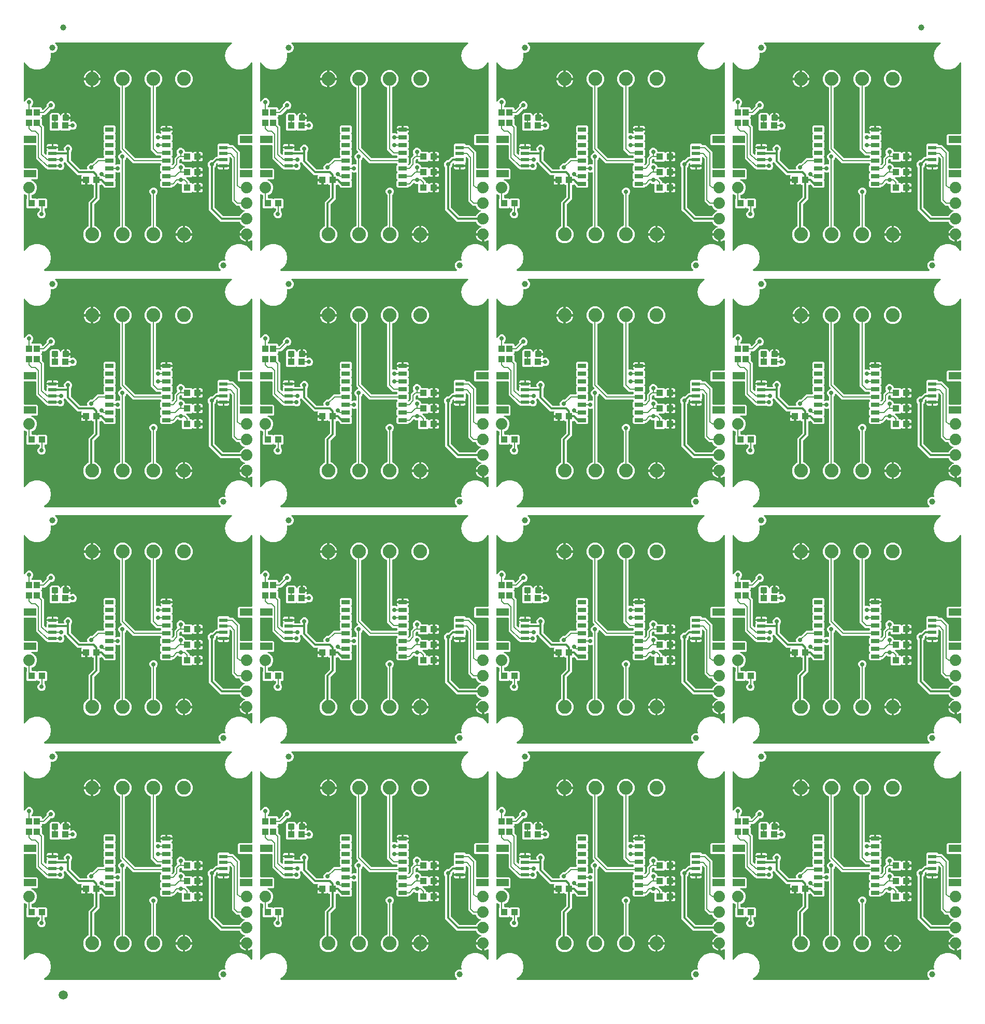
<source format=gtl>
G04 EAGLE Gerber RS-274X export*
G75*
%MOMM*%
%FSLAX34Y34*%
%LPD*%
%INTop Copper*%
%IPPOS*%
%AMOC8*
5,1,8,0,0,1.08239X$1,22.5*%
G01*
%ADD10C,1.000000*%
%ADD11R,2.000000X1.200000*%
%ADD12R,1.350000X0.600000*%
%ADD13C,1.879600*%
%ADD14R,1.100000X1.000000*%
%ADD15R,1.000000X1.100000*%
%ADD16R,1.397000X0.647700*%
%ADD17C,2.250000*%
%ADD18C,0.300000*%
%ADD19C,1.500000*%
%ADD20C,0.304800*%
%ADD21C,0.736600*%
%ADD22C,0.203200*%

G36*
X1097191Y1162309D02*
X1097191Y1162309D01*
X1097220Y1162306D01*
X1097331Y1162329D01*
X1097443Y1162345D01*
X1097470Y1162357D01*
X1097499Y1162362D01*
X1097599Y1162415D01*
X1097703Y1162461D01*
X1097725Y1162480D01*
X1097751Y1162493D01*
X1097833Y1162571D01*
X1097920Y1162644D01*
X1097936Y1162669D01*
X1097957Y1162689D01*
X1098014Y1162787D01*
X1098077Y1162881D01*
X1098086Y1162909D01*
X1098101Y1162934D01*
X1098129Y1163044D01*
X1098163Y1163152D01*
X1098164Y1163182D01*
X1098171Y1163210D01*
X1098167Y1163323D01*
X1098170Y1163436D01*
X1098163Y1163465D01*
X1098162Y1163494D01*
X1098127Y1163602D01*
X1098098Y1163711D01*
X1098083Y1163737D01*
X1098074Y1163765D01*
X1098029Y1163828D01*
X1097953Y1163956D01*
X1097908Y1163999D01*
X1097880Y1164038D01*
X1095537Y1166381D01*
X1094311Y1169339D01*
X1094311Y1172541D01*
X1095537Y1175499D01*
X1097801Y1177763D01*
X1100759Y1178989D01*
X1103961Y1178989D01*
X1104046Y1178953D01*
X1104105Y1178938D01*
X1104161Y1178914D01*
X1104242Y1178903D01*
X1104321Y1178883D01*
X1104382Y1178884D01*
X1104443Y1178876D01*
X1104524Y1178888D01*
X1104606Y1178891D01*
X1104664Y1178909D01*
X1104724Y1178918D01*
X1104799Y1178952D01*
X1104876Y1178977D01*
X1104927Y1179011D01*
X1104983Y1179037D01*
X1105045Y1179090D01*
X1105112Y1179136D01*
X1105152Y1179182D01*
X1105198Y1179222D01*
X1105243Y1179291D01*
X1105295Y1179353D01*
X1105320Y1179409D01*
X1105354Y1179460D01*
X1105378Y1179538D01*
X1105411Y1179613D01*
X1105419Y1179674D01*
X1105437Y1179732D01*
X1105437Y1179799D01*
X1105450Y1179895D01*
X1105435Y1179997D01*
X1105434Y1180068D01*
X1104805Y1183640D01*
X1106189Y1191491D01*
X1110175Y1198395D01*
X1116282Y1203520D01*
X1123774Y1206247D01*
X1131746Y1206247D01*
X1139238Y1203520D01*
X1145345Y1198396D01*
X1147201Y1195181D01*
X1147213Y1195166D01*
X1147221Y1195148D01*
X1147300Y1195054D01*
X1147376Y1194957D01*
X1147392Y1194946D01*
X1147405Y1194931D01*
X1147507Y1194862D01*
X1147606Y1194791D01*
X1147625Y1194784D01*
X1147641Y1194773D01*
X1147759Y1194736D01*
X1147874Y1194694D01*
X1147894Y1194693D01*
X1147912Y1194687D01*
X1148035Y1194684D01*
X1148158Y1194676D01*
X1148177Y1194681D01*
X1148196Y1194680D01*
X1148315Y1194711D01*
X1148435Y1194738D01*
X1148453Y1194747D01*
X1148471Y1194752D01*
X1148577Y1194814D01*
X1148685Y1194873D01*
X1148699Y1194887D01*
X1148716Y1194897D01*
X1148800Y1194987D01*
X1148887Y1195073D01*
X1148897Y1195090D01*
X1148910Y1195104D01*
X1148966Y1195214D01*
X1149026Y1195321D01*
X1149031Y1195340D01*
X1149040Y1195358D01*
X1149052Y1195430D01*
X1149091Y1195598D01*
X1149089Y1195649D01*
X1149095Y1195689D01*
X1149095Y1211264D01*
X1149082Y1211355D01*
X1149079Y1211447D01*
X1149063Y1211496D01*
X1149055Y1211546D01*
X1149018Y1211630D01*
X1148989Y1211717D01*
X1148960Y1211759D01*
X1148939Y1211805D01*
X1148880Y1211875D01*
X1148828Y1211951D01*
X1148788Y1211983D01*
X1148756Y1212022D01*
X1148679Y1212073D01*
X1148608Y1212132D01*
X1148561Y1212152D01*
X1148519Y1212180D01*
X1148431Y1212208D01*
X1148347Y1212244D01*
X1148296Y1212250D01*
X1148248Y1212266D01*
X1148156Y1212268D01*
X1148065Y1212279D01*
X1148014Y1212272D01*
X1147964Y1212273D01*
X1147875Y1212250D01*
X1147784Y1212235D01*
X1147744Y1212215D01*
X1147689Y1212201D01*
X1147552Y1212120D01*
X1147483Y1212086D01*
X1146717Y1211529D01*
X1145043Y1210676D01*
X1143256Y1210095D01*
X1142491Y1209974D01*
X1142491Y1220724D01*
X1142483Y1220782D01*
X1142485Y1220840D01*
X1142463Y1220922D01*
X1142451Y1221005D01*
X1142427Y1221059D01*
X1142413Y1221115D01*
X1142370Y1221188D01*
X1142335Y1221265D01*
X1142297Y1221309D01*
X1142267Y1221360D01*
X1142206Y1221417D01*
X1142151Y1221482D01*
X1142103Y1221514D01*
X1142060Y1221554D01*
X1141985Y1221593D01*
X1141915Y1221639D01*
X1141859Y1221657D01*
X1141807Y1221684D01*
X1141739Y1221695D01*
X1141644Y1221725D01*
X1141544Y1221728D01*
X1141476Y1221739D01*
X1140459Y1221739D01*
X1140459Y1222756D01*
X1140451Y1222814D01*
X1140452Y1222872D01*
X1140431Y1222954D01*
X1140419Y1223037D01*
X1140395Y1223091D01*
X1140381Y1223147D01*
X1140338Y1223220D01*
X1140303Y1223297D01*
X1140265Y1223342D01*
X1140235Y1223392D01*
X1140174Y1223450D01*
X1140119Y1223514D01*
X1140071Y1223546D01*
X1140028Y1223586D01*
X1139953Y1223625D01*
X1139883Y1223671D01*
X1139827Y1223689D01*
X1139775Y1223716D01*
X1139707Y1223727D01*
X1139612Y1223757D01*
X1139512Y1223760D01*
X1139444Y1223771D01*
X1128694Y1223771D01*
X1128815Y1224536D01*
X1129396Y1226323D01*
X1130249Y1227997D01*
X1131354Y1229518D01*
X1132682Y1230846D01*
X1134203Y1231951D01*
X1135877Y1232804D01*
X1136997Y1233168D01*
X1137059Y1233198D01*
X1137125Y1233219D01*
X1137186Y1233260D01*
X1137252Y1233293D01*
X1137303Y1233339D01*
X1137361Y1233378D01*
X1137408Y1233434D01*
X1137463Y1233483D01*
X1137499Y1233542D01*
X1137544Y1233595D01*
X1137574Y1233662D01*
X1137612Y1233725D01*
X1137631Y1233792D01*
X1137659Y1233855D01*
X1137669Y1233928D01*
X1137689Y1233999D01*
X1137689Y1234068D01*
X1137698Y1234136D01*
X1137688Y1234209D01*
X1137687Y1234283D01*
X1137667Y1234350D01*
X1137657Y1234418D01*
X1137627Y1234485D01*
X1137606Y1234556D01*
X1137569Y1234614D01*
X1137540Y1234677D01*
X1137493Y1234733D01*
X1137453Y1234795D01*
X1137401Y1234841D01*
X1137356Y1234893D01*
X1137303Y1234926D01*
X1137239Y1234983D01*
X1137135Y1235032D01*
X1137071Y1235071D01*
X1133409Y1236588D01*
X1129908Y1240089D01*
X1129141Y1241941D01*
X1129141Y1241942D01*
X1129140Y1241943D01*
X1129069Y1242064D01*
X1128997Y1242185D01*
X1128996Y1242186D01*
X1128995Y1242188D01*
X1128891Y1242285D01*
X1128790Y1242381D01*
X1128789Y1242381D01*
X1128788Y1242382D01*
X1128662Y1242447D01*
X1128538Y1242511D01*
X1128536Y1242511D01*
X1128535Y1242512D01*
X1128520Y1242514D01*
X1128259Y1242566D01*
X1128228Y1242563D01*
X1128203Y1242567D01*
X1097926Y1242567D01*
X1094950Y1245543D01*
X1081713Y1258780D01*
X1078737Y1261756D01*
X1078737Y1330672D01*
X1078725Y1330759D01*
X1078722Y1330846D01*
X1078705Y1330899D01*
X1078697Y1330954D01*
X1078662Y1331033D01*
X1078635Y1331117D01*
X1078607Y1331156D01*
X1078581Y1331213D01*
X1078485Y1331326D01*
X1078440Y1331390D01*
X1077603Y1332227D01*
X1076578Y1334701D01*
X1076578Y1337379D01*
X1077603Y1339853D01*
X1079497Y1341747D01*
X1081971Y1342772D01*
X1083154Y1342772D01*
X1083241Y1342784D01*
X1083328Y1342787D01*
X1083381Y1342804D01*
X1083436Y1342812D01*
X1083516Y1342847D01*
X1083599Y1342874D01*
X1083638Y1342902D01*
X1083695Y1342928D01*
X1083809Y1343024D01*
X1083872Y1343069D01*
X1086140Y1345337D01*
X1089116Y1348313D01*
X1091546Y1348313D01*
X1091604Y1348321D01*
X1091662Y1348319D01*
X1091744Y1348341D01*
X1091828Y1348353D01*
X1091881Y1348376D01*
X1091937Y1348391D01*
X1092010Y1348434D01*
X1092087Y1348469D01*
X1092132Y1348507D01*
X1092182Y1348536D01*
X1092240Y1348598D01*
X1092304Y1348652D01*
X1092336Y1348701D01*
X1092376Y1348744D01*
X1092415Y1348819D01*
X1092462Y1348889D01*
X1092479Y1348945D01*
X1092506Y1348997D01*
X1092517Y1349065D01*
X1092547Y1349160D01*
X1092550Y1349260D01*
X1092561Y1349328D01*
X1092561Y1358003D01*
X1092581Y1358022D01*
X1092616Y1358069D01*
X1092658Y1358109D01*
X1092701Y1358182D01*
X1092751Y1358249D01*
X1092772Y1358304D01*
X1092802Y1358354D01*
X1092823Y1358436D01*
X1092853Y1358515D01*
X1092858Y1358573D01*
X1092872Y1358630D01*
X1092869Y1358714D01*
X1092876Y1358798D01*
X1092865Y1358856D01*
X1092863Y1358914D01*
X1092837Y1358994D01*
X1092820Y1359077D01*
X1092793Y1359129D01*
X1092775Y1359185D01*
X1092735Y1359241D01*
X1092689Y1359329D01*
X1092621Y1359402D01*
X1092581Y1359458D01*
X1092561Y1359477D01*
X1092561Y1368003D01*
X1094347Y1369789D01*
X1110373Y1369789D01*
X1112059Y1368102D01*
X1112129Y1368050D01*
X1112193Y1367990D01*
X1112242Y1367964D01*
X1112287Y1367931D01*
X1112368Y1367900D01*
X1112446Y1367860D01*
X1112494Y1367852D01*
X1112552Y1367830D01*
X1112700Y1367818D01*
X1112777Y1367805D01*
X1118254Y1367805D01*
X1120932Y1365126D01*
X1126606Y1359452D01*
X1129285Y1356774D01*
X1129285Y1330804D01*
X1129292Y1330751D01*
X1129291Y1330720D01*
X1129292Y1330717D01*
X1129291Y1330688D01*
X1129313Y1330606D01*
X1129325Y1330522D01*
X1129348Y1330469D01*
X1129363Y1330413D01*
X1129406Y1330340D01*
X1129441Y1330263D01*
X1129479Y1330218D01*
X1129508Y1330168D01*
X1129570Y1330110D01*
X1129624Y1330046D01*
X1129673Y1330014D01*
X1129716Y1329974D01*
X1129791Y1329935D01*
X1129861Y1329888D01*
X1129917Y1329871D01*
X1129969Y1329844D01*
X1130037Y1329833D01*
X1130132Y1329803D01*
X1130232Y1329800D01*
X1130300Y1329789D01*
X1148080Y1329789D01*
X1148138Y1329797D01*
X1148196Y1329795D01*
X1148278Y1329817D01*
X1148362Y1329829D01*
X1148415Y1329852D01*
X1148471Y1329867D01*
X1148544Y1329910D01*
X1148621Y1329945D01*
X1148666Y1329983D01*
X1148716Y1330012D01*
X1148774Y1330074D01*
X1148838Y1330128D01*
X1148870Y1330177D01*
X1148910Y1330220D01*
X1148949Y1330295D01*
X1148996Y1330365D01*
X1149013Y1330421D01*
X1149040Y1330473D01*
X1149051Y1330541D01*
X1149081Y1330636D01*
X1149084Y1330736D01*
X1149095Y1330804D01*
X1149095Y1366676D01*
X1149087Y1366734D01*
X1149089Y1366792D01*
X1149067Y1366874D01*
X1149055Y1366958D01*
X1149032Y1367011D01*
X1149017Y1367067D01*
X1148974Y1367140D01*
X1148939Y1367217D01*
X1148901Y1367262D01*
X1148872Y1367312D01*
X1148810Y1367370D01*
X1148756Y1367434D01*
X1148707Y1367466D01*
X1148664Y1367506D01*
X1148589Y1367545D01*
X1148519Y1367592D01*
X1148463Y1367609D01*
X1148411Y1367636D01*
X1148343Y1367647D01*
X1148248Y1367677D01*
X1148148Y1367680D01*
X1148080Y1367691D01*
X1127847Y1367691D01*
X1126061Y1369477D01*
X1126061Y1384003D01*
X1127847Y1385789D01*
X1148080Y1385789D01*
X1148138Y1385797D01*
X1148196Y1385795D01*
X1148278Y1385817D01*
X1148362Y1385829D01*
X1148415Y1385852D01*
X1148471Y1385867D01*
X1148544Y1385910D01*
X1148621Y1385945D01*
X1148666Y1385983D01*
X1148716Y1386012D01*
X1148774Y1386074D01*
X1148838Y1386128D01*
X1148870Y1386177D01*
X1148910Y1386220D01*
X1148949Y1386295D01*
X1148996Y1386365D01*
X1149013Y1386421D01*
X1149040Y1386473D01*
X1149051Y1386541D01*
X1149081Y1386636D01*
X1149084Y1386736D01*
X1149095Y1386804D01*
X1149095Y1501791D01*
X1149093Y1501811D01*
X1149095Y1501830D01*
X1149073Y1501951D01*
X1149055Y1502073D01*
X1149047Y1502091D01*
X1149044Y1502110D01*
X1148989Y1502220D01*
X1148939Y1502332D01*
X1148927Y1502347D01*
X1148918Y1502365D01*
X1148835Y1502456D01*
X1148756Y1502549D01*
X1148739Y1502560D01*
X1148726Y1502575D01*
X1148621Y1502639D01*
X1148519Y1502707D01*
X1148500Y1502713D01*
X1148484Y1502723D01*
X1148365Y1502756D01*
X1148248Y1502793D01*
X1148228Y1502793D01*
X1148209Y1502798D01*
X1148087Y1502797D01*
X1147964Y1502800D01*
X1147945Y1502795D01*
X1147925Y1502795D01*
X1147807Y1502759D01*
X1147689Y1502728D01*
X1147672Y1502718D01*
X1147653Y1502712D01*
X1147550Y1502646D01*
X1147444Y1502583D01*
X1147431Y1502569D01*
X1147414Y1502558D01*
X1147368Y1502501D01*
X1147250Y1502376D01*
X1147226Y1502330D01*
X1147201Y1502299D01*
X1145345Y1499084D01*
X1139238Y1493960D01*
X1131746Y1491233D01*
X1123774Y1491233D01*
X1116282Y1493960D01*
X1110175Y1499084D01*
X1106189Y1505989D01*
X1104805Y1513840D01*
X1106189Y1521691D01*
X1110175Y1528595D01*
X1115880Y1533382D01*
X1115929Y1533437D01*
X1115985Y1533485D01*
X1116024Y1533542D01*
X1116070Y1533594D01*
X1116102Y1533660D01*
X1116143Y1533721D01*
X1116164Y1533787D01*
X1116194Y1533850D01*
X1116206Y1533922D01*
X1116228Y1533992D01*
X1116230Y1534061D01*
X1116242Y1534130D01*
X1116234Y1534203D01*
X1116236Y1534276D01*
X1116218Y1534343D01*
X1116211Y1534412D01*
X1116183Y1534480D01*
X1116164Y1534551D01*
X1116129Y1534611D01*
X1116102Y1534675D01*
X1116056Y1534733D01*
X1116019Y1534796D01*
X1115968Y1534843D01*
X1115925Y1534897D01*
X1115865Y1534940D01*
X1115811Y1534990D01*
X1115750Y1535022D01*
X1115693Y1535062D01*
X1115624Y1535086D01*
X1115558Y1535120D01*
X1115500Y1535130D01*
X1115425Y1535156D01*
X1115303Y1535163D01*
X1115227Y1535175D01*
X828158Y1535175D01*
X828129Y1535171D01*
X828100Y1535174D01*
X827989Y1535151D01*
X827877Y1535135D01*
X827850Y1535123D01*
X827821Y1535118D01*
X827721Y1535065D01*
X827617Y1535019D01*
X827595Y1535000D01*
X827569Y1534987D01*
X827487Y1534909D01*
X827400Y1534836D01*
X827384Y1534811D01*
X827363Y1534791D01*
X827306Y1534693D01*
X827243Y1534599D01*
X827234Y1534571D01*
X827219Y1534546D01*
X827191Y1534436D01*
X827157Y1534328D01*
X827156Y1534298D01*
X827149Y1534270D01*
X827153Y1534157D01*
X827150Y1534044D01*
X827157Y1534015D01*
X827158Y1533986D01*
X827193Y1533878D01*
X827222Y1533769D01*
X827237Y1533743D01*
X827246Y1533715D01*
X827291Y1533652D01*
X827367Y1533524D01*
X827412Y1533481D01*
X827440Y1533442D01*
X829783Y1531099D01*
X831009Y1528141D01*
X831009Y1524939D01*
X829783Y1521981D01*
X827519Y1519717D01*
X824561Y1518491D01*
X821359Y1518491D01*
X821274Y1518527D01*
X821215Y1518542D01*
X821159Y1518566D01*
X821078Y1518577D01*
X820999Y1518597D01*
X820938Y1518596D01*
X820877Y1518604D01*
X820796Y1518592D01*
X820714Y1518589D01*
X820656Y1518571D01*
X820596Y1518562D01*
X820521Y1518528D01*
X820444Y1518503D01*
X820393Y1518469D01*
X820337Y1518443D01*
X820275Y1518390D01*
X820208Y1518344D01*
X820168Y1518298D01*
X820122Y1518258D01*
X820077Y1518189D01*
X820025Y1518127D01*
X820000Y1518071D01*
X819966Y1518020D01*
X819942Y1517942D01*
X819909Y1517867D01*
X819901Y1517806D01*
X819883Y1517748D01*
X819883Y1517681D01*
X819870Y1517585D01*
X819885Y1517483D01*
X819886Y1517412D01*
X820515Y1513840D01*
X819131Y1505989D01*
X815145Y1499085D01*
X809038Y1493960D01*
X801546Y1491233D01*
X793574Y1491233D01*
X786082Y1493960D01*
X779975Y1499084D01*
X778119Y1502299D01*
X778107Y1502314D01*
X778099Y1502332D01*
X778020Y1502426D01*
X777944Y1502523D01*
X777928Y1502534D01*
X777915Y1502549D01*
X777813Y1502618D01*
X777714Y1502689D01*
X777695Y1502696D01*
X777679Y1502707D01*
X777561Y1502744D01*
X777446Y1502786D01*
X777426Y1502787D01*
X777408Y1502793D01*
X777285Y1502796D01*
X777162Y1502804D01*
X777143Y1502799D01*
X777124Y1502800D01*
X777005Y1502769D01*
X776885Y1502742D01*
X776867Y1502733D01*
X776849Y1502728D01*
X776743Y1502666D01*
X776635Y1502607D01*
X776621Y1502593D01*
X776604Y1502583D01*
X776520Y1502493D01*
X776433Y1502407D01*
X776423Y1502390D01*
X776410Y1502376D01*
X776354Y1502266D01*
X776294Y1502159D01*
X776289Y1502140D01*
X776280Y1502122D01*
X776268Y1502050D01*
X776229Y1501882D01*
X776231Y1501831D01*
X776225Y1501791D01*
X776225Y1439487D01*
X776237Y1439402D01*
X776239Y1439316D01*
X776257Y1439262D01*
X776265Y1439206D01*
X776300Y1439128D01*
X776326Y1439046D01*
X776358Y1438998D01*
X776381Y1438947D01*
X776436Y1438881D01*
X776484Y1438810D01*
X776528Y1438773D01*
X776564Y1438730D01*
X776636Y1438682D01*
X776702Y1438627D01*
X776754Y1438603D01*
X776801Y1438572D01*
X776883Y1438546D01*
X776962Y1438511D01*
X777018Y1438503D01*
X777072Y1438486D01*
X777158Y1438484D01*
X777243Y1438472D01*
X777299Y1438480D01*
X777356Y1438479D01*
X777439Y1438501D01*
X777524Y1438513D01*
X777576Y1438536D01*
X777631Y1438551D01*
X777705Y1438595D01*
X777784Y1438630D01*
X777827Y1438667D01*
X777876Y1438696D01*
X777935Y1438759D01*
X778000Y1438814D01*
X778026Y1438856D01*
X778070Y1438903D01*
X778136Y1439032D01*
X778178Y1439099D01*
X779153Y1441453D01*
X781047Y1443347D01*
X783521Y1444372D01*
X786199Y1444372D01*
X788673Y1443347D01*
X790567Y1441453D01*
X791592Y1438979D01*
X791592Y1436301D01*
X790567Y1433827D01*
X789222Y1432482D01*
X789170Y1432412D01*
X789110Y1432348D01*
X789084Y1432299D01*
X789051Y1432255D01*
X789020Y1432173D01*
X788980Y1432095D01*
X788972Y1432048D01*
X788950Y1431989D01*
X788938Y1431841D01*
X788925Y1431764D01*
X788925Y1430304D01*
X788932Y1430250D01*
X788931Y1430214D01*
X788932Y1430212D01*
X788931Y1430188D01*
X788953Y1430106D01*
X788965Y1430022D01*
X788988Y1429969D01*
X789003Y1429913D01*
X789046Y1429840D01*
X789081Y1429763D01*
X789119Y1429718D01*
X789148Y1429668D01*
X789210Y1429610D01*
X789264Y1429546D01*
X789313Y1429514D01*
X789356Y1429474D01*
X789431Y1429435D01*
X789501Y1429388D01*
X789557Y1429371D01*
X789609Y1429344D01*
X789677Y1429333D01*
X789772Y1429303D01*
X789872Y1429300D01*
X789940Y1429289D01*
X803823Y1429289D01*
X805609Y1427503D01*
X805609Y1425948D01*
X805613Y1425919D01*
X805610Y1425890D01*
X805633Y1425779D01*
X805649Y1425667D01*
X805661Y1425640D01*
X805666Y1425611D01*
X805718Y1425511D01*
X805765Y1425407D01*
X805784Y1425385D01*
X805797Y1425359D01*
X805875Y1425277D01*
X805948Y1425190D01*
X805973Y1425174D01*
X805993Y1425153D01*
X806091Y1425095D01*
X806185Y1425033D01*
X806213Y1425024D01*
X806238Y1425009D01*
X806348Y1424981D01*
X806456Y1424947D01*
X806486Y1424946D01*
X806514Y1424939D01*
X806627Y1424942D01*
X806740Y1424940D01*
X806769Y1424947D01*
X806798Y1424948D01*
X806906Y1424983D01*
X807015Y1425011D01*
X807041Y1425026D01*
X807069Y1425035D01*
X807132Y1425081D01*
X807260Y1425157D01*
X807303Y1425202D01*
X807342Y1425230D01*
X813391Y1431279D01*
X813443Y1431349D01*
X813503Y1431413D01*
X813529Y1431462D01*
X813562Y1431507D01*
X813593Y1431588D01*
X813633Y1431666D01*
X813641Y1431714D01*
X813663Y1431772D01*
X813675Y1431920D01*
X813688Y1431997D01*
X813688Y1433899D01*
X814713Y1436373D01*
X816607Y1438267D01*
X819081Y1439292D01*
X821759Y1439292D01*
X824233Y1438267D01*
X826127Y1436373D01*
X827152Y1433899D01*
X827152Y1431221D01*
X826127Y1428747D01*
X824233Y1426853D01*
X821759Y1425828D01*
X819857Y1425828D01*
X819771Y1425816D01*
X819683Y1425813D01*
X819631Y1425796D01*
X819576Y1425788D01*
X819496Y1425753D01*
X819413Y1425726D01*
X819373Y1425698D01*
X819316Y1425672D01*
X819203Y1425576D01*
X819139Y1425531D01*
X812962Y1419353D01*
X812961Y1419353D01*
X811479Y1417871D01*
X810283Y1416675D01*
X808919Y1416675D01*
X806624Y1416675D01*
X806566Y1416667D01*
X806508Y1416668D01*
X806426Y1416647D01*
X806342Y1416635D01*
X806289Y1416611D01*
X806233Y1416596D01*
X806160Y1416553D01*
X806083Y1416519D01*
X806038Y1416481D01*
X805988Y1416451D01*
X805930Y1416390D01*
X805866Y1416335D01*
X805834Y1416286D01*
X805794Y1416244D01*
X805755Y1416169D01*
X805708Y1416098D01*
X805691Y1416043D01*
X805664Y1415991D01*
X805653Y1415923D01*
X805623Y1415827D01*
X805620Y1415728D01*
X805609Y1415660D01*
X805609Y1413977D01*
X804589Y1412958D01*
X804554Y1412911D01*
X804512Y1412871D01*
X804469Y1412798D01*
X804419Y1412731D01*
X804398Y1412676D01*
X804368Y1412626D01*
X804347Y1412544D01*
X804317Y1412465D01*
X804312Y1412407D01*
X804298Y1412350D01*
X804301Y1412266D01*
X804294Y1412182D01*
X804305Y1412124D01*
X804307Y1412066D01*
X804333Y1411986D01*
X804350Y1411903D01*
X804377Y1411851D01*
X804395Y1411795D01*
X804435Y1411739D01*
X804481Y1411651D01*
X804549Y1411578D01*
X804589Y1411522D01*
X805609Y1410503D01*
X805609Y1401860D01*
X805616Y1401809D01*
X805615Y1401787D01*
X805621Y1401765D01*
X805624Y1401686D01*
X805641Y1401634D01*
X805649Y1401579D01*
X805684Y1401499D01*
X805711Y1401416D01*
X805739Y1401376D01*
X805765Y1401319D01*
X805861Y1401206D01*
X805906Y1401142D01*
X809245Y1397804D01*
X809245Y1354654D01*
X809257Y1354568D01*
X809260Y1354480D01*
X809277Y1354428D01*
X809285Y1354373D01*
X809320Y1354293D01*
X809347Y1354210D01*
X809375Y1354170D01*
X809401Y1354113D01*
X809497Y1354000D01*
X809542Y1353936D01*
X811428Y1352050D01*
X811452Y1352033D01*
X811471Y1352010D01*
X811565Y1351947D01*
X811655Y1351879D01*
X811683Y1351869D01*
X811707Y1351853D01*
X811815Y1351818D01*
X811921Y1351778D01*
X811950Y1351776D01*
X811978Y1351767D01*
X812092Y1351764D01*
X812204Y1351755D01*
X812233Y1351760D01*
X812262Y1351760D01*
X812372Y1351788D01*
X812483Y1351810D01*
X812509Y1351824D01*
X812537Y1351831D01*
X812635Y1351889D01*
X812735Y1351941D01*
X812757Y1351962D01*
X812782Y1351977D01*
X812859Y1352059D01*
X812941Y1352137D01*
X812956Y1352163D01*
X812976Y1352184D01*
X813028Y1352285D01*
X813085Y1352383D01*
X813092Y1352411D01*
X813106Y1352437D01*
X813119Y1352514D01*
X813155Y1352658D01*
X813153Y1352721D01*
X813161Y1352768D01*
X813161Y1358003D01*
X813685Y1358527D01*
X813726Y1358581D01*
X813775Y1358629D01*
X813811Y1358694D01*
X813856Y1358754D01*
X813880Y1358818D01*
X813914Y1358877D01*
X813931Y1358950D01*
X813957Y1359020D01*
X813963Y1359088D01*
X813978Y1359154D01*
X813975Y1359228D01*
X813981Y1359303D01*
X813967Y1359370D01*
X813964Y1359438D01*
X813942Y1359497D01*
X813925Y1359582D01*
X813900Y1359631D01*
X813893Y1359655D01*
X813865Y1359701D01*
X813846Y1359752D01*
X813842Y1359759D01*
X813669Y1360406D01*
X813669Y1362241D01*
X822476Y1362241D01*
X822534Y1362249D01*
X822592Y1362247D01*
X822674Y1362269D01*
X822757Y1362281D01*
X822811Y1362304D01*
X822867Y1362319D01*
X822940Y1362362D01*
X822959Y1362371D01*
X823005Y1362340D01*
X823061Y1362323D01*
X823113Y1362296D01*
X823181Y1362285D01*
X823276Y1362255D01*
X823376Y1362252D01*
X823444Y1362241D01*
X832251Y1362241D01*
X832251Y1360406D01*
X832051Y1359661D01*
X832015Y1359572D01*
X832011Y1359533D01*
X832000Y1359496D01*
X831997Y1359392D01*
X831986Y1359289D01*
X831993Y1359251D01*
X831992Y1359212D01*
X832018Y1359111D01*
X832037Y1359010D01*
X832054Y1358974D01*
X832064Y1358937D01*
X832117Y1358848D01*
X832163Y1358755D01*
X832189Y1358726D01*
X832209Y1358692D01*
X832285Y1358621D01*
X832355Y1358545D01*
X832388Y1358524D01*
X832417Y1358498D01*
X832509Y1358451D01*
X832597Y1358396D01*
X832635Y1358386D01*
X832670Y1358368D01*
X832746Y1358355D01*
X832871Y1358321D01*
X832946Y1358322D01*
X833001Y1358313D01*
X840850Y1358313D01*
X840963Y1358329D01*
X841078Y1358339D01*
X841104Y1358349D01*
X841131Y1358353D01*
X841236Y1358400D01*
X841343Y1358441D01*
X841365Y1358457D01*
X841390Y1358469D01*
X841478Y1358543D01*
X841570Y1358612D01*
X841586Y1358635D01*
X841607Y1358652D01*
X841671Y1358748D01*
X841740Y1358840D01*
X841750Y1358866D01*
X841765Y1358889D01*
X841800Y1358999D01*
X841840Y1359106D01*
X841842Y1359134D01*
X841851Y1359160D01*
X841854Y1359275D01*
X841863Y1359389D01*
X841857Y1359414D01*
X841858Y1359444D01*
X841791Y1359701D01*
X841788Y1359717D01*
X841628Y1360101D01*
X841628Y1362779D01*
X842653Y1365253D01*
X844547Y1367147D01*
X847021Y1368172D01*
X849699Y1368172D01*
X852173Y1367147D01*
X854067Y1365253D01*
X855092Y1362779D01*
X855092Y1360101D01*
X854067Y1357627D01*
X853230Y1356790D01*
X853178Y1356720D01*
X853118Y1356656D01*
X853092Y1356607D01*
X853059Y1356563D01*
X853028Y1356481D01*
X852988Y1356403D01*
X852980Y1356356D01*
X852958Y1356297D01*
X852946Y1356149D01*
X852933Y1356072D01*
X852933Y1343435D01*
X852945Y1343348D01*
X852948Y1343261D01*
X852965Y1343208D01*
X852973Y1343153D01*
X853008Y1343073D01*
X853035Y1342990D01*
X853063Y1342951D01*
X853089Y1342894D01*
X853185Y1342780D01*
X853230Y1342717D01*
X867737Y1328210D01*
X867807Y1328158D01*
X867870Y1328098D01*
X867920Y1328072D01*
X867964Y1328039D01*
X868046Y1328008D01*
X868124Y1327968D01*
X868171Y1327960D01*
X868230Y1327938D01*
X868377Y1327926D01*
X868455Y1327913D01*
X878924Y1327913D01*
X879038Y1327929D01*
X879152Y1327939D01*
X879178Y1327949D01*
X879206Y1327953D01*
X879310Y1328000D01*
X879418Y1328041D01*
X879440Y1328057D01*
X879465Y1328069D01*
X879553Y1328143D01*
X879644Y1328212D01*
X879661Y1328235D01*
X879682Y1328252D01*
X879746Y1328348D01*
X879814Y1328440D01*
X879824Y1328466D01*
X879840Y1328489D01*
X879874Y1328599D01*
X879915Y1328706D01*
X879917Y1328734D01*
X879925Y1328760D01*
X879928Y1328875D01*
X879937Y1328989D01*
X879932Y1329014D01*
X879933Y1329044D01*
X879866Y1329301D01*
X879862Y1329317D01*
X879728Y1329640D01*
X879728Y1332318D01*
X880753Y1334792D01*
X882647Y1336685D01*
X885121Y1337710D01*
X887023Y1337710D01*
X887109Y1337723D01*
X887197Y1337725D01*
X887249Y1337742D01*
X887304Y1337750D01*
X887384Y1337786D01*
X887467Y1337813D01*
X887507Y1337841D01*
X887564Y1337866D01*
X887677Y1337962D01*
X887741Y1338008D01*
X896188Y1346455D01*
X905269Y1346455D01*
X905356Y1346467D01*
X905443Y1346470D01*
X905496Y1346487D01*
X905551Y1346495D01*
X905630Y1346530D01*
X905714Y1346557D01*
X905753Y1346585D01*
X905810Y1346611D01*
X905923Y1346707D01*
X905987Y1346752D01*
X907257Y1348022D01*
X907292Y1348069D01*
X907335Y1348109D01*
X907377Y1348182D01*
X907428Y1348249D01*
X907449Y1348304D01*
X907478Y1348354D01*
X907499Y1348436D01*
X907529Y1348515D01*
X907534Y1348573D01*
X907548Y1348630D01*
X907546Y1348714D01*
X907553Y1348798D01*
X907541Y1348856D01*
X907539Y1348914D01*
X907513Y1348994D01*
X907497Y1349077D01*
X907470Y1349129D01*
X907452Y1349185D01*
X907412Y1349241D01*
X907366Y1349329D01*
X907297Y1349402D01*
X907257Y1349458D01*
X906126Y1350589D01*
X906126Y1359591D01*
X907257Y1360722D01*
X907292Y1360769D01*
X907335Y1360809D01*
X907377Y1360882D01*
X907428Y1360949D01*
X907449Y1361004D01*
X907478Y1361054D01*
X907499Y1361136D01*
X907529Y1361215D01*
X907534Y1361273D01*
X907548Y1361330D01*
X907546Y1361414D01*
X907553Y1361498D01*
X907541Y1361556D01*
X907539Y1361614D01*
X907513Y1361694D01*
X907497Y1361777D01*
X907470Y1361829D01*
X907452Y1361885D01*
X907412Y1361941D01*
X907366Y1362029D01*
X907297Y1362102D01*
X907257Y1362158D01*
X906126Y1363289D01*
X906126Y1372291D01*
X907257Y1373422D01*
X907292Y1373469D01*
X907335Y1373509D01*
X907377Y1373582D01*
X907428Y1373649D01*
X907449Y1373704D01*
X907478Y1373754D01*
X907499Y1373836D01*
X907529Y1373915D01*
X907534Y1373973D01*
X907548Y1374030D01*
X907546Y1374114D01*
X907553Y1374198D01*
X907541Y1374256D01*
X907539Y1374314D01*
X907513Y1374394D01*
X907497Y1374477D01*
X907470Y1374529D01*
X907452Y1374585D01*
X907412Y1374641D01*
X907366Y1374729D01*
X907297Y1374802D01*
X907257Y1374858D01*
X906126Y1375989D01*
X906126Y1384991D01*
X907257Y1386122D01*
X907292Y1386169D01*
X907335Y1386209D01*
X907377Y1386282D01*
X907428Y1386349D01*
X907449Y1386404D01*
X907478Y1386454D01*
X907499Y1386536D01*
X907529Y1386615D01*
X907534Y1386673D01*
X907548Y1386730D01*
X907546Y1386814D01*
X907553Y1386898D01*
X907541Y1386956D01*
X907539Y1387014D01*
X907513Y1387094D01*
X907497Y1387177D01*
X907470Y1387229D01*
X907452Y1387285D01*
X907412Y1387341D01*
X907366Y1387429D01*
X907297Y1387502D01*
X907257Y1387558D01*
X906126Y1388689D01*
X906126Y1397691D01*
X907912Y1399477D01*
X924408Y1399477D01*
X926194Y1397691D01*
X926194Y1388689D01*
X925063Y1387558D01*
X925028Y1387511D01*
X924985Y1387471D01*
X924943Y1387398D01*
X924892Y1387331D01*
X924871Y1387276D01*
X924842Y1387226D01*
X924821Y1387144D01*
X924791Y1387065D01*
X924786Y1387007D01*
X924772Y1386950D01*
X924774Y1386866D01*
X924767Y1386782D01*
X924779Y1386724D01*
X924781Y1386666D01*
X924807Y1386586D01*
X924823Y1386503D01*
X924850Y1386451D01*
X924868Y1386395D01*
X924908Y1386339D01*
X924954Y1386251D01*
X925023Y1386178D01*
X925063Y1386122D01*
X926194Y1384991D01*
X926194Y1375989D01*
X925063Y1374858D01*
X925028Y1374811D01*
X924985Y1374771D01*
X924943Y1374698D01*
X924892Y1374631D01*
X924871Y1374576D01*
X924842Y1374526D01*
X924821Y1374444D01*
X924791Y1374365D01*
X924786Y1374307D01*
X924772Y1374250D01*
X924774Y1374166D01*
X924767Y1374082D01*
X924779Y1374024D01*
X924781Y1373966D01*
X924807Y1373886D01*
X924823Y1373803D01*
X924850Y1373751D01*
X924868Y1373695D01*
X924908Y1373639D01*
X924954Y1373551D01*
X925023Y1373478D01*
X925063Y1373422D01*
X926194Y1372291D01*
X926194Y1363289D01*
X925063Y1362158D01*
X925028Y1362111D01*
X924985Y1362071D01*
X924943Y1361998D01*
X924892Y1361931D01*
X924871Y1361876D01*
X924842Y1361826D01*
X924821Y1361744D01*
X924791Y1361665D01*
X924786Y1361607D01*
X924772Y1361550D01*
X924774Y1361466D01*
X924767Y1361382D01*
X924779Y1361324D01*
X924781Y1361266D01*
X924807Y1361186D01*
X924823Y1361103D01*
X924850Y1361051D01*
X924868Y1360995D01*
X924908Y1360939D01*
X924954Y1360851D01*
X925023Y1360778D01*
X925063Y1360722D01*
X926194Y1359591D01*
X926194Y1350589D01*
X925063Y1349458D01*
X925028Y1349411D01*
X924985Y1349371D01*
X924943Y1349298D01*
X924892Y1349231D01*
X924871Y1349176D01*
X924842Y1349126D01*
X924821Y1349044D01*
X924791Y1348965D01*
X924786Y1348907D01*
X924772Y1348850D01*
X924774Y1348766D01*
X924767Y1348682D01*
X924779Y1348624D01*
X924781Y1348566D01*
X924807Y1348486D01*
X924823Y1348403D01*
X924850Y1348351D01*
X924868Y1348295D01*
X924908Y1348239D01*
X924954Y1348151D01*
X925023Y1348078D01*
X925063Y1348022D01*
X926194Y1346891D01*
X926194Y1337889D01*
X925809Y1337503D01*
X925757Y1337435D01*
X925698Y1337372D01*
X925672Y1337322D01*
X925638Y1337276D01*
X925607Y1337196D01*
X925568Y1337120D01*
X925557Y1337064D01*
X925536Y1337011D01*
X925529Y1336925D01*
X925513Y1336841D01*
X925518Y1336784D01*
X925513Y1336727D01*
X925530Y1336643D01*
X925537Y1336557D01*
X925558Y1336504D01*
X925569Y1336449D01*
X925608Y1336372D01*
X925639Y1336292D01*
X925674Y1336247D01*
X925700Y1336196D01*
X925759Y1336134D01*
X925811Y1336065D01*
X925856Y1336031D01*
X925895Y1335990D01*
X925970Y1335947D01*
X926038Y1335895D01*
X926092Y1335875D01*
X926141Y1335846D01*
X926224Y1335825D01*
X926304Y1335795D01*
X926361Y1335790D01*
X926416Y1335776D01*
X926502Y1335779D01*
X926588Y1335772D01*
X926636Y1335783D01*
X926700Y1335785D01*
X926838Y1335830D01*
X926915Y1335848D01*
X928301Y1336422D01*
X930979Y1336422D01*
X931791Y1336085D01*
X931903Y1336057D01*
X932012Y1336022D01*
X932040Y1336021D01*
X932067Y1336014D01*
X932181Y1336018D01*
X932296Y1336015D01*
X932323Y1336022D01*
X932351Y1336022D01*
X932460Y1336057D01*
X932571Y1336086D01*
X932595Y1336101D01*
X932622Y1336109D01*
X932717Y1336173D01*
X932816Y1336232D01*
X932835Y1336252D01*
X932858Y1336267D01*
X932932Y1336355D01*
X933010Y1336439D01*
X933023Y1336464D01*
X933041Y1336485D01*
X933087Y1336590D01*
X933140Y1336692D01*
X933144Y1336717D01*
X933156Y1336745D01*
X933193Y1337008D01*
X933195Y1337023D01*
X933195Y1342864D01*
X933183Y1342951D01*
X933180Y1343038D01*
X933163Y1343091D01*
X933155Y1343146D01*
X933120Y1343225D01*
X933093Y1343309D01*
X933065Y1343348D01*
X933039Y1343405D01*
X932943Y1343518D01*
X932898Y1343582D01*
X931553Y1344927D01*
X930528Y1347401D01*
X930528Y1350079D01*
X931553Y1352553D01*
X933447Y1354447D01*
X935620Y1355347D01*
X935718Y1355405D01*
X935821Y1355458D01*
X935841Y1355477D01*
X935864Y1355491D01*
X935943Y1355575D01*
X936027Y1355654D01*
X936041Y1355678D01*
X936060Y1355698D01*
X936112Y1355800D01*
X936170Y1355899D01*
X936177Y1355926D01*
X936190Y1355951D01*
X936212Y1356064D01*
X936240Y1356175D01*
X936239Y1356203D01*
X936245Y1356230D01*
X936235Y1356344D01*
X936231Y1356459D01*
X936223Y1356485D01*
X936220Y1356513D01*
X936179Y1356620D01*
X936144Y1356730D01*
X936129Y1356750D01*
X936118Y1356778D01*
X935957Y1356991D01*
X935949Y1357003D01*
X935874Y1357078D01*
X935873Y1357078D01*
X933195Y1359756D01*
X933195Y1461434D01*
X933195Y1461436D01*
X933195Y1461437D01*
X933175Y1461577D01*
X933155Y1461716D01*
X933155Y1461717D01*
X933155Y1461719D01*
X933098Y1461843D01*
X933039Y1461975D01*
X933038Y1461976D01*
X933037Y1461978D01*
X932947Y1462084D01*
X932856Y1462192D01*
X932854Y1462193D01*
X932853Y1462194D01*
X932840Y1462202D01*
X932619Y1462350D01*
X932590Y1462359D01*
X932569Y1462372D01*
X929560Y1463618D01*
X925538Y1467640D01*
X923361Y1472896D01*
X923361Y1478584D01*
X925538Y1483840D01*
X929560Y1487862D01*
X934816Y1490039D01*
X940504Y1490039D01*
X945760Y1487862D01*
X949782Y1483840D01*
X951959Y1478584D01*
X951959Y1472896D01*
X949782Y1467640D01*
X945760Y1463618D01*
X941951Y1462041D01*
X941950Y1462040D01*
X941949Y1462040D01*
X941830Y1461969D01*
X941707Y1461896D01*
X941706Y1461895D01*
X941704Y1461894D01*
X941607Y1461790D01*
X941511Y1461690D01*
X941511Y1461688D01*
X941510Y1461687D01*
X941445Y1461561D01*
X941381Y1461437D01*
X941381Y1461435D01*
X941380Y1461434D01*
X941378Y1461419D01*
X941326Y1461158D01*
X941329Y1461127D01*
X941325Y1461103D01*
X941325Y1363544D01*
X941337Y1363458D01*
X941340Y1363370D01*
X941357Y1363318D01*
X941365Y1363263D01*
X941400Y1363183D01*
X941427Y1363100D01*
X941455Y1363060D01*
X941481Y1363003D01*
X941577Y1362890D01*
X941622Y1362826D01*
X957696Y1346752D01*
X957766Y1346700D01*
X957830Y1346640D01*
X957879Y1346614D01*
X957924Y1346581D01*
X958005Y1346550D01*
X958083Y1346510D01*
X958131Y1346502D01*
X958189Y1346480D01*
X958337Y1346468D01*
X958414Y1346455D01*
X998269Y1346455D01*
X998356Y1346467D01*
X998443Y1346470D01*
X998496Y1346487D01*
X998551Y1346495D01*
X998630Y1346530D01*
X998714Y1346557D01*
X998753Y1346585D01*
X998810Y1346611D01*
X998923Y1346707D01*
X998987Y1346752D01*
X1000257Y1348022D01*
X1000292Y1348069D01*
X1000335Y1348109D01*
X1000377Y1348182D01*
X1000428Y1348249D01*
X1000449Y1348304D01*
X1000478Y1348354D01*
X1000499Y1348436D01*
X1000529Y1348515D01*
X1000534Y1348573D01*
X1000548Y1348630D01*
X1000546Y1348714D01*
X1000553Y1348798D01*
X1000541Y1348856D01*
X1000539Y1348914D01*
X1000513Y1348994D01*
X1000497Y1349077D01*
X1000470Y1349129D01*
X1000452Y1349185D01*
X1000412Y1349241D01*
X1000366Y1349329D01*
X1000297Y1349402D01*
X1000257Y1349458D01*
X998987Y1350728D01*
X998917Y1350780D01*
X998853Y1350840D01*
X998804Y1350866D01*
X998760Y1350899D01*
X998678Y1350930D01*
X998600Y1350970D01*
X998553Y1350978D01*
X998494Y1351000D01*
X998346Y1351012D01*
X998269Y1351025D01*
X992726Y1351025D01*
X983595Y1360156D01*
X983595Y1461268D01*
X983595Y1461270D01*
X983595Y1461272D01*
X983575Y1461412D01*
X983555Y1461550D01*
X983555Y1461551D01*
X983555Y1461553D01*
X983498Y1461679D01*
X983439Y1461809D01*
X983438Y1461811D01*
X983437Y1461812D01*
X983346Y1461919D01*
X983256Y1462026D01*
X983254Y1462027D01*
X983253Y1462028D01*
X983240Y1462037D01*
X983019Y1462184D01*
X982990Y1462193D01*
X982969Y1462206D01*
X979560Y1463618D01*
X975538Y1467640D01*
X973361Y1472896D01*
X973361Y1478584D01*
X975538Y1483840D01*
X979560Y1487862D01*
X984816Y1490039D01*
X990504Y1490039D01*
X995760Y1487862D01*
X999782Y1483840D01*
X1001959Y1478584D01*
X1001959Y1472896D01*
X999782Y1467640D01*
X995760Y1463618D01*
X992351Y1462206D01*
X992350Y1462206D01*
X992349Y1462205D01*
X992228Y1462134D01*
X992107Y1462062D01*
X992106Y1462061D01*
X992104Y1462060D01*
X992007Y1461956D01*
X991911Y1461855D01*
X991911Y1461854D01*
X991910Y1461853D01*
X991845Y1461727D01*
X991781Y1461603D01*
X991781Y1461601D01*
X991780Y1461600D01*
X991778Y1461585D01*
X991726Y1461324D01*
X991729Y1461293D01*
X991725Y1461268D01*
X991725Y1387657D01*
X991732Y1387605D01*
X991731Y1387574D01*
X991742Y1387535D01*
X991751Y1387429D01*
X991761Y1387403D01*
X991765Y1387376D01*
X991812Y1387271D01*
X991853Y1387164D01*
X991869Y1387142D01*
X991881Y1387117D01*
X991955Y1387029D01*
X992024Y1386937D01*
X992047Y1386921D01*
X992064Y1386900D01*
X992160Y1386836D01*
X992252Y1386767D01*
X992278Y1386757D01*
X992301Y1386742D01*
X992411Y1386707D01*
X992518Y1386667D01*
X992546Y1386665D01*
X992572Y1386656D01*
X992687Y1386653D01*
X992801Y1386644D01*
X992826Y1386650D01*
X992856Y1386649D01*
X993113Y1386716D01*
X993129Y1386719D01*
X994341Y1387222D01*
X997019Y1387222D01*
X999459Y1386211D01*
X999461Y1386210D01*
X999463Y1386210D01*
X999597Y1386176D01*
X999735Y1386140D01*
X999737Y1386140D01*
X999738Y1386140D01*
X999877Y1386144D01*
X1000019Y1386148D01*
X1000021Y1386149D01*
X1000022Y1386149D01*
X1000156Y1386192D01*
X1000290Y1386235D01*
X1000291Y1386236D01*
X1000293Y1386236D01*
X1000306Y1386246D01*
X1000526Y1386393D01*
X1000546Y1386417D01*
X1000566Y1386431D01*
X1000617Y1386482D01*
X1000652Y1386528D01*
X1000694Y1386568D01*
X1000737Y1386641D01*
X1000787Y1386709D01*
X1000808Y1386763D01*
X1000838Y1386814D01*
X1000858Y1386896D01*
X1000888Y1386975D01*
X1000893Y1387033D01*
X1000908Y1387089D01*
X1000905Y1387174D01*
X1000912Y1387258D01*
X1000900Y1387315D01*
X1000899Y1387373D01*
X1000873Y1387454D01*
X1000856Y1387537D01*
X1000829Y1387588D01*
X1000811Y1387644D01*
X1000771Y1387700D01*
X1000725Y1387789D01*
X1000656Y1387861D01*
X1000616Y1387917D01*
X1000142Y1388392D01*
X999807Y1388971D01*
X999634Y1389617D01*
X999634Y1391571D01*
X1008557Y1391571D01*
X1008614Y1391580D01*
X1008673Y1391578D01*
X1008755Y1391599D01*
X1008838Y1391611D01*
X1008891Y1391635D01*
X1008948Y1391650D01*
X1009020Y1391693D01*
X1009097Y1391728D01*
X1009142Y1391765D01*
X1009159Y1391775D01*
X1009179Y1391756D01*
X1009254Y1391718D01*
X1009325Y1391671D01*
X1009380Y1391654D01*
X1009432Y1391627D01*
X1009500Y1391616D01*
X1009596Y1391585D01*
X1009695Y1391583D01*
X1009763Y1391571D01*
X1018686Y1391571D01*
X1018686Y1389617D01*
X1018513Y1388971D01*
X1018178Y1388392D01*
X1017704Y1387917D01*
X1017669Y1387870D01*
X1017626Y1387830D01*
X1017583Y1387757D01*
X1017533Y1387690D01*
X1017512Y1387635D01*
X1017482Y1387585D01*
X1017462Y1387503D01*
X1017432Y1387424D01*
X1017427Y1387366D01*
X1017412Y1387309D01*
X1017415Y1387225D01*
X1017408Y1387141D01*
X1017420Y1387084D01*
X1017421Y1387025D01*
X1017447Y1386945D01*
X1017464Y1386862D01*
X1017491Y1386810D01*
X1017509Y1386755D01*
X1017549Y1386699D01*
X1017595Y1386610D01*
X1017664Y1386537D01*
X1017704Y1386481D01*
X1019194Y1384991D01*
X1019194Y1375989D01*
X1018063Y1374858D01*
X1018028Y1374811D01*
X1017985Y1374771D01*
X1017943Y1374698D01*
X1017892Y1374631D01*
X1017871Y1374576D01*
X1017842Y1374526D01*
X1017821Y1374444D01*
X1017791Y1374365D01*
X1017786Y1374307D01*
X1017772Y1374250D01*
X1017774Y1374166D01*
X1017767Y1374082D01*
X1017779Y1374024D01*
X1017781Y1373966D01*
X1017807Y1373886D01*
X1017823Y1373803D01*
X1017850Y1373751D01*
X1017868Y1373695D01*
X1017908Y1373639D01*
X1017954Y1373551D01*
X1018023Y1373478D01*
X1018063Y1373422D01*
X1019194Y1372291D01*
X1019194Y1363289D01*
X1018063Y1362158D01*
X1018028Y1362111D01*
X1017985Y1362071D01*
X1017943Y1361998D01*
X1017892Y1361931D01*
X1017871Y1361876D01*
X1017842Y1361826D01*
X1017821Y1361744D01*
X1017791Y1361665D01*
X1017786Y1361607D01*
X1017772Y1361550D01*
X1017774Y1361466D01*
X1017767Y1361382D01*
X1017779Y1361324D01*
X1017781Y1361266D01*
X1017807Y1361186D01*
X1017823Y1361103D01*
X1017850Y1361051D01*
X1017868Y1360995D01*
X1017908Y1360939D01*
X1017954Y1360851D01*
X1018023Y1360778D01*
X1018063Y1360722D01*
X1019194Y1359591D01*
X1019194Y1350589D01*
X1018063Y1349458D01*
X1018028Y1349411D01*
X1017985Y1349371D01*
X1017943Y1349298D01*
X1017892Y1349231D01*
X1017871Y1349176D01*
X1017842Y1349126D01*
X1017821Y1349044D01*
X1017791Y1348965D01*
X1017786Y1348907D01*
X1017772Y1348850D01*
X1017774Y1348766D01*
X1017767Y1348682D01*
X1017779Y1348624D01*
X1017781Y1348566D01*
X1017807Y1348486D01*
X1017823Y1348403D01*
X1017850Y1348351D01*
X1017868Y1348295D01*
X1017908Y1348239D01*
X1017954Y1348151D01*
X1018023Y1348078D01*
X1018063Y1348022D01*
X1019194Y1346891D01*
X1019194Y1337889D01*
X1018063Y1336758D01*
X1018028Y1336711D01*
X1017985Y1336671D01*
X1017943Y1336598D01*
X1017892Y1336531D01*
X1017871Y1336476D01*
X1017842Y1336426D01*
X1017821Y1336344D01*
X1017791Y1336265D01*
X1017786Y1336207D01*
X1017772Y1336150D01*
X1017774Y1336066D01*
X1017767Y1335982D01*
X1017779Y1335925D01*
X1017781Y1335866D01*
X1017807Y1335786D01*
X1017823Y1335703D01*
X1017850Y1335651D01*
X1017868Y1335596D01*
X1017908Y1335539D01*
X1017954Y1335451D01*
X1018023Y1335378D01*
X1018063Y1335322D01*
X1018160Y1335225D01*
X1018207Y1335189D01*
X1018247Y1335147D01*
X1018320Y1335105D01*
X1018387Y1335054D01*
X1018442Y1335033D01*
X1018493Y1335003D01*
X1018574Y1334983D01*
X1018653Y1334953D01*
X1018712Y1334948D01*
X1018768Y1334933D01*
X1018852Y1334936D01*
X1018936Y1334929D01*
X1018994Y1334940D01*
X1019052Y1334942D01*
X1019132Y1334968D01*
X1019215Y1334985D01*
X1019267Y1335012D01*
X1019323Y1335030D01*
X1019379Y1335070D01*
X1019468Y1335116D01*
X1019540Y1335185D01*
X1019596Y1335225D01*
X1021798Y1337426D01*
X1021850Y1337496D01*
X1021910Y1337560D01*
X1021936Y1337609D01*
X1021969Y1337654D01*
X1022000Y1337735D01*
X1022040Y1337813D01*
X1022048Y1337861D01*
X1022070Y1337919D01*
X1022082Y1338067D01*
X1022095Y1338144D01*
X1022095Y1346614D01*
X1025608Y1350126D01*
X1026698Y1351216D01*
X1026733Y1351263D01*
X1026776Y1351304D01*
X1026818Y1351376D01*
X1026869Y1351443D01*
X1026890Y1351498D01*
X1026919Y1351549D01*
X1026940Y1351630D01*
X1026970Y1351709D01*
X1026975Y1351768D01*
X1026989Y1351824D01*
X1026987Y1351909D01*
X1026994Y1351992D01*
X1026982Y1352050D01*
X1026980Y1352109D01*
X1026954Y1352189D01*
X1026938Y1352271D01*
X1026911Y1352323D01*
X1026893Y1352379D01*
X1026853Y1352435D01*
X1026837Y1352466D01*
X1025778Y1355021D01*
X1025778Y1357699D01*
X1026803Y1360173D01*
X1028697Y1362067D01*
X1031171Y1363092D01*
X1033849Y1363092D01*
X1036323Y1362067D01*
X1038217Y1360173D01*
X1039252Y1357675D01*
X1039270Y1357606D01*
X1039282Y1357522D01*
X1039305Y1357469D01*
X1039320Y1357413D01*
X1039363Y1357340D01*
X1039398Y1357263D01*
X1039436Y1357218D01*
X1039465Y1357168D01*
X1039527Y1357110D01*
X1039581Y1357046D01*
X1039630Y1357014D01*
X1039673Y1356974D01*
X1039748Y1356935D01*
X1039818Y1356888D01*
X1039874Y1356871D01*
X1039926Y1356844D01*
X1039994Y1356833D01*
X1040089Y1356803D01*
X1040189Y1356800D01*
X1040257Y1356789D01*
X1049823Y1356789D01*
X1051201Y1355410D01*
X1051248Y1355375D01*
X1051288Y1355333D01*
X1051361Y1355290D01*
X1051428Y1355239D01*
X1051483Y1355218D01*
X1051534Y1355189D01*
X1051615Y1355168D01*
X1051694Y1355138D01*
X1051753Y1355133D01*
X1051809Y1355119D01*
X1051893Y1355122D01*
X1051977Y1355115D01*
X1052035Y1355126D01*
X1052093Y1355128D01*
X1052173Y1355154D01*
X1052256Y1355170D01*
X1052308Y1355197D01*
X1052364Y1355215D01*
X1052420Y1355255D01*
X1052509Y1355301D01*
X1052581Y1355370D01*
X1052637Y1355410D01*
X1053000Y1355773D01*
X1053579Y1356108D01*
X1054226Y1356281D01*
X1058029Y1356281D01*
X1058029Y1349756D01*
X1058037Y1349698D01*
X1058035Y1349640D01*
X1058057Y1349558D01*
X1058069Y1349475D01*
X1058093Y1349421D01*
X1058107Y1349365D01*
X1058150Y1349292D01*
X1058185Y1349215D01*
X1058223Y1349171D01*
X1058253Y1349120D01*
X1058314Y1349063D01*
X1058369Y1348998D01*
X1058417Y1348966D01*
X1058460Y1348926D01*
X1058535Y1348887D01*
X1058605Y1348841D01*
X1058661Y1348823D01*
X1058713Y1348796D01*
X1058781Y1348785D01*
X1058876Y1348755D01*
X1058976Y1348752D01*
X1059044Y1348741D01*
X1060061Y1348741D01*
X1060061Y1348739D01*
X1059044Y1348739D01*
X1058986Y1348731D01*
X1058928Y1348732D01*
X1058846Y1348711D01*
X1058763Y1348699D01*
X1058709Y1348675D01*
X1058653Y1348661D01*
X1058580Y1348618D01*
X1058503Y1348583D01*
X1058458Y1348545D01*
X1058408Y1348515D01*
X1058350Y1348454D01*
X1058286Y1348399D01*
X1058254Y1348351D01*
X1058214Y1348308D01*
X1058175Y1348233D01*
X1058129Y1348163D01*
X1058111Y1348107D01*
X1058084Y1348055D01*
X1058073Y1347987D01*
X1058043Y1347892D01*
X1058040Y1347792D01*
X1058029Y1347724D01*
X1058029Y1341199D01*
X1054226Y1341199D01*
X1053579Y1341372D01*
X1053000Y1341707D01*
X1052637Y1342070D01*
X1052590Y1342105D01*
X1052550Y1342147D01*
X1052477Y1342190D01*
X1052410Y1342241D01*
X1052355Y1342262D01*
X1052305Y1342291D01*
X1052223Y1342312D01*
X1052144Y1342342D01*
X1052086Y1342347D01*
X1052029Y1342361D01*
X1051945Y1342358D01*
X1051861Y1342365D01*
X1051804Y1342354D01*
X1051745Y1342352D01*
X1051665Y1342326D01*
X1051582Y1342310D01*
X1051530Y1342283D01*
X1051475Y1342265D01*
X1051418Y1342224D01*
X1051330Y1342179D01*
X1051258Y1342110D01*
X1051201Y1342070D01*
X1049823Y1340691D01*
X1036297Y1340691D01*
X1034511Y1342477D01*
X1034511Y1343660D01*
X1034503Y1343718D01*
X1034505Y1343776D01*
X1034483Y1343858D01*
X1034471Y1343942D01*
X1034448Y1343995D01*
X1034433Y1344051D01*
X1034390Y1344124D01*
X1034355Y1344201D01*
X1034317Y1344246D01*
X1034288Y1344296D01*
X1034226Y1344354D01*
X1034172Y1344418D01*
X1034123Y1344450D01*
X1034080Y1344490D01*
X1034005Y1344529D01*
X1033935Y1344576D01*
X1033879Y1344593D01*
X1033827Y1344620D01*
X1033759Y1344631D01*
X1033664Y1344661D01*
X1033564Y1344664D01*
X1033496Y1344675D01*
X1032074Y1344675D01*
X1031988Y1344663D01*
X1031900Y1344660D01*
X1031847Y1344643D01*
X1031793Y1344635D01*
X1031713Y1344600D01*
X1031630Y1344573D01*
X1031590Y1344545D01*
X1031533Y1344519D01*
X1031420Y1344423D01*
X1031356Y1344378D01*
X1030522Y1343544D01*
X1030470Y1343474D01*
X1030410Y1343410D01*
X1030384Y1343361D01*
X1030351Y1343316D01*
X1030320Y1343235D01*
X1030280Y1343157D01*
X1030272Y1343109D01*
X1030250Y1343051D01*
X1030238Y1342903D01*
X1030225Y1342826D01*
X1030225Y1338707D01*
X1030233Y1338649D01*
X1030231Y1338591D01*
X1030253Y1338509D01*
X1030265Y1338425D01*
X1030288Y1338372D01*
X1030303Y1338316D01*
X1030346Y1338243D01*
X1030381Y1338166D01*
X1030419Y1338121D01*
X1030448Y1338071D01*
X1030510Y1338013D01*
X1030564Y1337949D01*
X1030613Y1337917D01*
X1030656Y1337877D01*
X1030731Y1337838D01*
X1030801Y1337791D01*
X1030857Y1337774D01*
X1030909Y1337747D01*
X1030977Y1337736D01*
X1031072Y1337706D01*
X1031172Y1337703D01*
X1031240Y1337692D01*
X1033849Y1337692D01*
X1036323Y1336667D01*
X1038217Y1334773D01*
X1039252Y1332275D01*
X1039270Y1332206D01*
X1039282Y1332122D01*
X1039305Y1332069D01*
X1039320Y1332013D01*
X1039363Y1331940D01*
X1039398Y1331863D01*
X1039436Y1331818D01*
X1039465Y1331768D01*
X1039527Y1331710D01*
X1039581Y1331646D01*
X1039630Y1331614D01*
X1039673Y1331574D01*
X1039748Y1331535D01*
X1039818Y1331488D01*
X1039874Y1331471D01*
X1039926Y1331444D01*
X1039994Y1331433D01*
X1040089Y1331403D01*
X1040189Y1331400D01*
X1040257Y1331389D01*
X1049823Y1331389D01*
X1051201Y1330010D01*
X1051248Y1329975D01*
X1051288Y1329933D01*
X1051361Y1329890D01*
X1051429Y1329839D01*
X1051483Y1329819D01*
X1051534Y1329789D01*
X1051615Y1329768D01*
X1051694Y1329738D01*
X1051752Y1329733D01*
X1051809Y1329719D01*
X1051894Y1329722D01*
X1051978Y1329715D01*
X1052035Y1329726D01*
X1052093Y1329728D01*
X1052174Y1329754D01*
X1052256Y1329770D01*
X1052308Y1329797D01*
X1052364Y1329815D01*
X1052420Y1329856D01*
X1052509Y1329901D01*
X1052581Y1329970D01*
X1052637Y1330010D01*
X1053000Y1330373D01*
X1053579Y1330708D01*
X1054226Y1330881D01*
X1058029Y1330881D01*
X1058029Y1324356D01*
X1058037Y1324298D01*
X1058035Y1324240D01*
X1058057Y1324158D01*
X1058069Y1324075D01*
X1058093Y1324021D01*
X1058107Y1323965D01*
X1058150Y1323892D01*
X1058185Y1323815D01*
X1058223Y1323771D01*
X1058253Y1323720D01*
X1058314Y1323663D01*
X1058369Y1323598D01*
X1058417Y1323566D01*
X1058460Y1323526D01*
X1058535Y1323487D01*
X1058605Y1323441D01*
X1058661Y1323423D01*
X1058713Y1323396D01*
X1058781Y1323385D01*
X1058876Y1323355D01*
X1058976Y1323352D01*
X1059044Y1323341D01*
X1060061Y1323341D01*
X1060061Y1323339D01*
X1059044Y1323339D01*
X1058986Y1323331D01*
X1058928Y1323332D01*
X1058846Y1323311D01*
X1058763Y1323299D01*
X1058709Y1323275D01*
X1058653Y1323261D01*
X1058580Y1323218D01*
X1058503Y1323183D01*
X1058458Y1323145D01*
X1058408Y1323115D01*
X1058350Y1323054D01*
X1058286Y1322999D01*
X1058254Y1322951D01*
X1058214Y1322908D01*
X1058175Y1322833D01*
X1058129Y1322763D01*
X1058111Y1322707D01*
X1058084Y1322655D01*
X1058073Y1322587D01*
X1058043Y1322492D01*
X1058040Y1322392D01*
X1058029Y1322324D01*
X1058029Y1315799D01*
X1054226Y1315799D01*
X1053579Y1315972D01*
X1053000Y1316307D01*
X1052637Y1316670D01*
X1052590Y1316705D01*
X1052550Y1316747D01*
X1052477Y1316790D01*
X1052410Y1316841D01*
X1052355Y1316862D01*
X1052305Y1316891D01*
X1052223Y1316912D01*
X1052144Y1316942D01*
X1052086Y1316947D01*
X1052029Y1316961D01*
X1051945Y1316958D01*
X1051861Y1316965D01*
X1051804Y1316954D01*
X1051745Y1316952D01*
X1051665Y1316926D01*
X1051582Y1316910D01*
X1051530Y1316883D01*
X1051475Y1316865D01*
X1051418Y1316825D01*
X1051330Y1316779D01*
X1051258Y1316710D01*
X1051201Y1316670D01*
X1049823Y1315291D01*
X1042408Y1315291D01*
X1042379Y1315287D01*
X1042350Y1315290D01*
X1042239Y1315267D01*
X1042127Y1315251D01*
X1042100Y1315239D01*
X1042071Y1315234D01*
X1041970Y1315181D01*
X1041867Y1315135D01*
X1041845Y1315116D01*
X1041819Y1315103D01*
X1041737Y1315025D01*
X1041650Y1314952D01*
X1041634Y1314927D01*
X1041613Y1314907D01*
X1041556Y1314809D01*
X1041493Y1314715D01*
X1041484Y1314687D01*
X1041469Y1314662D01*
X1041441Y1314552D01*
X1041407Y1314444D01*
X1041406Y1314414D01*
X1041399Y1314386D01*
X1041402Y1314273D01*
X1041400Y1314160D01*
X1041407Y1314131D01*
X1041408Y1314102D01*
X1041443Y1313994D01*
X1041471Y1313885D01*
X1041486Y1313859D01*
X1041495Y1313831D01*
X1041541Y1313767D01*
X1041617Y1313640D01*
X1041662Y1313597D01*
X1041690Y1313558D01*
X1043222Y1312026D01*
X1047125Y1308124D01*
X1047125Y1307004D01*
X1047133Y1306946D01*
X1047131Y1306888D01*
X1047153Y1306806D01*
X1047165Y1306722D01*
X1047188Y1306669D01*
X1047203Y1306613D01*
X1047246Y1306540D01*
X1047281Y1306463D01*
X1047319Y1306418D01*
X1047348Y1306368D01*
X1047410Y1306310D01*
X1047464Y1306246D01*
X1047513Y1306214D01*
X1047556Y1306174D01*
X1047631Y1306135D01*
X1047701Y1306088D01*
X1047757Y1306071D01*
X1047809Y1306044D01*
X1047877Y1306033D01*
X1047972Y1306003D01*
X1048072Y1306000D01*
X1048140Y1305989D01*
X1049823Y1305989D01*
X1051201Y1304610D01*
X1051248Y1304575D01*
X1051288Y1304533D01*
X1051361Y1304490D01*
X1051429Y1304439D01*
X1051483Y1304419D01*
X1051534Y1304389D01*
X1051615Y1304368D01*
X1051694Y1304338D01*
X1051752Y1304333D01*
X1051809Y1304319D01*
X1051894Y1304322D01*
X1051978Y1304315D01*
X1052035Y1304326D01*
X1052093Y1304328D01*
X1052174Y1304354D01*
X1052256Y1304370D01*
X1052308Y1304397D01*
X1052364Y1304415D01*
X1052420Y1304456D01*
X1052509Y1304501D01*
X1052581Y1304570D01*
X1052637Y1304610D01*
X1053000Y1304973D01*
X1053579Y1305308D01*
X1054226Y1305481D01*
X1058029Y1305481D01*
X1058029Y1298956D01*
X1058037Y1298898D01*
X1058035Y1298840D01*
X1058057Y1298758D01*
X1058069Y1298675D01*
X1058093Y1298621D01*
X1058107Y1298565D01*
X1058150Y1298492D01*
X1058185Y1298415D01*
X1058223Y1298371D01*
X1058253Y1298320D01*
X1058314Y1298263D01*
X1058369Y1298198D01*
X1058417Y1298166D01*
X1058460Y1298126D01*
X1058535Y1298087D01*
X1058605Y1298041D01*
X1058661Y1298023D01*
X1058713Y1297996D01*
X1058781Y1297985D01*
X1058876Y1297955D01*
X1058976Y1297952D01*
X1059044Y1297941D01*
X1060061Y1297941D01*
X1060061Y1297939D01*
X1059044Y1297939D01*
X1058986Y1297931D01*
X1058928Y1297932D01*
X1058846Y1297911D01*
X1058763Y1297899D01*
X1058709Y1297875D01*
X1058653Y1297861D01*
X1058580Y1297818D01*
X1058503Y1297783D01*
X1058458Y1297745D01*
X1058408Y1297715D01*
X1058350Y1297654D01*
X1058286Y1297599D01*
X1058254Y1297551D01*
X1058214Y1297508D01*
X1058175Y1297433D01*
X1058129Y1297363D01*
X1058111Y1297307D01*
X1058084Y1297255D01*
X1058073Y1297187D01*
X1058043Y1297092D01*
X1058040Y1296992D01*
X1058029Y1296924D01*
X1058029Y1290399D01*
X1054226Y1290399D01*
X1053579Y1290572D01*
X1053000Y1290907D01*
X1052637Y1291270D01*
X1052590Y1291305D01*
X1052550Y1291347D01*
X1052477Y1291390D01*
X1052410Y1291441D01*
X1052355Y1291462D01*
X1052305Y1291491D01*
X1052223Y1291512D01*
X1052144Y1291542D01*
X1052086Y1291547D01*
X1052029Y1291561D01*
X1051945Y1291558D01*
X1051861Y1291565D01*
X1051804Y1291554D01*
X1051745Y1291552D01*
X1051665Y1291526D01*
X1051582Y1291510D01*
X1051530Y1291483D01*
X1051475Y1291465D01*
X1051418Y1291425D01*
X1051330Y1291379D01*
X1051258Y1291310D01*
X1051201Y1291270D01*
X1049823Y1289891D01*
X1036297Y1289891D01*
X1034511Y1291677D01*
X1034511Y1302893D01*
X1034503Y1302951D01*
X1034505Y1303009D01*
X1034483Y1303091D01*
X1034471Y1303175D01*
X1034448Y1303228D01*
X1034433Y1303284D01*
X1034390Y1303357D01*
X1034355Y1303434D01*
X1034317Y1303479D01*
X1034288Y1303529D01*
X1034226Y1303587D01*
X1034172Y1303651D01*
X1034123Y1303683D01*
X1034080Y1303723D01*
X1034005Y1303762D01*
X1033935Y1303809D01*
X1033879Y1303826D01*
X1033827Y1303853D01*
X1033759Y1303864D01*
X1033664Y1303894D01*
X1033564Y1303897D01*
X1033496Y1303908D01*
X1031171Y1303908D01*
X1028697Y1304933D01*
X1028167Y1305463D01*
X1028120Y1305498D01*
X1028080Y1305540D01*
X1028007Y1305583D01*
X1027940Y1305634D01*
X1027885Y1305655D01*
X1027835Y1305684D01*
X1027753Y1305705D01*
X1027674Y1305735D01*
X1027616Y1305740D01*
X1027559Y1305754D01*
X1027475Y1305752D01*
X1027391Y1305759D01*
X1027334Y1305747D01*
X1027275Y1305745D01*
X1027195Y1305719D01*
X1027112Y1305703D01*
X1027060Y1305676D01*
X1027005Y1305658D01*
X1026948Y1305618D01*
X1026860Y1305572D01*
X1026787Y1305503D01*
X1026731Y1305463D01*
X1024172Y1302904D01*
X1021494Y1300225D01*
X1020051Y1300225D01*
X1019964Y1300213D01*
X1019877Y1300210D01*
X1019824Y1300193D01*
X1019769Y1300185D01*
X1019690Y1300150D01*
X1019606Y1300123D01*
X1019567Y1300095D01*
X1019510Y1300069D01*
X1019397Y1299973D01*
X1019333Y1299928D01*
X1017408Y1298003D01*
X1000912Y1298003D01*
X999126Y1299789D01*
X999126Y1308791D01*
X1000257Y1309922D01*
X1000292Y1309969D01*
X1000335Y1310009D01*
X1000377Y1310082D01*
X1000428Y1310149D01*
X1000449Y1310204D01*
X1000478Y1310254D01*
X1000499Y1310336D01*
X1000529Y1310415D01*
X1000534Y1310473D01*
X1000548Y1310530D01*
X1000546Y1310614D01*
X1000553Y1310698D01*
X1000541Y1310756D01*
X1000539Y1310814D01*
X1000513Y1310894D01*
X1000497Y1310977D01*
X1000470Y1311029D01*
X1000452Y1311085D01*
X1000412Y1311141D01*
X1000366Y1311229D01*
X1000297Y1311302D01*
X1000257Y1311358D01*
X999126Y1312489D01*
X999126Y1321491D01*
X1000257Y1322622D01*
X1000292Y1322669D01*
X1000335Y1322709D01*
X1000377Y1322782D01*
X1000428Y1322849D01*
X1000449Y1322904D01*
X1000478Y1322954D01*
X1000499Y1323036D01*
X1000529Y1323115D01*
X1000534Y1323173D01*
X1000548Y1323230D01*
X1000546Y1323314D01*
X1000553Y1323398D01*
X1000541Y1323456D01*
X1000539Y1323514D01*
X1000513Y1323594D01*
X1000497Y1323677D01*
X1000470Y1323729D01*
X1000452Y1323785D01*
X1000412Y1323841D01*
X1000366Y1323929D01*
X1000297Y1324002D01*
X1000257Y1324058D01*
X999126Y1325189D01*
X999126Y1334191D01*
X1000257Y1335322D01*
X1000292Y1335369D01*
X1000335Y1335409D01*
X1000377Y1335482D01*
X1000428Y1335549D01*
X1000449Y1335604D01*
X1000478Y1335654D01*
X1000499Y1335736D01*
X1000529Y1335815D01*
X1000534Y1335873D01*
X1000548Y1335930D01*
X1000546Y1336014D01*
X1000553Y1336098D01*
X1000541Y1336156D01*
X1000539Y1336214D01*
X1000513Y1336294D01*
X1000497Y1336377D01*
X1000470Y1336429D01*
X1000452Y1336485D01*
X1000412Y1336541D01*
X1000366Y1336629D01*
X1000297Y1336702D01*
X1000257Y1336758D01*
X998987Y1338028D01*
X998917Y1338080D01*
X998853Y1338140D01*
X998804Y1338166D01*
X998760Y1338199D01*
X998678Y1338230D01*
X998600Y1338270D01*
X998553Y1338278D01*
X998494Y1338300D01*
X998346Y1338312D01*
X998269Y1338325D01*
X954626Y1338325D01*
X945523Y1347429D01*
X945431Y1347498D01*
X945343Y1347572D01*
X945318Y1347583D01*
X945296Y1347600D01*
X945188Y1347641D01*
X945083Y1347687D01*
X945056Y1347691D01*
X945030Y1347701D01*
X944916Y1347711D01*
X944802Y1347726D01*
X944774Y1347722D01*
X944747Y1347725D01*
X944634Y1347702D01*
X944520Y1347686D01*
X944495Y1347674D01*
X944468Y1347669D01*
X944366Y1347616D01*
X944261Y1347568D01*
X944240Y1347550D01*
X944216Y1347538D01*
X944132Y1347459D01*
X944045Y1347384D01*
X944032Y1347363D01*
X944009Y1347342D01*
X943875Y1347112D01*
X943867Y1347100D01*
X942967Y1344927D01*
X941622Y1343582D01*
X941570Y1343512D01*
X941510Y1343448D01*
X941484Y1343399D01*
X941451Y1343355D01*
X941420Y1343273D01*
X941380Y1343195D01*
X941372Y1343148D01*
X941350Y1343089D01*
X941338Y1342941D01*
X941325Y1342864D01*
X941325Y1236377D01*
X941325Y1236376D01*
X941325Y1236374D01*
X941332Y1236324D01*
X941331Y1236302D01*
X941340Y1236269D01*
X941345Y1236233D01*
X941365Y1236096D01*
X941365Y1236094D01*
X941365Y1236093D01*
X941422Y1235967D01*
X941481Y1235836D01*
X941482Y1235835D01*
X941483Y1235834D01*
X941576Y1235724D01*
X941664Y1235619D01*
X941666Y1235618D01*
X941667Y1235617D01*
X941680Y1235609D01*
X941901Y1235462D01*
X941930Y1235452D01*
X941951Y1235439D01*
X945760Y1233862D01*
X949782Y1229840D01*
X951959Y1224584D01*
X951959Y1218896D01*
X949782Y1213640D01*
X945760Y1209618D01*
X940504Y1207441D01*
X934816Y1207441D01*
X929560Y1209618D01*
X925538Y1213640D01*
X923361Y1218896D01*
X923361Y1224584D01*
X925538Y1229840D01*
X929560Y1233862D01*
X932569Y1235108D01*
X932570Y1235109D01*
X932571Y1235109D01*
X932689Y1235179D01*
X932813Y1235252D01*
X932814Y1235254D01*
X932816Y1235254D01*
X932913Y1235358D01*
X933009Y1235459D01*
X933009Y1235460D01*
X933010Y1235462D01*
X933074Y1235586D01*
X933139Y1235712D01*
X933139Y1235713D01*
X933140Y1235715D01*
X933142Y1235730D01*
X933194Y1235991D01*
X933191Y1236021D01*
X933195Y1236046D01*
X933195Y1322357D01*
X933179Y1322471D01*
X933169Y1322585D01*
X933159Y1322611D01*
X933155Y1322638D01*
X933108Y1322743D01*
X933067Y1322850D01*
X933051Y1322872D01*
X933039Y1322898D01*
X932965Y1322985D01*
X932896Y1323077D01*
X932873Y1323094D01*
X932856Y1323115D01*
X932760Y1323178D01*
X932668Y1323247D01*
X932642Y1323257D01*
X932619Y1323272D01*
X932509Y1323307D01*
X932402Y1323348D01*
X932374Y1323350D01*
X932348Y1323358D01*
X932233Y1323361D01*
X932119Y1323370D01*
X932094Y1323365D01*
X932064Y1323365D01*
X931807Y1323298D01*
X931791Y1323295D01*
X930979Y1322958D01*
X928301Y1322958D01*
X926915Y1323532D01*
X926832Y1323554D01*
X926751Y1323584D01*
X926695Y1323589D01*
X926640Y1323603D01*
X926554Y1323601D01*
X926468Y1323608D01*
X926412Y1323597D01*
X926355Y1323595D01*
X926274Y1323569D01*
X926189Y1323552D01*
X926139Y1323526D01*
X926085Y1323509D01*
X926013Y1323461D01*
X925937Y1323421D01*
X925896Y1323382D01*
X925849Y1323350D01*
X925793Y1323285D01*
X925731Y1323225D01*
X925702Y1323176D01*
X925666Y1323133D01*
X925631Y1323054D01*
X925587Y1322980D01*
X925573Y1322925D01*
X925550Y1322873D01*
X925538Y1322788D01*
X925517Y1322705D01*
X925519Y1322648D01*
X925511Y1322591D01*
X925523Y1322506D01*
X925526Y1322420D01*
X925544Y1322366D01*
X925552Y1322310D01*
X925587Y1322232D01*
X925614Y1322150D01*
X925642Y1322110D01*
X925669Y1322051D01*
X925763Y1321940D01*
X925809Y1321877D01*
X926194Y1321491D01*
X926194Y1312489D01*
X925063Y1311358D01*
X925028Y1311311D01*
X924985Y1311271D01*
X924943Y1311198D01*
X924892Y1311131D01*
X924871Y1311076D01*
X924842Y1311026D01*
X924821Y1310944D01*
X924791Y1310865D01*
X924786Y1310807D01*
X924772Y1310750D01*
X924774Y1310666D01*
X924767Y1310582D01*
X924779Y1310524D01*
X924781Y1310466D01*
X924807Y1310386D01*
X924823Y1310303D01*
X924850Y1310251D01*
X924868Y1310195D01*
X924908Y1310139D01*
X924954Y1310051D01*
X925023Y1309978D01*
X925063Y1309922D01*
X926194Y1308791D01*
X926194Y1299789D01*
X924408Y1298003D01*
X907912Y1298003D01*
X906126Y1299789D01*
X906126Y1300596D01*
X906114Y1300683D01*
X906111Y1300770D01*
X906094Y1300823D01*
X906086Y1300878D01*
X906051Y1300958D01*
X906024Y1301041D01*
X905996Y1301080D01*
X905970Y1301137D01*
X905874Y1301251D01*
X905829Y1301314D01*
X903855Y1303288D01*
X903809Y1303323D01*
X903768Y1303365D01*
X903695Y1303408D01*
X903628Y1303459D01*
X903573Y1303480D01*
X903523Y1303509D01*
X903441Y1303530D01*
X903362Y1303560D01*
X903304Y1303565D01*
X903247Y1303579D01*
X903163Y1303577D01*
X903079Y1303584D01*
X903022Y1303572D01*
X902963Y1303570D01*
X902883Y1303544D01*
X902800Y1303528D01*
X902748Y1303501D01*
X902693Y1303483D01*
X902636Y1303443D01*
X902548Y1303397D01*
X902476Y1303328D01*
X902419Y1303288D01*
X901723Y1302591D01*
X900548Y1302591D01*
X900490Y1302583D01*
X900432Y1302585D01*
X900350Y1302563D01*
X900266Y1302551D01*
X900213Y1302528D01*
X900157Y1302513D01*
X900084Y1302470D01*
X900007Y1302435D01*
X899962Y1302397D01*
X899912Y1302368D01*
X899854Y1302306D01*
X899790Y1302252D01*
X899758Y1302203D01*
X899718Y1302160D01*
X899679Y1302085D01*
X899632Y1302015D01*
X899615Y1301959D01*
X899588Y1301907D01*
X899577Y1301839D01*
X899547Y1301744D01*
X899544Y1301644D01*
X899533Y1301576D01*
X899533Y1279146D01*
X891330Y1270943D01*
X891278Y1270873D01*
X891218Y1270810D01*
X891192Y1270760D01*
X891159Y1270716D01*
X891128Y1270634D01*
X891088Y1270556D01*
X891080Y1270509D01*
X891058Y1270450D01*
X891046Y1270303D01*
X891033Y1270225D01*
X891033Y1236498D01*
X891033Y1236497D01*
X891033Y1236495D01*
X891053Y1236355D01*
X891073Y1236217D01*
X891073Y1236215D01*
X891073Y1236214D01*
X891130Y1236088D01*
X891189Y1235957D01*
X891190Y1235956D01*
X891191Y1235955D01*
X891282Y1235847D01*
X891372Y1235740D01*
X891374Y1235739D01*
X891375Y1235738D01*
X891388Y1235730D01*
X891609Y1235583D01*
X891638Y1235573D01*
X891659Y1235560D01*
X895760Y1233862D01*
X899782Y1229840D01*
X901959Y1224584D01*
X901959Y1218896D01*
X899782Y1213640D01*
X895760Y1209618D01*
X890504Y1207441D01*
X884816Y1207441D01*
X879560Y1209618D01*
X875538Y1213640D01*
X873361Y1218896D01*
X873361Y1224584D01*
X875538Y1229840D01*
X879560Y1233862D01*
X881261Y1234566D01*
X881262Y1234567D01*
X881263Y1234567D01*
X881384Y1234639D01*
X881505Y1234711D01*
X881506Y1234712D01*
X881508Y1234713D01*
X881605Y1234817D01*
X881701Y1234917D01*
X881701Y1234919D01*
X881702Y1234920D01*
X881766Y1235045D01*
X881831Y1235170D01*
X881831Y1235172D01*
X881832Y1235173D01*
X881834Y1235188D01*
X881886Y1235449D01*
X881883Y1235479D01*
X881887Y1235504D01*
X881887Y1274434D01*
X890090Y1282637D01*
X890142Y1282707D01*
X890202Y1282770D01*
X890228Y1282820D01*
X890261Y1282864D01*
X890292Y1282946D01*
X890332Y1283024D01*
X890340Y1283071D01*
X890362Y1283130D01*
X890374Y1283277D01*
X890387Y1283355D01*
X890387Y1301576D01*
X890379Y1301634D01*
X890381Y1301692D01*
X890359Y1301774D01*
X890347Y1301858D01*
X890324Y1301911D01*
X890309Y1301967D01*
X890266Y1302040D01*
X890231Y1302117D01*
X890193Y1302162D01*
X890164Y1302212D01*
X890102Y1302270D01*
X890048Y1302334D01*
X889999Y1302366D01*
X889956Y1302406D01*
X889881Y1302445D01*
X889811Y1302492D01*
X889755Y1302509D01*
X889703Y1302536D01*
X889635Y1302547D01*
X889540Y1302577D01*
X889440Y1302580D01*
X889372Y1302591D01*
X888197Y1302591D01*
X886819Y1303970D01*
X886772Y1304005D01*
X886732Y1304047D01*
X886659Y1304090D01*
X886592Y1304141D01*
X886537Y1304162D01*
X886486Y1304191D01*
X886405Y1304212D01*
X886326Y1304242D01*
X886267Y1304247D01*
X886211Y1304261D01*
X886127Y1304258D01*
X886043Y1304265D01*
X885985Y1304254D01*
X885927Y1304252D01*
X885847Y1304226D01*
X885764Y1304210D01*
X885712Y1304183D01*
X885656Y1304165D01*
X885600Y1304125D01*
X885511Y1304079D01*
X885439Y1304010D01*
X885383Y1303970D01*
X885020Y1303607D01*
X884441Y1303272D01*
X883794Y1303099D01*
X879991Y1303099D01*
X879991Y1309624D01*
X879983Y1309682D01*
X879984Y1309740D01*
X879963Y1309822D01*
X879951Y1309905D01*
X879927Y1309959D01*
X879913Y1310015D01*
X879870Y1310088D01*
X879835Y1310165D01*
X879797Y1310209D01*
X879767Y1310260D01*
X879706Y1310317D01*
X879651Y1310382D01*
X879603Y1310414D01*
X879560Y1310454D01*
X879485Y1310493D01*
X879415Y1310539D01*
X879359Y1310557D01*
X879307Y1310584D01*
X879239Y1310595D01*
X879144Y1310625D01*
X879044Y1310628D01*
X878976Y1310639D01*
X877959Y1310639D01*
X877959Y1311656D01*
X877951Y1311714D01*
X877952Y1311772D01*
X877931Y1311854D01*
X877919Y1311937D01*
X877895Y1311991D01*
X877881Y1312047D01*
X877838Y1312120D01*
X877803Y1312197D01*
X877765Y1312241D01*
X877735Y1312292D01*
X877674Y1312349D01*
X877619Y1312414D01*
X877571Y1312446D01*
X877528Y1312486D01*
X877453Y1312525D01*
X877383Y1312571D01*
X877327Y1312589D01*
X877275Y1312616D01*
X877207Y1312627D01*
X877112Y1312657D01*
X877012Y1312660D01*
X876944Y1312671D01*
X869919Y1312671D01*
X869919Y1315974D01*
X870092Y1316621D01*
X870453Y1317244D01*
X870467Y1317281D01*
X870489Y1317313D01*
X870520Y1317412D01*
X870559Y1317508D01*
X870563Y1317547D01*
X870575Y1317584D01*
X870577Y1317688D01*
X870588Y1317791D01*
X870581Y1317829D01*
X870582Y1317868D01*
X870556Y1317969D01*
X870537Y1318071D01*
X870520Y1318106D01*
X870510Y1318143D01*
X870457Y1318232D01*
X870411Y1318325D01*
X870385Y1318354D01*
X870365Y1318388D01*
X870289Y1318459D01*
X870219Y1318535D01*
X870186Y1318556D01*
X870157Y1318582D01*
X870065Y1318630D01*
X869977Y1318684D01*
X869939Y1318694D01*
X869904Y1318712D01*
X869828Y1318725D01*
X869703Y1318759D01*
X869628Y1318758D01*
X869573Y1318767D01*
X864246Y1318767D01*
X846763Y1336250D01*
X843620Y1339394D01*
X843573Y1339429D01*
X843533Y1339471D01*
X843460Y1339514D01*
X843392Y1339565D01*
X843338Y1339585D01*
X843287Y1339615D01*
X843206Y1339636D01*
X843127Y1339666D01*
X843068Y1339671D01*
X843012Y1339685D01*
X842927Y1339682D01*
X842843Y1339689D01*
X842786Y1339678D01*
X842728Y1339676D01*
X842647Y1339650D01*
X842565Y1339633D01*
X842513Y1339607D01*
X842457Y1339589D01*
X842401Y1339548D01*
X842312Y1339502D01*
X842240Y1339434D01*
X842184Y1339394D01*
X841453Y1338663D01*
X841428Y1338629D01*
X841415Y1338618D01*
X841406Y1338605D01*
X841375Y1338576D01*
X841333Y1338503D01*
X841282Y1338436D01*
X841267Y1338396D01*
X841257Y1338382D01*
X841252Y1338366D01*
X841232Y1338331D01*
X841211Y1338249D01*
X841181Y1338170D01*
X841178Y1338129D01*
X841172Y1338111D01*
X841171Y1338093D01*
X841162Y1338055D01*
X841164Y1337971D01*
X841157Y1337887D01*
X841165Y1337849D01*
X841164Y1337827D01*
X841170Y1337807D01*
X841171Y1337771D01*
X841197Y1337691D01*
X841213Y1337608D01*
X841230Y1337576D01*
X841236Y1337552D01*
X841248Y1337531D01*
X841258Y1337500D01*
X841298Y1337444D01*
X841344Y1337356D01*
X841353Y1337346D01*
X842392Y1334839D01*
X842392Y1332161D01*
X841367Y1329687D01*
X839473Y1327793D01*
X836999Y1326768D01*
X834321Y1326768D01*
X831928Y1327760D01*
X831926Y1327760D01*
X831925Y1327761D01*
X831785Y1327797D01*
X831652Y1327831D01*
X831651Y1327831D01*
X831649Y1327831D01*
X831507Y1327826D01*
X831368Y1327822D01*
X831366Y1327822D01*
X831365Y1327822D01*
X831231Y1327779D01*
X831097Y1327736D01*
X831096Y1327735D01*
X831094Y1327734D01*
X831082Y1327725D01*
X831031Y1327691D01*
X814947Y1327691D01*
X813261Y1329378D01*
X813191Y1329430D01*
X813127Y1329490D01*
X813078Y1329516D01*
X813033Y1329549D01*
X812952Y1329580D01*
X812874Y1329620D01*
X812826Y1329628D01*
X812768Y1329650D01*
X812620Y1329662D01*
X812543Y1329675D01*
X812146Y1329675D01*
X796035Y1345786D01*
X796035Y1366676D01*
X796027Y1366734D01*
X796029Y1366792D01*
X796007Y1366874D01*
X795995Y1366958D01*
X795972Y1367011D01*
X795957Y1367067D01*
X795914Y1367140D01*
X795879Y1367217D01*
X795841Y1367262D01*
X795812Y1367312D01*
X795750Y1367370D01*
X795696Y1367434D01*
X795647Y1367466D01*
X795604Y1367506D01*
X795529Y1367545D01*
X795459Y1367592D01*
X795403Y1367609D01*
X795351Y1367636D01*
X795283Y1367647D01*
X795188Y1367677D01*
X795088Y1367680D01*
X795020Y1367691D01*
X777240Y1367691D01*
X777182Y1367683D01*
X777124Y1367685D01*
X777042Y1367663D01*
X776958Y1367651D01*
X776905Y1367628D01*
X776849Y1367613D01*
X776776Y1367570D01*
X776699Y1367535D01*
X776654Y1367497D01*
X776604Y1367468D01*
X776546Y1367406D01*
X776482Y1367352D01*
X776450Y1367303D01*
X776410Y1367260D01*
X776371Y1367185D01*
X776324Y1367115D01*
X776307Y1367059D01*
X776280Y1367007D01*
X776269Y1366939D01*
X776239Y1366844D01*
X776236Y1366744D01*
X776225Y1366676D01*
X776225Y1330804D01*
X776232Y1330751D01*
X776231Y1330720D01*
X776232Y1330717D01*
X776231Y1330688D01*
X776253Y1330606D01*
X776265Y1330522D01*
X776288Y1330469D01*
X776303Y1330413D01*
X776346Y1330340D01*
X776381Y1330263D01*
X776419Y1330218D01*
X776448Y1330168D01*
X776510Y1330110D01*
X776564Y1330046D01*
X776613Y1330014D01*
X776656Y1329974D01*
X776731Y1329935D01*
X776801Y1329888D01*
X776857Y1329871D01*
X776909Y1329844D01*
X776977Y1329833D01*
X777072Y1329803D01*
X777172Y1329800D01*
X777240Y1329789D01*
X797473Y1329789D01*
X799259Y1328003D01*
X799259Y1313477D01*
X797473Y1311691D01*
X789290Y1311691D01*
X789205Y1311679D01*
X789119Y1311677D01*
X789065Y1311659D01*
X789009Y1311651D01*
X788931Y1311616D01*
X788849Y1311590D01*
X788801Y1311558D01*
X788749Y1311535D01*
X788684Y1311480D01*
X788613Y1311432D01*
X788576Y1311388D01*
X788532Y1311352D01*
X788485Y1311280D01*
X788430Y1311214D01*
X788406Y1311162D01*
X788375Y1311115D01*
X788349Y1311033D01*
X788314Y1310954D01*
X788306Y1310898D01*
X788289Y1310844D01*
X788287Y1310758D01*
X788275Y1310673D01*
X788283Y1310617D01*
X788282Y1310560D01*
X788304Y1310477D01*
X788316Y1310392D01*
X788339Y1310340D01*
X788354Y1310285D01*
X788397Y1310211D01*
X788433Y1310132D01*
X788470Y1310089D01*
X788499Y1310040D01*
X788562Y1309981D01*
X788617Y1309916D01*
X788659Y1309890D01*
X788706Y1309846D01*
X788835Y1309780D01*
X788902Y1309738D01*
X791911Y1308492D01*
X795412Y1304991D01*
X797307Y1300416D01*
X797307Y1295464D01*
X795412Y1290889D01*
X791911Y1287388D01*
X789551Y1286411D01*
X789550Y1286410D01*
X789549Y1286410D01*
X789430Y1286340D01*
X789307Y1286267D01*
X789306Y1286265D01*
X789304Y1286265D01*
X789205Y1286159D01*
X789111Y1286060D01*
X789111Y1286058D01*
X789110Y1286057D01*
X789045Y1285931D01*
X788981Y1285807D01*
X788981Y1285806D01*
X788980Y1285804D01*
X788978Y1285789D01*
X788926Y1285528D01*
X788929Y1285498D01*
X788925Y1285473D01*
X788925Y1281604D01*
X788933Y1281546D01*
X788931Y1281488D01*
X788953Y1281406D01*
X788965Y1281322D01*
X788988Y1281269D01*
X789003Y1281213D01*
X789046Y1281140D01*
X789081Y1281063D01*
X789119Y1281018D01*
X789148Y1280968D01*
X789210Y1280910D01*
X789264Y1280846D01*
X789313Y1280814D01*
X789356Y1280774D01*
X789431Y1280735D01*
X789501Y1280688D01*
X789557Y1280671D01*
X789609Y1280644D01*
X789677Y1280633D01*
X789772Y1280603D01*
X789872Y1280600D01*
X789940Y1280589D01*
X795823Y1280589D01*
X796842Y1279569D01*
X796889Y1279534D01*
X796929Y1279492D01*
X797002Y1279449D01*
X797069Y1279399D01*
X797124Y1279378D01*
X797174Y1279348D01*
X797256Y1279327D01*
X797335Y1279297D01*
X797393Y1279292D01*
X797450Y1279278D01*
X797534Y1279281D01*
X797618Y1279274D01*
X797676Y1279285D01*
X797734Y1279287D01*
X797814Y1279313D01*
X797897Y1279330D01*
X797949Y1279357D01*
X798005Y1279375D01*
X798061Y1279415D01*
X798149Y1279461D01*
X798222Y1279529D01*
X798278Y1279569D01*
X799297Y1280589D01*
X812823Y1280589D01*
X814609Y1278803D01*
X814609Y1266277D01*
X812823Y1264491D01*
X811140Y1264491D01*
X811082Y1264483D01*
X811024Y1264485D01*
X810942Y1264463D01*
X810858Y1264451D01*
X810805Y1264428D01*
X810749Y1264413D01*
X810676Y1264370D01*
X810599Y1264335D01*
X810554Y1264297D01*
X810504Y1264268D01*
X810446Y1264206D01*
X810382Y1264152D01*
X810350Y1264103D01*
X810310Y1264060D01*
X810271Y1263985D01*
X810224Y1263915D01*
X810207Y1263859D01*
X810180Y1263807D01*
X810169Y1263739D01*
X810139Y1263644D01*
X810136Y1263544D01*
X810125Y1263476D01*
X810125Y1259756D01*
X810133Y1259700D01*
X810131Y1259652D01*
X810138Y1259626D01*
X810140Y1259582D01*
X810157Y1259529D01*
X810165Y1259474D01*
X810196Y1259403D01*
X810203Y1259377D01*
X810209Y1259367D01*
X810227Y1259311D01*
X810255Y1259272D01*
X810281Y1259215D01*
X810344Y1259140D01*
X810348Y1259133D01*
X810357Y1259125D01*
X810377Y1259102D01*
X810422Y1259038D01*
X810887Y1258573D01*
X811912Y1256099D01*
X811912Y1253421D01*
X810887Y1250947D01*
X808993Y1249053D01*
X806519Y1248028D01*
X803841Y1248028D01*
X801367Y1249053D01*
X799473Y1250947D01*
X798448Y1253421D01*
X798448Y1256099D01*
X799473Y1258573D01*
X801367Y1260467D01*
X801368Y1260468D01*
X801370Y1260468D01*
X801371Y1260469D01*
X801487Y1260538D01*
X801613Y1260612D01*
X801614Y1260613D01*
X801616Y1260614D01*
X801714Y1260719D01*
X801808Y1260819D01*
X801809Y1260820D01*
X801810Y1260821D01*
X801877Y1260951D01*
X801939Y1261071D01*
X801939Y1261073D01*
X801940Y1261075D01*
X801942Y1261090D01*
X801994Y1261350D01*
X801991Y1261381D01*
X801995Y1261406D01*
X801995Y1263476D01*
X801987Y1263534D01*
X801989Y1263592D01*
X801967Y1263674D01*
X801955Y1263758D01*
X801932Y1263811D01*
X801917Y1263867D01*
X801874Y1263940D01*
X801839Y1264017D01*
X801801Y1264062D01*
X801772Y1264112D01*
X801710Y1264170D01*
X801656Y1264234D01*
X801607Y1264266D01*
X801564Y1264306D01*
X801489Y1264345D01*
X801419Y1264392D01*
X801363Y1264409D01*
X801311Y1264436D01*
X801243Y1264447D01*
X801148Y1264477D01*
X801048Y1264480D01*
X800980Y1264491D01*
X799297Y1264491D01*
X798278Y1265511D01*
X798231Y1265546D01*
X798191Y1265588D01*
X798118Y1265631D01*
X798051Y1265681D01*
X797996Y1265702D01*
X797946Y1265732D01*
X797864Y1265753D01*
X797785Y1265783D01*
X797727Y1265788D01*
X797670Y1265802D01*
X797586Y1265799D01*
X797502Y1265806D01*
X797444Y1265795D01*
X797386Y1265793D01*
X797306Y1265767D01*
X797223Y1265750D01*
X797171Y1265723D01*
X797115Y1265705D01*
X797059Y1265665D01*
X796971Y1265619D01*
X796898Y1265551D01*
X796842Y1265511D01*
X795823Y1264491D01*
X782297Y1264491D01*
X780511Y1266277D01*
X780511Y1278807D01*
X780550Y1278859D01*
X780610Y1278923D01*
X780636Y1278973D01*
X780669Y1279017D01*
X780700Y1279098D01*
X780740Y1279176D01*
X780748Y1279224D01*
X780770Y1279282D01*
X780782Y1279430D01*
X780795Y1279507D01*
X780795Y1285473D01*
X780795Y1285475D01*
X780795Y1285476D01*
X780775Y1285615D01*
X780755Y1285755D01*
X780755Y1285756D01*
X780755Y1285758D01*
X780698Y1285883D01*
X780639Y1286014D01*
X780638Y1286015D01*
X780637Y1286017D01*
X780546Y1286124D01*
X780456Y1286231D01*
X780454Y1286232D01*
X780453Y1286233D01*
X780440Y1286241D01*
X780219Y1286389D01*
X780190Y1286398D01*
X780169Y1286411D01*
X777629Y1287463D01*
X777517Y1287492D01*
X777408Y1287526D01*
X777380Y1287527D01*
X777353Y1287534D01*
X777239Y1287531D01*
X777124Y1287534D01*
X777097Y1287527D01*
X777069Y1287526D01*
X776960Y1287491D01*
X776849Y1287462D01*
X776825Y1287448D01*
X776798Y1287439D01*
X776703Y1287375D01*
X776604Y1287317D01*
X776585Y1287296D01*
X776562Y1287281D01*
X776488Y1287193D01*
X776410Y1287109D01*
X776397Y1287085D01*
X776379Y1287063D01*
X776333Y1286959D01*
X776280Y1286856D01*
X776276Y1286832D01*
X776264Y1286804D01*
X776227Y1286540D01*
X776225Y1286525D01*
X776225Y1195689D01*
X776227Y1195669D01*
X776225Y1195650D01*
X776247Y1195529D01*
X776265Y1195407D01*
X776273Y1195389D01*
X776276Y1195370D01*
X776331Y1195260D01*
X776381Y1195148D01*
X776393Y1195133D01*
X776402Y1195115D01*
X776485Y1195024D01*
X776564Y1194931D01*
X776581Y1194920D01*
X776594Y1194905D01*
X776699Y1194841D01*
X776801Y1194773D01*
X776820Y1194767D01*
X776836Y1194757D01*
X776955Y1194724D01*
X777072Y1194687D01*
X777092Y1194687D01*
X777111Y1194682D01*
X777233Y1194683D01*
X777356Y1194680D01*
X777375Y1194685D01*
X777395Y1194685D01*
X777513Y1194721D01*
X777631Y1194752D01*
X777648Y1194762D01*
X777667Y1194768D01*
X777770Y1194834D01*
X777876Y1194897D01*
X777889Y1194911D01*
X777906Y1194922D01*
X777952Y1194979D01*
X778070Y1195104D01*
X778094Y1195150D01*
X778119Y1195181D01*
X779975Y1198396D01*
X786082Y1203520D01*
X793574Y1206247D01*
X801546Y1206247D01*
X809038Y1203520D01*
X815145Y1198396D01*
X819131Y1191491D01*
X820515Y1183640D01*
X819131Y1175789D01*
X815145Y1168885D01*
X809440Y1164098D01*
X809391Y1164043D01*
X809335Y1163995D01*
X809296Y1163938D01*
X809250Y1163886D01*
X809218Y1163820D01*
X809177Y1163759D01*
X809156Y1163693D01*
X809126Y1163630D01*
X809114Y1163558D01*
X809092Y1163488D01*
X809090Y1163419D01*
X809078Y1163350D01*
X809086Y1163277D01*
X809084Y1163204D01*
X809102Y1163137D01*
X809109Y1163068D01*
X809137Y1163000D01*
X809156Y1162929D01*
X809191Y1162869D01*
X809218Y1162805D01*
X809264Y1162747D01*
X809301Y1162684D01*
X809352Y1162637D01*
X809395Y1162583D01*
X809455Y1162540D01*
X809509Y1162490D01*
X809570Y1162458D01*
X809627Y1162418D01*
X809696Y1162394D01*
X809762Y1162360D01*
X809820Y1162350D01*
X809895Y1162324D01*
X810017Y1162317D01*
X810093Y1162305D01*
X1097162Y1162305D01*
X1097191Y1162309D01*
G37*
G36*
X325031Y4069D02*
X325031Y4069D01*
X325060Y4066D01*
X325171Y4089D01*
X325283Y4105D01*
X325310Y4117D01*
X325339Y4122D01*
X325439Y4175D01*
X325543Y4221D01*
X325565Y4240D01*
X325591Y4253D01*
X325673Y4331D01*
X325760Y4404D01*
X325776Y4429D01*
X325797Y4449D01*
X325854Y4547D01*
X325917Y4641D01*
X325926Y4669D01*
X325941Y4694D01*
X325969Y4804D01*
X326003Y4912D01*
X326004Y4942D01*
X326011Y4970D01*
X326007Y5083D01*
X326010Y5196D01*
X326003Y5225D01*
X326002Y5254D01*
X325967Y5362D01*
X325938Y5471D01*
X325923Y5497D01*
X325914Y5525D01*
X325869Y5588D01*
X325793Y5716D01*
X325748Y5759D01*
X325720Y5798D01*
X323377Y8141D01*
X322151Y11099D01*
X322151Y14301D01*
X323377Y17259D01*
X325641Y19523D01*
X328599Y20749D01*
X331801Y20749D01*
X331886Y20713D01*
X331945Y20698D01*
X332001Y20674D01*
X332082Y20663D01*
X332161Y20643D01*
X332222Y20644D01*
X332283Y20636D01*
X332364Y20648D01*
X332446Y20651D01*
X332504Y20669D01*
X332564Y20678D01*
X332639Y20712D01*
X332716Y20737D01*
X332767Y20771D01*
X332823Y20797D01*
X332885Y20850D01*
X332952Y20896D01*
X332992Y20942D01*
X333038Y20982D01*
X333083Y21051D01*
X333135Y21113D01*
X333160Y21169D01*
X333194Y21220D01*
X333218Y21298D01*
X333251Y21373D01*
X333259Y21434D01*
X333277Y21492D01*
X333277Y21559D01*
X333290Y21655D01*
X333275Y21757D01*
X333274Y21828D01*
X332645Y25400D01*
X334029Y33251D01*
X338015Y40155D01*
X344122Y45280D01*
X351614Y48007D01*
X359586Y48007D01*
X367078Y45280D01*
X373185Y40156D01*
X375041Y36941D01*
X375053Y36926D01*
X375061Y36908D01*
X375140Y36814D01*
X375216Y36717D01*
X375232Y36706D01*
X375245Y36691D01*
X375347Y36622D01*
X375446Y36551D01*
X375465Y36544D01*
X375481Y36533D01*
X375599Y36496D01*
X375714Y36454D01*
X375734Y36453D01*
X375752Y36447D01*
X375875Y36444D01*
X375998Y36436D01*
X376017Y36441D01*
X376036Y36440D01*
X376155Y36471D01*
X376275Y36498D01*
X376293Y36507D01*
X376311Y36512D01*
X376417Y36574D01*
X376525Y36633D01*
X376539Y36647D01*
X376556Y36657D01*
X376640Y36747D01*
X376727Y36833D01*
X376737Y36850D01*
X376750Y36864D01*
X376806Y36974D01*
X376866Y37081D01*
X376871Y37100D01*
X376880Y37118D01*
X376892Y37190D01*
X376931Y37358D01*
X376929Y37409D01*
X376935Y37449D01*
X376935Y53024D01*
X376922Y53115D01*
X376919Y53207D01*
X376903Y53256D01*
X376895Y53306D01*
X376858Y53390D01*
X376829Y53477D01*
X376800Y53519D01*
X376779Y53565D01*
X376720Y53635D01*
X376668Y53711D01*
X376628Y53743D01*
X376596Y53782D01*
X376519Y53833D01*
X376448Y53892D01*
X376401Y53912D01*
X376359Y53940D01*
X376271Y53968D01*
X376187Y54004D01*
X376136Y54010D01*
X376088Y54026D01*
X375996Y54028D01*
X375905Y54039D01*
X375854Y54032D01*
X375804Y54033D01*
X375715Y54010D01*
X375624Y53995D01*
X375584Y53975D01*
X375529Y53961D01*
X375392Y53880D01*
X375323Y53846D01*
X374557Y53289D01*
X372883Y52436D01*
X371096Y51855D01*
X370331Y51734D01*
X370331Y62484D01*
X370323Y62542D01*
X370325Y62600D01*
X370303Y62682D01*
X370291Y62765D01*
X370267Y62819D01*
X370253Y62875D01*
X370210Y62948D01*
X370175Y63025D01*
X370137Y63069D01*
X370107Y63120D01*
X370046Y63177D01*
X369991Y63242D01*
X369943Y63274D01*
X369900Y63314D01*
X369825Y63353D01*
X369755Y63399D01*
X369699Y63417D01*
X369647Y63444D01*
X369579Y63455D01*
X369484Y63485D01*
X369384Y63488D01*
X369316Y63499D01*
X368299Y63499D01*
X368299Y64516D01*
X368291Y64574D01*
X368292Y64632D01*
X368271Y64714D01*
X368259Y64797D01*
X368235Y64851D01*
X368221Y64907D01*
X368178Y64980D01*
X368143Y65057D01*
X368105Y65102D01*
X368075Y65152D01*
X368014Y65210D01*
X367959Y65274D01*
X367911Y65306D01*
X367868Y65346D01*
X367793Y65385D01*
X367723Y65431D01*
X367667Y65449D01*
X367615Y65476D01*
X367547Y65487D01*
X367452Y65517D01*
X367352Y65520D01*
X367284Y65531D01*
X356534Y65531D01*
X356655Y66296D01*
X357236Y68083D01*
X358089Y69757D01*
X359194Y71278D01*
X360522Y72606D01*
X362043Y73711D01*
X363717Y74564D01*
X364837Y74928D01*
X364899Y74958D01*
X364965Y74979D01*
X365026Y75020D01*
X365092Y75053D01*
X365143Y75099D01*
X365201Y75138D01*
X365248Y75194D01*
X365303Y75243D01*
X365339Y75302D01*
X365384Y75355D01*
X365414Y75423D01*
X365453Y75485D01*
X365471Y75552D01*
X365499Y75615D01*
X365509Y75688D01*
X365529Y75759D01*
X365529Y75828D01*
X365538Y75897D01*
X365528Y75970D01*
X365527Y76043D01*
X365507Y76109D01*
X365498Y76178D01*
X365467Y76245D01*
X365446Y76316D01*
X365409Y76374D01*
X365380Y76437D01*
X365333Y76493D01*
X365293Y76555D01*
X365241Y76601D01*
X365196Y76653D01*
X365143Y76686D01*
X365079Y76743D01*
X364975Y76792D01*
X364911Y76831D01*
X361249Y78348D01*
X357748Y81849D01*
X356981Y83701D01*
X356981Y83702D01*
X356980Y83703D01*
X356909Y83824D01*
X356837Y83945D01*
X356836Y83946D01*
X356835Y83948D01*
X356731Y84045D01*
X356630Y84141D01*
X356629Y84141D01*
X356628Y84142D01*
X356502Y84207D01*
X356378Y84271D01*
X356376Y84271D01*
X356375Y84272D01*
X356360Y84274D01*
X356099Y84326D01*
X356068Y84323D01*
X356043Y84327D01*
X325766Y84327D01*
X306577Y103516D01*
X306577Y172432D01*
X306565Y172519D01*
X306562Y172606D01*
X306545Y172659D01*
X306537Y172714D01*
X306502Y172793D01*
X306475Y172877D01*
X306447Y172916D01*
X306421Y172973D01*
X306325Y173086D01*
X306280Y173150D01*
X305443Y173987D01*
X304418Y176461D01*
X304418Y179139D01*
X305443Y181613D01*
X307337Y183507D01*
X309811Y184532D01*
X310994Y184532D01*
X311081Y184544D01*
X311168Y184547D01*
X311221Y184564D01*
X311276Y184572D01*
X311356Y184607D01*
X311439Y184634D01*
X311478Y184662D01*
X311535Y184688D01*
X311649Y184784D01*
X311712Y184829D01*
X316956Y190073D01*
X319386Y190073D01*
X319444Y190081D01*
X319502Y190079D01*
X319584Y190101D01*
X319668Y190113D01*
X319721Y190136D01*
X319777Y190151D01*
X319850Y190194D01*
X319927Y190229D01*
X319972Y190267D01*
X320022Y190296D01*
X320080Y190358D01*
X320144Y190412D01*
X320176Y190461D01*
X320216Y190504D01*
X320255Y190579D01*
X320302Y190649D01*
X320319Y190705D01*
X320346Y190757D01*
X320357Y190825D01*
X320387Y190920D01*
X320390Y191020D01*
X320401Y191088D01*
X320401Y199763D01*
X320421Y199782D01*
X320456Y199829D01*
X320498Y199869D01*
X320541Y199942D01*
X320591Y200009D01*
X320612Y200064D01*
X320642Y200114D01*
X320663Y200196D01*
X320693Y200275D01*
X320698Y200333D01*
X320712Y200390D01*
X320709Y200474D01*
X320716Y200558D01*
X320705Y200616D01*
X320703Y200674D01*
X320677Y200754D01*
X320660Y200837D01*
X320633Y200889D01*
X320615Y200945D01*
X320575Y201001D01*
X320529Y201089D01*
X320461Y201162D01*
X320421Y201218D01*
X320401Y201237D01*
X320401Y209763D01*
X322187Y211549D01*
X338213Y211549D01*
X339899Y209862D01*
X339969Y209810D01*
X340033Y209750D01*
X340083Y209724D01*
X340127Y209691D01*
X340208Y209660D01*
X340286Y209620D01*
X340334Y209612D01*
X340392Y209590D01*
X340540Y209578D01*
X340617Y209565D01*
X346094Y209565D01*
X357125Y198534D01*
X357125Y172564D01*
X357132Y172511D01*
X357131Y172480D01*
X357132Y172477D01*
X357131Y172448D01*
X357153Y172366D01*
X357165Y172282D01*
X357188Y172229D01*
X357203Y172173D01*
X357246Y172100D01*
X357281Y172023D01*
X357319Y171978D01*
X357348Y171928D01*
X357410Y171870D01*
X357464Y171806D01*
X357513Y171774D01*
X357556Y171734D01*
X357631Y171695D01*
X357701Y171648D01*
X357757Y171631D01*
X357809Y171604D01*
X357877Y171593D01*
X357972Y171563D01*
X358072Y171560D01*
X358140Y171549D01*
X375920Y171549D01*
X375978Y171557D01*
X376036Y171555D01*
X376118Y171577D01*
X376202Y171589D01*
X376255Y171612D01*
X376311Y171627D01*
X376384Y171670D01*
X376461Y171705D01*
X376506Y171743D01*
X376556Y171772D01*
X376614Y171834D01*
X376678Y171888D01*
X376710Y171937D01*
X376750Y171980D01*
X376789Y172055D01*
X376836Y172125D01*
X376853Y172181D01*
X376880Y172233D01*
X376891Y172301D01*
X376921Y172396D01*
X376924Y172496D01*
X376935Y172564D01*
X376935Y208436D01*
X376927Y208494D01*
X376929Y208552D01*
X376907Y208634D01*
X376895Y208718D01*
X376872Y208771D01*
X376857Y208827D01*
X376814Y208900D01*
X376779Y208977D01*
X376741Y209022D01*
X376712Y209072D01*
X376650Y209130D01*
X376596Y209194D01*
X376547Y209226D01*
X376504Y209266D01*
X376429Y209305D01*
X376359Y209352D01*
X376303Y209369D01*
X376251Y209396D01*
X376183Y209407D01*
X376088Y209437D01*
X375988Y209440D01*
X375920Y209451D01*
X355687Y209451D01*
X353901Y211237D01*
X353901Y225763D01*
X355687Y227549D01*
X375920Y227549D01*
X375978Y227557D01*
X376036Y227555D01*
X376118Y227577D01*
X376202Y227589D01*
X376255Y227612D01*
X376311Y227627D01*
X376384Y227670D01*
X376461Y227705D01*
X376506Y227743D01*
X376556Y227772D01*
X376614Y227834D01*
X376678Y227888D01*
X376710Y227937D01*
X376750Y227980D01*
X376789Y228055D01*
X376836Y228125D01*
X376853Y228181D01*
X376880Y228233D01*
X376891Y228301D01*
X376921Y228396D01*
X376924Y228496D01*
X376935Y228564D01*
X376935Y343551D01*
X376933Y343571D01*
X376935Y343590D01*
X376913Y343711D01*
X376895Y343833D01*
X376887Y343851D01*
X376884Y343870D01*
X376829Y343980D01*
X376779Y344092D01*
X376767Y344107D01*
X376758Y344125D01*
X376675Y344216D01*
X376596Y344309D01*
X376579Y344320D01*
X376566Y344335D01*
X376461Y344399D01*
X376359Y344467D01*
X376340Y344473D01*
X376324Y344483D01*
X376205Y344516D01*
X376088Y344553D01*
X376068Y344553D01*
X376049Y344558D01*
X375927Y344557D01*
X375804Y344560D01*
X375785Y344555D01*
X375765Y344555D01*
X375647Y344519D01*
X375529Y344488D01*
X375512Y344478D01*
X375493Y344472D01*
X375390Y344406D01*
X375284Y344343D01*
X375271Y344329D01*
X375254Y344318D01*
X375208Y344261D01*
X375090Y344136D01*
X375066Y344090D01*
X375041Y344059D01*
X373185Y340844D01*
X367078Y335720D01*
X359586Y332993D01*
X351614Y332993D01*
X344122Y335720D01*
X338015Y340844D01*
X334029Y347749D01*
X332645Y355600D01*
X334029Y363451D01*
X338015Y370355D01*
X343720Y375142D01*
X343769Y375197D01*
X343825Y375245D01*
X343864Y375302D01*
X343910Y375354D01*
X343942Y375420D01*
X343983Y375481D01*
X344004Y375547D01*
X344034Y375610D01*
X344046Y375682D01*
X344068Y375752D01*
X344070Y375821D01*
X344082Y375890D01*
X344074Y375963D01*
X344076Y376036D01*
X344058Y376103D01*
X344051Y376172D01*
X344023Y376240D01*
X344004Y376311D01*
X343969Y376371D01*
X343942Y376435D01*
X343896Y376493D01*
X343859Y376556D01*
X343808Y376603D01*
X343765Y376657D01*
X343705Y376700D01*
X343651Y376750D01*
X343590Y376782D01*
X343533Y376822D01*
X343464Y376846D01*
X343398Y376880D01*
X343340Y376890D01*
X343265Y376916D01*
X343143Y376923D01*
X343067Y376935D01*
X55998Y376935D01*
X55969Y376931D01*
X55940Y376934D01*
X55829Y376911D01*
X55717Y376895D01*
X55690Y376883D01*
X55661Y376878D01*
X55561Y376825D01*
X55457Y376779D01*
X55435Y376760D01*
X55409Y376747D01*
X55327Y376669D01*
X55240Y376596D01*
X55224Y376571D01*
X55203Y376551D01*
X55146Y376453D01*
X55083Y376359D01*
X55074Y376331D01*
X55059Y376306D01*
X55031Y376196D01*
X54997Y376088D01*
X54996Y376058D01*
X54989Y376030D01*
X54993Y375917D01*
X54990Y375804D01*
X54997Y375775D01*
X54998Y375746D01*
X55033Y375638D01*
X55062Y375529D01*
X55077Y375503D01*
X55086Y375475D01*
X55131Y375412D01*
X55207Y375284D01*
X55252Y375241D01*
X55280Y375202D01*
X57623Y372859D01*
X58849Y369901D01*
X58849Y366699D01*
X57623Y363741D01*
X55359Y361477D01*
X52401Y360251D01*
X49199Y360251D01*
X49114Y360286D01*
X49055Y360302D01*
X48999Y360326D01*
X48918Y360337D01*
X48839Y360357D01*
X48778Y360356D01*
X48717Y360364D01*
X48636Y360352D01*
X48555Y360349D01*
X48496Y360331D01*
X48436Y360322D01*
X48362Y360288D01*
X48284Y360263D01*
X48233Y360229D01*
X48177Y360203D01*
X48116Y360150D01*
X48048Y360104D01*
X48008Y360058D01*
X47962Y360018D01*
X47917Y359949D01*
X47865Y359887D01*
X47840Y359831D01*
X47806Y359780D01*
X47782Y359702D01*
X47749Y359627D01*
X47741Y359566D01*
X47723Y359508D01*
X47723Y359441D01*
X47710Y359345D01*
X47725Y359243D01*
X47726Y359172D01*
X48355Y355600D01*
X46971Y347749D01*
X42985Y340845D01*
X36878Y335720D01*
X29386Y332993D01*
X21414Y332993D01*
X13922Y335720D01*
X7815Y340844D01*
X5959Y344059D01*
X5947Y344074D01*
X5939Y344092D01*
X5860Y344186D01*
X5784Y344283D01*
X5768Y344294D01*
X5755Y344309D01*
X5653Y344378D01*
X5554Y344449D01*
X5535Y344456D01*
X5519Y344467D01*
X5401Y344504D01*
X5286Y344546D01*
X5266Y344547D01*
X5248Y344553D01*
X5125Y344556D01*
X5002Y344564D01*
X4983Y344559D01*
X4964Y344560D01*
X4845Y344529D01*
X4725Y344502D01*
X4707Y344493D01*
X4689Y344488D01*
X4583Y344426D01*
X4475Y344367D01*
X4461Y344353D01*
X4444Y344343D01*
X4360Y344253D01*
X4273Y344167D01*
X4263Y344150D01*
X4250Y344136D01*
X4194Y344026D01*
X4134Y343919D01*
X4129Y343900D01*
X4120Y343882D01*
X4108Y343810D01*
X4069Y343642D01*
X4071Y343591D01*
X4065Y343551D01*
X4065Y281247D01*
X4077Y281162D01*
X4079Y281076D01*
X4097Y281022D01*
X4105Y280966D01*
X4140Y280888D01*
X4166Y280806D01*
X4198Y280758D01*
X4221Y280707D01*
X4276Y280641D01*
X4324Y280570D01*
X4368Y280533D01*
X4404Y280490D01*
X4476Y280442D01*
X4542Y280387D01*
X4594Y280363D01*
X4641Y280332D01*
X4723Y280306D01*
X4802Y280271D01*
X4858Y280263D01*
X4912Y280246D01*
X4998Y280244D01*
X5083Y280232D01*
X5139Y280240D01*
X5196Y280239D01*
X5279Y280261D01*
X5364Y280273D01*
X5416Y280296D01*
X5471Y280311D01*
X5545Y280355D01*
X5624Y280390D01*
X5667Y280427D01*
X5716Y280456D01*
X5775Y280519D01*
X5840Y280574D01*
X5866Y280616D01*
X5910Y280663D01*
X5976Y280792D01*
X6018Y280859D01*
X6993Y283213D01*
X8887Y285107D01*
X11361Y286132D01*
X14039Y286132D01*
X16513Y285107D01*
X18407Y283213D01*
X19432Y280739D01*
X19432Y278061D01*
X18407Y275587D01*
X17062Y274242D01*
X17010Y274172D01*
X16950Y274108D01*
X16924Y274059D01*
X16891Y274015D01*
X16860Y273933D01*
X16820Y273855D01*
X16812Y273808D01*
X16790Y273749D01*
X16778Y273601D01*
X16765Y273524D01*
X16765Y272064D01*
X16772Y272010D01*
X16771Y271974D01*
X16772Y271972D01*
X16771Y271948D01*
X16793Y271866D01*
X16805Y271782D01*
X16828Y271729D01*
X16843Y271673D01*
X16886Y271600D01*
X16921Y271523D01*
X16959Y271478D01*
X16988Y271428D01*
X17050Y271370D01*
X17104Y271306D01*
X17153Y271274D01*
X17196Y271234D01*
X17271Y271195D01*
X17341Y271148D01*
X17397Y271131D01*
X17449Y271104D01*
X17517Y271093D01*
X17612Y271063D01*
X17712Y271060D01*
X17780Y271049D01*
X31663Y271049D01*
X33449Y269263D01*
X33449Y267708D01*
X33453Y267679D01*
X33450Y267650D01*
X33473Y267539D01*
X33489Y267427D01*
X33501Y267400D01*
X33506Y267371D01*
X33558Y267271D01*
X33605Y267167D01*
X33624Y267145D01*
X33637Y267119D01*
X33715Y267037D01*
X33788Y266950D01*
X33813Y266934D01*
X33833Y266913D01*
X33931Y266855D01*
X34025Y266793D01*
X34053Y266784D01*
X34078Y266769D01*
X34188Y266741D01*
X34296Y266707D01*
X34326Y266706D01*
X34354Y266699D01*
X34467Y266702D01*
X34580Y266700D01*
X34609Y266707D01*
X34638Y266708D01*
X34746Y266743D01*
X34855Y266771D01*
X34881Y266786D01*
X34909Y266795D01*
X34972Y266841D01*
X35100Y266917D01*
X35143Y266962D01*
X35182Y266990D01*
X41231Y273039D01*
X41283Y273109D01*
X41343Y273173D01*
X41369Y273222D01*
X41402Y273267D01*
X41433Y273348D01*
X41473Y273426D01*
X41481Y273474D01*
X41503Y273532D01*
X41515Y273680D01*
X41528Y273757D01*
X41528Y275659D01*
X42553Y278133D01*
X44447Y280027D01*
X46921Y281052D01*
X49599Y281052D01*
X52073Y280027D01*
X53967Y278133D01*
X54992Y275659D01*
X54992Y272981D01*
X53967Y270507D01*
X52073Y268613D01*
X49599Y267588D01*
X47697Y267588D01*
X47611Y267576D01*
X47523Y267573D01*
X47471Y267556D01*
X47416Y267548D01*
X47336Y267513D01*
X47253Y267486D01*
X47213Y267458D01*
X47156Y267432D01*
X47043Y267336D01*
X46979Y267291D01*
X40802Y261113D01*
X40801Y261113D01*
X39319Y259631D01*
X38123Y258435D01*
X36759Y258435D01*
X34464Y258435D01*
X34406Y258427D01*
X34348Y258428D01*
X34266Y258407D01*
X34182Y258395D01*
X34129Y258371D01*
X34073Y258356D01*
X34000Y258313D01*
X33923Y258279D01*
X33878Y258241D01*
X33828Y258211D01*
X33770Y258150D01*
X33706Y258095D01*
X33674Y258046D01*
X33634Y258004D01*
X33595Y257929D01*
X33548Y257858D01*
X33531Y257803D01*
X33504Y257751D01*
X33493Y257683D01*
X33463Y257587D01*
X33460Y257488D01*
X33449Y257420D01*
X33449Y255737D01*
X32429Y254718D01*
X32394Y254671D01*
X32352Y254631D01*
X32309Y254558D01*
X32259Y254491D01*
X32238Y254436D01*
X32208Y254386D01*
X32187Y254304D01*
X32157Y254225D01*
X32152Y254167D01*
X32138Y254110D01*
X32141Y254026D01*
X32134Y253942D01*
X32145Y253884D01*
X32147Y253826D01*
X32173Y253746D01*
X32190Y253663D01*
X32217Y253611D01*
X32235Y253555D01*
X32275Y253499D01*
X32321Y253411D01*
X32389Y253338D01*
X32429Y253282D01*
X33449Y252263D01*
X33449Y243620D01*
X33456Y243569D01*
X33455Y243547D01*
X33461Y243525D01*
X33464Y243446D01*
X33481Y243394D01*
X33489Y243339D01*
X33524Y243259D01*
X33551Y243176D01*
X33579Y243136D01*
X33605Y243079D01*
X33701Y242966D01*
X33746Y242902D01*
X37085Y239564D01*
X37085Y196414D01*
X37097Y196328D01*
X37100Y196240D01*
X37117Y196188D01*
X37125Y196133D01*
X37160Y196053D01*
X37187Y195970D01*
X37215Y195930D01*
X37241Y195873D01*
X37337Y195760D01*
X37382Y195696D01*
X39268Y193810D01*
X39292Y193793D01*
X39311Y193770D01*
X39405Y193707D01*
X39495Y193639D01*
X39523Y193629D01*
X39547Y193613D01*
X39655Y193578D01*
X39761Y193538D01*
X39790Y193536D01*
X39818Y193527D01*
X39932Y193524D01*
X40044Y193515D01*
X40073Y193520D01*
X40102Y193520D01*
X40212Y193548D01*
X40323Y193570D01*
X40349Y193584D01*
X40377Y193591D01*
X40475Y193649D01*
X40575Y193701D01*
X40597Y193722D01*
X40622Y193737D01*
X40699Y193819D01*
X40781Y193897D01*
X40796Y193923D01*
X40816Y193944D01*
X40868Y194045D01*
X40925Y194143D01*
X40932Y194171D01*
X40946Y194197D01*
X40959Y194274D01*
X40995Y194418D01*
X40993Y194481D01*
X41001Y194528D01*
X41001Y199763D01*
X41525Y200287D01*
X41566Y200341D01*
X41615Y200389D01*
X41651Y200454D01*
X41696Y200514D01*
X41720Y200578D01*
X41754Y200637D01*
X41771Y200710D01*
X41797Y200780D01*
X41803Y200848D01*
X41818Y200914D01*
X41815Y200988D01*
X41821Y201063D01*
X41807Y201130D01*
X41804Y201198D01*
X41782Y201257D01*
X41765Y201342D01*
X41740Y201391D01*
X41733Y201415D01*
X41705Y201461D01*
X41686Y201512D01*
X41682Y201519D01*
X41509Y202166D01*
X41509Y204001D01*
X50316Y204001D01*
X50374Y204009D01*
X50432Y204007D01*
X50514Y204029D01*
X50597Y204041D01*
X50651Y204064D01*
X50707Y204079D01*
X50780Y204122D01*
X50799Y204131D01*
X50845Y204100D01*
X50901Y204083D01*
X50953Y204056D01*
X51021Y204045D01*
X51116Y204015D01*
X51216Y204012D01*
X51284Y204001D01*
X60091Y204001D01*
X60091Y202166D01*
X59891Y201421D01*
X59855Y201332D01*
X59851Y201293D01*
X59840Y201256D01*
X59837Y201152D01*
X59826Y201049D01*
X59833Y201011D01*
X59832Y200972D01*
X59858Y200871D01*
X59877Y200770D01*
X59894Y200734D01*
X59904Y200697D01*
X59957Y200608D01*
X60003Y200515D01*
X60029Y200486D01*
X60049Y200452D01*
X60125Y200381D01*
X60195Y200305D01*
X60228Y200284D01*
X60257Y200258D01*
X60349Y200211D01*
X60437Y200156D01*
X60475Y200146D01*
X60510Y200128D01*
X60586Y200115D01*
X60711Y200081D01*
X60786Y200082D01*
X60841Y200073D01*
X68690Y200073D01*
X68803Y200089D01*
X68918Y200099D01*
X68944Y200109D01*
X68971Y200113D01*
X69076Y200159D01*
X69183Y200201D01*
X69205Y200218D01*
X69230Y200229D01*
X69318Y200303D01*
X69410Y200372D01*
X69426Y200395D01*
X69447Y200412D01*
X69511Y200508D01*
X69580Y200600D01*
X69590Y200626D01*
X69605Y200649D01*
X69640Y200759D01*
X69680Y200866D01*
X69682Y200894D01*
X69691Y200920D01*
X69694Y201035D01*
X69703Y201149D01*
X69697Y201174D01*
X69698Y201204D01*
X69631Y201462D01*
X69628Y201477D01*
X69468Y201861D01*
X69468Y204539D01*
X70493Y207013D01*
X72387Y208907D01*
X74861Y209932D01*
X77539Y209932D01*
X80013Y208907D01*
X81907Y207013D01*
X82932Y204539D01*
X82932Y201861D01*
X81907Y199387D01*
X81070Y198550D01*
X81018Y198480D01*
X80958Y198416D01*
X80932Y198367D01*
X80899Y198323D01*
X80868Y198241D01*
X80828Y198163D01*
X80820Y198116D01*
X80798Y198057D01*
X80786Y197909D01*
X80773Y197832D01*
X80773Y185195D01*
X80785Y185108D01*
X80788Y185021D01*
X80805Y184968D01*
X80813Y184913D01*
X80848Y184833D01*
X80875Y184750D01*
X80903Y184711D01*
X80929Y184654D01*
X81025Y184540D01*
X81070Y184477D01*
X95577Y169970D01*
X95647Y169918D01*
X95710Y169858D01*
X95760Y169832D01*
X95804Y169799D01*
X95886Y169768D01*
X95964Y169728D01*
X96011Y169720D01*
X96070Y169698D01*
X96217Y169686D01*
X96295Y169673D01*
X106764Y169673D01*
X106878Y169689D01*
X106992Y169699D01*
X107018Y169709D01*
X107046Y169713D01*
X107150Y169760D01*
X107258Y169801D01*
X107280Y169817D01*
X107305Y169829D01*
X107393Y169903D01*
X107484Y169972D01*
X107501Y169995D01*
X107522Y170012D01*
X107586Y170108D01*
X107654Y170200D01*
X107664Y170226D01*
X107680Y170249D01*
X107714Y170359D01*
X107755Y170466D01*
X107757Y170494D01*
X107765Y170520D01*
X107768Y170635D01*
X107777Y170749D01*
X107772Y170774D01*
X107773Y170804D01*
X107706Y171061D01*
X107702Y171077D01*
X107568Y171400D01*
X107568Y174078D01*
X108593Y176552D01*
X110487Y178445D01*
X112961Y179470D01*
X114863Y179470D01*
X114949Y179483D01*
X115037Y179485D01*
X115089Y179502D01*
X115144Y179510D01*
X115224Y179546D01*
X115307Y179573D01*
X115347Y179601D01*
X115404Y179626D01*
X115517Y179722D01*
X115581Y179768D01*
X124028Y188215D01*
X133109Y188215D01*
X133196Y188227D01*
X133283Y188230D01*
X133336Y188247D01*
X133391Y188255D01*
X133470Y188290D01*
X133554Y188317D01*
X133593Y188345D01*
X133650Y188371D01*
X133763Y188467D01*
X133827Y188512D01*
X135097Y189782D01*
X135132Y189829D01*
X135175Y189869D01*
X135217Y189942D01*
X135268Y190009D01*
X135289Y190064D01*
X135318Y190114D01*
X135339Y190196D01*
X135369Y190275D01*
X135374Y190333D01*
X135388Y190390D01*
X135386Y190474D01*
X135393Y190558D01*
X135381Y190616D01*
X135379Y190674D01*
X135353Y190754D01*
X135337Y190837D01*
X135310Y190889D01*
X135292Y190945D01*
X135252Y191001D01*
X135206Y191089D01*
X135137Y191162D01*
X135097Y191218D01*
X133966Y192349D01*
X133966Y201351D01*
X135097Y202482D01*
X135132Y202529D01*
X135175Y202569D01*
X135217Y202642D01*
X135268Y202709D01*
X135289Y202764D01*
X135318Y202814D01*
X135339Y202896D01*
X135369Y202975D01*
X135374Y203033D01*
X135388Y203090D01*
X135386Y203174D01*
X135393Y203258D01*
X135381Y203316D01*
X135379Y203374D01*
X135353Y203454D01*
X135337Y203537D01*
X135310Y203589D01*
X135292Y203645D01*
X135252Y203701D01*
X135206Y203789D01*
X135137Y203862D01*
X135097Y203918D01*
X133966Y205049D01*
X133966Y214051D01*
X135097Y215182D01*
X135132Y215229D01*
X135175Y215269D01*
X135217Y215342D01*
X135268Y215409D01*
X135289Y215464D01*
X135318Y215514D01*
X135339Y215596D01*
X135369Y215675D01*
X135374Y215733D01*
X135388Y215790D01*
X135386Y215874D01*
X135393Y215958D01*
X135381Y216016D01*
X135379Y216074D01*
X135353Y216154D01*
X135337Y216237D01*
X135310Y216289D01*
X135292Y216345D01*
X135252Y216401D01*
X135206Y216489D01*
X135137Y216562D01*
X135097Y216618D01*
X133966Y217749D01*
X133966Y226751D01*
X135097Y227882D01*
X135132Y227929D01*
X135175Y227969D01*
X135217Y228042D01*
X135268Y228109D01*
X135289Y228164D01*
X135318Y228214D01*
X135339Y228296D01*
X135369Y228375D01*
X135374Y228433D01*
X135388Y228490D01*
X135386Y228574D01*
X135393Y228658D01*
X135381Y228716D01*
X135379Y228774D01*
X135353Y228854D01*
X135337Y228937D01*
X135310Y228989D01*
X135292Y229045D01*
X135252Y229101D01*
X135206Y229189D01*
X135137Y229262D01*
X135097Y229318D01*
X133966Y230449D01*
X133966Y239451D01*
X135752Y241237D01*
X152248Y241237D01*
X154034Y239451D01*
X154034Y230449D01*
X152903Y229318D01*
X152868Y229271D01*
X152825Y229231D01*
X152783Y229158D01*
X152732Y229091D01*
X152711Y229036D01*
X152682Y228986D01*
X152661Y228904D01*
X152631Y228825D01*
X152626Y228767D01*
X152612Y228710D01*
X152614Y228626D01*
X152607Y228542D01*
X152619Y228484D01*
X152621Y228426D01*
X152647Y228346D01*
X152663Y228263D01*
X152690Y228211D01*
X152708Y228155D01*
X152748Y228099D01*
X152794Y228011D01*
X152863Y227938D01*
X152903Y227882D01*
X154034Y226751D01*
X154034Y217749D01*
X152903Y216618D01*
X152868Y216571D01*
X152825Y216531D01*
X152783Y216458D01*
X152732Y216391D01*
X152711Y216336D01*
X152682Y216286D01*
X152661Y216204D01*
X152631Y216125D01*
X152626Y216067D01*
X152612Y216010D01*
X152614Y215926D01*
X152607Y215842D01*
X152619Y215784D01*
X152621Y215726D01*
X152647Y215646D01*
X152663Y215563D01*
X152690Y215511D01*
X152708Y215455D01*
X152748Y215399D01*
X152794Y215311D01*
X152863Y215238D01*
X152903Y215182D01*
X154034Y214051D01*
X154034Y205049D01*
X152903Y203918D01*
X152868Y203871D01*
X152825Y203831D01*
X152783Y203758D01*
X152732Y203691D01*
X152711Y203636D01*
X152682Y203586D01*
X152661Y203504D01*
X152631Y203425D01*
X152626Y203367D01*
X152612Y203310D01*
X152614Y203226D01*
X152607Y203142D01*
X152619Y203084D01*
X152621Y203026D01*
X152647Y202946D01*
X152663Y202863D01*
X152690Y202811D01*
X152708Y202755D01*
X152748Y202699D01*
X152794Y202611D01*
X152863Y202538D01*
X152903Y202482D01*
X154034Y201351D01*
X154034Y192349D01*
X152903Y191218D01*
X152868Y191171D01*
X152825Y191131D01*
X152783Y191058D01*
X152732Y190991D01*
X152711Y190936D01*
X152682Y190886D01*
X152661Y190804D01*
X152631Y190725D01*
X152626Y190667D01*
X152612Y190610D01*
X152614Y190526D01*
X152607Y190442D01*
X152619Y190384D01*
X152621Y190326D01*
X152647Y190246D01*
X152663Y190163D01*
X152690Y190111D01*
X152708Y190055D01*
X152748Y189999D01*
X152794Y189911D01*
X152863Y189838D01*
X152903Y189782D01*
X154034Y188651D01*
X154034Y179649D01*
X153648Y179263D01*
X153597Y179195D01*
X153538Y179132D01*
X153512Y179082D01*
X153478Y179036D01*
X153447Y178956D01*
X153408Y178880D01*
X153397Y178824D01*
X153376Y178771D01*
X153369Y178685D01*
X153353Y178601D01*
X153358Y178544D01*
X153353Y178487D01*
X153370Y178403D01*
X153377Y178317D01*
X153397Y178264D01*
X153409Y178209D01*
X153448Y178132D01*
X153479Y178052D01*
X153513Y178007D01*
X153540Y177956D01*
X153599Y177894D01*
X153651Y177825D01*
X153696Y177791D01*
X153735Y177750D01*
X153809Y177707D01*
X153878Y177655D01*
X153932Y177635D01*
X153981Y177606D01*
X154064Y177585D01*
X154144Y177555D01*
X154201Y177550D01*
X154256Y177536D01*
X154342Y177539D01*
X154428Y177532D01*
X154476Y177543D01*
X154540Y177545D01*
X154678Y177590D01*
X154755Y177608D01*
X156141Y178182D01*
X158819Y178182D01*
X159631Y177845D01*
X159743Y177817D01*
X159852Y177782D01*
X159880Y177781D01*
X159907Y177774D01*
X160021Y177778D01*
X160136Y177775D01*
X160163Y177782D01*
X160191Y177782D01*
X160300Y177817D01*
X160411Y177846D01*
X160435Y177861D01*
X160462Y177869D01*
X160557Y177933D01*
X160656Y177992D01*
X160675Y178012D01*
X160698Y178027D01*
X160772Y178115D01*
X160850Y178199D01*
X160863Y178224D01*
X160881Y178245D01*
X160927Y178350D01*
X160980Y178452D01*
X160984Y178477D01*
X160996Y178505D01*
X161033Y178768D01*
X161035Y178783D01*
X161035Y184624D01*
X161023Y184711D01*
X161020Y184798D01*
X161003Y184851D01*
X160995Y184906D01*
X160960Y184985D01*
X160933Y185069D01*
X160905Y185108D01*
X160879Y185165D01*
X160783Y185278D01*
X160738Y185342D01*
X159393Y186687D01*
X158368Y189161D01*
X158368Y191839D01*
X159393Y194313D01*
X161287Y196207D01*
X163460Y197107D01*
X163558Y197165D01*
X163661Y197218D01*
X163681Y197237D01*
X163704Y197251D01*
X163783Y197335D01*
X163867Y197414D01*
X163881Y197438D01*
X163900Y197458D01*
X163952Y197560D01*
X164010Y197659D01*
X164017Y197686D01*
X164030Y197711D01*
X164052Y197824D01*
X164080Y197935D01*
X164079Y197963D01*
X164085Y197990D01*
X164075Y198104D01*
X164071Y198219D01*
X164063Y198245D01*
X164060Y198273D01*
X164019Y198380D01*
X163984Y198490D01*
X163969Y198510D01*
X163958Y198538D01*
X163797Y198751D01*
X163789Y198763D01*
X163714Y198838D01*
X163713Y198838D01*
X161035Y201516D01*
X161035Y303194D01*
X161035Y303196D01*
X161035Y303197D01*
X161015Y303337D01*
X160995Y303476D01*
X160995Y303477D01*
X160995Y303479D01*
X160938Y303603D01*
X160879Y303735D01*
X160878Y303736D01*
X160877Y303738D01*
X160787Y303844D01*
X160696Y303952D01*
X160694Y303953D01*
X160693Y303954D01*
X160680Y303962D01*
X160459Y304110D01*
X160430Y304119D01*
X160409Y304132D01*
X157400Y305378D01*
X153378Y309400D01*
X151201Y314656D01*
X151201Y320344D01*
X153378Y325600D01*
X157400Y329622D01*
X162656Y331799D01*
X168344Y331799D01*
X173600Y329622D01*
X177622Y325600D01*
X179799Y320344D01*
X179799Y314656D01*
X177622Y309400D01*
X173600Y305378D01*
X169791Y303801D01*
X169790Y303800D01*
X169789Y303800D01*
X169668Y303728D01*
X169547Y303656D01*
X169546Y303655D01*
X169544Y303654D01*
X169447Y303550D01*
X169351Y303450D01*
X169351Y303448D01*
X169350Y303447D01*
X169285Y303321D01*
X169221Y303197D01*
X169221Y303195D01*
X169220Y303194D01*
X169218Y303179D01*
X169166Y302918D01*
X169169Y302887D01*
X169165Y302863D01*
X169165Y205304D01*
X169177Y205218D01*
X169180Y205130D01*
X169197Y205078D01*
X169205Y205023D01*
X169240Y204943D01*
X169267Y204860D01*
X169295Y204820D01*
X169321Y204763D01*
X169417Y204650D01*
X169462Y204586D01*
X185536Y188512D01*
X185606Y188460D01*
X185670Y188400D01*
X185719Y188374D01*
X185764Y188341D01*
X185845Y188310D01*
X185923Y188270D01*
X185971Y188262D01*
X186029Y188240D01*
X186177Y188228D01*
X186254Y188215D01*
X226109Y188215D01*
X226196Y188227D01*
X226283Y188230D01*
X226336Y188247D01*
X226391Y188255D01*
X226470Y188290D01*
X226554Y188317D01*
X226593Y188345D01*
X226650Y188371D01*
X226763Y188467D01*
X226827Y188512D01*
X228097Y189782D01*
X228132Y189829D01*
X228175Y189869D01*
X228217Y189942D01*
X228268Y190009D01*
X228289Y190064D01*
X228318Y190114D01*
X228339Y190196D01*
X228369Y190275D01*
X228374Y190333D01*
X228388Y190390D01*
X228386Y190474D01*
X228393Y190558D01*
X228381Y190616D01*
X228379Y190674D01*
X228353Y190754D01*
X228337Y190837D01*
X228310Y190889D01*
X228292Y190945D01*
X228252Y191001D01*
X228206Y191089D01*
X228137Y191162D01*
X228097Y191218D01*
X226827Y192488D01*
X226757Y192540D01*
X226693Y192600D01*
X226644Y192626D01*
X226600Y192659D01*
X226518Y192690D01*
X226440Y192730D01*
X226393Y192738D01*
X226334Y192760D01*
X226187Y192772D01*
X226109Y192785D01*
X220566Y192785D01*
X211435Y201916D01*
X211435Y303028D01*
X211435Y303030D01*
X211435Y303032D01*
X211415Y303172D01*
X211395Y303310D01*
X211395Y303311D01*
X211395Y303313D01*
X211338Y303439D01*
X211279Y303569D01*
X211278Y303571D01*
X211277Y303572D01*
X211186Y303679D01*
X211096Y303786D01*
X211094Y303787D01*
X211093Y303788D01*
X211080Y303797D01*
X210859Y303944D01*
X210830Y303953D01*
X210809Y303966D01*
X207400Y305378D01*
X203378Y309400D01*
X201201Y314656D01*
X201201Y320344D01*
X203378Y325600D01*
X207400Y329622D01*
X212656Y331799D01*
X218344Y331799D01*
X223600Y329622D01*
X227622Y325600D01*
X229799Y320344D01*
X229799Y314656D01*
X227622Y309400D01*
X223600Y305378D01*
X220191Y303966D01*
X220190Y303966D01*
X220189Y303965D01*
X220068Y303894D01*
X219947Y303822D01*
X219946Y303821D01*
X219944Y303820D01*
X219847Y303716D01*
X219751Y303615D01*
X219751Y303614D01*
X219750Y303613D01*
X219685Y303487D01*
X219621Y303363D01*
X219621Y303361D01*
X219620Y303360D01*
X219618Y303345D01*
X219566Y303084D01*
X219569Y303053D01*
X219565Y303028D01*
X219565Y229417D01*
X219572Y229365D01*
X219571Y229334D01*
X219582Y229295D01*
X219591Y229189D01*
X219601Y229164D01*
X219605Y229136D01*
X219652Y229031D01*
X219693Y228924D01*
X219709Y228902D01*
X219721Y228877D01*
X219795Y228789D01*
X219864Y228697D01*
X219887Y228681D01*
X219904Y228660D01*
X220000Y228596D01*
X220092Y228527D01*
X220118Y228517D01*
X220141Y228502D01*
X220251Y228467D01*
X220358Y228427D01*
X220386Y228425D01*
X220412Y228416D01*
X220527Y228413D01*
X220641Y228404D01*
X220666Y228410D01*
X220696Y228409D01*
X220953Y228476D01*
X220969Y228480D01*
X222181Y228982D01*
X224859Y228982D01*
X227299Y227971D01*
X227301Y227970D01*
X227302Y227970D01*
X227435Y227936D01*
X227575Y227900D01*
X227576Y227900D01*
X227578Y227900D01*
X227720Y227904D01*
X227859Y227908D01*
X227860Y227909D01*
X227862Y227909D01*
X227994Y227951D01*
X228130Y227995D01*
X228131Y227996D01*
X228132Y227996D01*
X228143Y228004D01*
X228366Y228153D01*
X228385Y228176D01*
X228406Y228191D01*
X228456Y228241D01*
X228491Y228288D01*
X228534Y228328D01*
X228576Y228401D01*
X228627Y228468D01*
X228648Y228523D01*
X228678Y228574D01*
X228698Y228655D01*
X228728Y228734D01*
X228733Y228792D01*
X228748Y228849D01*
X228745Y228933D01*
X228752Y229017D01*
X228740Y229075D01*
X228739Y229133D01*
X228713Y229213D01*
X228696Y229296D01*
X228669Y229348D01*
X228651Y229404D01*
X228611Y229460D01*
X228565Y229548D01*
X228496Y229621D01*
X228456Y229677D01*
X227982Y230151D01*
X227647Y230731D01*
X227474Y231377D01*
X227474Y233331D01*
X236397Y233331D01*
X236454Y233340D01*
X236513Y233338D01*
X236595Y233359D01*
X236678Y233371D01*
X236731Y233395D01*
X236788Y233410D01*
X236860Y233453D01*
X236937Y233488D01*
X236982Y233525D01*
X236999Y233535D01*
X237019Y233516D01*
X237094Y233478D01*
X237165Y233431D01*
X237220Y233414D01*
X237272Y233387D01*
X237340Y233376D01*
X237436Y233345D01*
X237535Y233343D01*
X237603Y233331D01*
X246526Y233331D01*
X246526Y231377D01*
X246353Y230731D01*
X246018Y230152D01*
X245544Y229677D01*
X245509Y229630D01*
X245466Y229590D01*
X245423Y229517D01*
X245373Y229450D01*
X245352Y229395D01*
X245322Y229345D01*
X245302Y229263D01*
X245272Y229184D01*
X245267Y229126D01*
X245252Y229069D01*
X245255Y228985D01*
X245248Y228901D01*
X245260Y228844D01*
X245261Y228785D01*
X245287Y228705D01*
X245304Y228622D01*
X245331Y228570D01*
X245349Y228515D01*
X245389Y228459D01*
X245435Y228370D01*
X245504Y228297D01*
X245544Y228241D01*
X247034Y226751D01*
X247034Y217749D01*
X245903Y216618D01*
X245868Y216571D01*
X245825Y216531D01*
X245783Y216458D01*
X245732Y216391D01*
X245711Y216336D01*
X245682Y216286D01*
X245661Y216204D01*
X245631Y216125D01*
X245626Y216067D01*
X245612Y216010D01*
X245614Y215926D01*
X245607Y215842D01*
X245619Y215784D01*
X245621Y215726D01*
X245647Y215646D01*
X245663Y215563D01*
X245690Y215511D01*
X245708Y215455D01*
X245748Y215399D01*
X245794Y215311D01*
X245863Y215238D01*
X245903Y215182D01*
X247034Y214051D01*
X247034Y205049D01*
X245903Y203918D01*
X245868Y203871D01*
X245825Y203831D01*
X245783Y203758D01*
X245732Y203691D01*
X245711Y203636D01*
X245682Y203586D01*
X245661Y203504D01*
X245631Y203425D01*
X245626Y203367D01*
X245612Y203310D01*
X245614Y203226D01*
X245607Y203142D01*
X245619Y203084D01*
X245621Y203026D01*
X245647Y202946D01*
X245663Y202863D01*
X245690Y202811D01*
X245708Y202755D01*
X245748Y202699D01*
X245794Y202611D01*
X245863Y202538D01*
X245903Y202482D01*
X247034Y201351D01*
X247034Y192349D01*
X245903Y191218D01*
X245868Y191171D01*
X245825Y191131D01*
X245783Y191058D01*
X245732Y190991D01*
X245711Y190936D01*
X245682Y190886D01*
X245661Y190804D01*
X245631Y190725D01*
X245626Y190667D01*
X245612Y190610D01*
X245614Y190526D01*
X245607Y190442D01*
X245619Y190384D01*
X245621Y190326D01*
X245647Y190246D01*
X245663Y190163D01*
X245690Y190111D01*
X245708Y190055D01*
X245748Y189999D01*
X245794Y189911D01*
X245863Y189838D01*
X245903Y189782D01*
X247034Y188651D01*
X247034Y179649D01*
X245903Y178518D01*
X245868Y178471D01*
X245825Y178431D01*
X245783Y178358D01*
X245732Y178291D01*
X245711Y178236D01*
X245682Y178186D01*
X245661Y178104D01*
X245631Y178025D01*
X245626Y177967D01*
X245612Y177910D01*
X245614Y177826D01*
X245607Y177742D01*
X245619Y177685D01*
X245621Y177626D01*
X245647Y177546D01*
X245663Y177463D01*
X245690Y177411D01*
X245708Y177356D01*
X245748Y177299D01*
X245794Y177211D01*
X245863Y177138D01*
X245903Y177082D01*
X246000Y176985D01*
X246047Y176949D01*
X246087Y176907D01*
X246160Y176865D01*
X246227Y176814D01*
X246282Y176793D01*
X246333Y176763D01*
X246414Y176743D01*
X246493Y176713D01*
X246552Y176708D01*
X246608Y176693D01*
X246692Y176696D01*
X246776Y176689D01*
X246834Y176700D01*
X246892Y176702D01*
X246972Y176728D01*
X247055Y176745D01*
X247107Y176772D01*
X247163Y176790D01*
X247219Y176830D01*
X247308Y176876D01*
X247380Y176945D01*
X247436Y176985D01*
X249638Y179186D01*
X249690Y179256D01*
X249750Y179320D01*
X249776Y179369D01*
X249809Y179414D01*
X249840Y179495D01*
X249880Y179573D01*
X249888Y179621D01*
X249910Y179679D01*
X249922Y179827D01*
X249935Y179904D01*
X249935Y188374D01*
X253448Y191886D01*
X254538Y192976D01*
X254573Y193023D01*
X254616Y193064D01*
X254658Y193136D01*
X254709Y193203D01*
X254730Y193258D01*
X254759Y193309D01*
X254780Y193390D01*
X254810Y193469D01*
X254815Y193528D01*
X254829Y193584D01*
X254827Y193669D01*
X254834Y193752D01*
X254822Y193810D01*
X254820Y193869D01*
X254794Y193949D01*
X254778Y194031D01*
X254751Y194083D01*
X254733Y194139D01*
X254693Y194195D01*
X254677Y194226D01*
X253618Y196781D01*
X253618Y199459D01*
X254643Y201933D01*
X256537Y203827D01*
X259011Y204852D01*
X261689Y204852D01*
X264163Y203827D01*
X266057Y201933D01*
X267092Y199435D01*
X267110Y199366D01*
X267122Y199282D01*
X267145Y199229D01*
X267160Y199173D01*
X267203Y199100D01*
X267238Y199023D01*
X267276Y198978D01*
X267305Y198928D01*
X267367Y198870D01*
X267421Y198806D01*
X267470Y198774D01*
X267513Y198734D01*
X267588Y198695D01*
X267658Y198648D01*
X267714Y198631D01*
X267766Y198604D01*
X267834Y198593D01*
X267929Y198563D01*
X268029Y198560D01*
X268097Y198549D01*
X277663Y198549D01*
X279041Y197170D01*
X279088Y197135D01*
X279128Y197093D01*
X279201Y197050D01*
X279269Y196999D01*
X279323Y196979D01*
X279374Y196949D01*
X279455Y196928D01*
X279534Y196898D01*
X279592Y196893D01*
X279649Y196879D01*
X279734Y196882D01*
X279818Y196875D01*
X279875Y196886D01*
X279933Y196888D01*
X280014Y196914D01*
X280096Y196930D01*
X280148Y196957D01*
X280204Y196975D01*
X280260Y197016D01*
X280349Y197061D01*
X280421Y197130D01*
X280477Y197170D01*
X280840Y197533D01*
X281419Y197868D01*
X282066Y198041D01*
X285869Y198041D01*
X285869Y191516D01*
X285877Y191458D01*
X285875Y191400D01*
X285897Y191318D01*
X285909Y191235D01*
X285933Y191181D01*
X285947Y191125D01*
X285990Y191052D01*
X286025Y190975D01*
X286063Y190931D01*
X286093Y190880D01*
X286154Y190823D01*
X286209Y190758D01*
X286257Y190726D01*
X286300Y190686D01*
X286375Y190647D01*
X286445Y190601D01*
X286501Y190583D01*
X286553Y190556D01*
X286621Y190545D01*
X286716Y190515D01*
X286816Y190512D01*
X286884Y190501D01*
X287901Y190501D01*
X287901Y190499D01*
X286884Y190499D01*
X286826Y190491D01*
X286768Y190492D01*
X286686Y190471D01*
X286603Y190459D01*
X286549Y190435D01*
X286493Y190421D01*
X286420Y190378D01*
X286343Y190343D01*
X286298Y190305D01*
X286248Y190275D01*
X286190Y190214D01*
X286126Y190159D01*
X286094Y190111D01*
X286054Y190068D01*
X286015Y189993D01*
X285969Y189923D01*
X285951Y189867D01*
X285924Y189815D01*
X285913Y189747D01*
X285883Y189652D01*
X285880Y189552D01*
X285869Y189484D01*
X285869Y182959D01*
X282066Y182959D01*
X281419Y183132D01*
X280840Y183467D01*
X280477Y183830D01*
X280430Y183865D01*
X280390Y183907D01*
X280317Y183950D01*
X280250Y184001D01*
X280195Y184022D01*
X280145Y184051D01*
X280063Y184072D01*
X279984Y184102D01*
X279926Y184107D01*
X279869Y184121D01*
X279785Y184118D01*
X279701Y184125D01*
X279644Y184114D01*
X279585Y184112D01*
X279505Y184086D01*
X279422Y184070D01*
X279370Y184043D01*
X279315Y184025D01*
X279258Y183985D01*
X279170Y183939D01*
X279098Y183870D01*
X279041Y183830D01*
X277663Y182451D01*
X264137Y182451D01*
X262351Y184237D01*
X262351Y185420D01*
X262343Y185478D01*
X262345Y185536D01*
X262323Y185618D01*
X262311Y185702D01*
X262288Y185755D01*
X262273Y185811D01*
X262230Y185884D01*
X262195Y185961D01*
X262157Y186006D01*
X262128Y186056D01*
X262066Y186114D01*
X262012Y186178D01*
X261963Y186210D01*
X261920Y186250D01*
X261845Y186289D01*
X261775Y186336D01*
X261719Y186353D01*
X261667Y186380D01*
X261599Y186391D01*
X261504Y186421D01*
X261404Y186424D01*
X261336Y186435D01*
X259914Y186435D01*
X259828Y186423D01*
X259740Y186420D01*
X259688Y186403D01*
X259633Y186395D01*
X259553Y186360D01*
X259470Y186333D01*
X259430Y186305D01*
X259373Y186279D01*
X259260Y186183D01*
X259196Y186138D01*
X258362Y185304D01*
X258310Y185234D01*
X258250Y185170D01*
X258224Y185121D01*
X258191Y185076D01*
X258160Y184995D01*
X258120Y184917D01*
X258112Y184869D01*
X258090Y184811D01*
X258078Y184663D01*
X258065Y184586D01*
X258065Y180467D01*
X258073Y180409D01*
X258071Y180351D01*
X258093Y180269D01*
X258105Y180185D01*
X258128Y180132D01*
X258143Y180076D01*
X258186Y180003D01*
X258221Y179926D01*
X258259Y179881D01*
X258288Y179831D01*
X258350Y179773D01*
X258404Y179709D01*
X258453Y179677D01*
X258496Y179637D01*
X258571Y179598D01*
X258641Y179551D01*
X258697Y179534D01*
X258749Y179507D01*
X258817Y179496D01*
X258912Y179466D01*
X259012Y179463D01*
X259080Y179452D01*
X261689Y179452D01*
X264163Y178427D01*
X266057Y176533D01*
X267092Y174035D01*
X267110Y173966D01*
X267122Y173882D01*
X267145Y173829D01*
X267160Y173773D01*
X267203Y173700D01*
X267238Y173623D01*
X267276Y173578D01*
X267305Y173528D01*
X267367Y173470D01*
X267421Y173406D01*
X267470Y173374D01*
X267513Y173334D01*
X267588Y173295D01*
X267658Y173248D01*
X267714Y173231D01*
X267766Y173204D01*
X267834Y173193D01*
X267929Y173163D01*
X268029Y173160D01*
X268097Y173149D01*
X277663Y173149D01*
X279041Y171770D01*
X279088Y171735D01*
X279128Y171693D01*
X279201Y171650D01*
X279269Y171599D01*
X279323Y171579D01*
X279374Y171549D01*
X279455Y171528D01*
X279534Y171498D01*
X279592Y171493D01*
X279649Y171479D01*
X279734Y171482D01*
X279818Y171475D01*
X279875Y171486D01*
X279933Y171488D01*
X280014Y171514D01*
X280096Y171530D01*
X280148Y171557D01*
X280204Y171575D01*
X280260Y171616D01*
X280349Y171661D01*
X280421Y171730D01*
X280477Y171770D01*
X280840Y172133D01*
X281419Y172468D01*
X282066Y172641D01*
X285869Y172641D01*
X285869Y166116D01*
X285877Y166058D01*
X285875Y166000D01*
X285897Y165918D01*
X285909Y165835D01*
X285933Y165781D01*
X285947Y165725D01*
X285990Y165652D01*
X286025Y165575D01*
X286063Y165531D01*
X286093Y165480D01*
X286154Y165423D01*
X286209Y165358D01*
X286257Y165326D01*
X286300Y165286D01*
X286375Y165247D01*
X286445Y165201D01*
X286501Y165183D01*
X286553Y165156D01*
X286621Y165145D01*
X286716Y165115D01*
X286816Y165112D01*
X286884Y165101D01*
X287901Y165101D01*
X287901Y165099D01*
X286884Y165099D01*
X286826Y165091D01*
X286768Y165092D01*
X286686Y165071D01*
X286603Y165059D01*
X286549Y165035D01*
X286493Y165021D01*
X286420Y164978D01*
X286343Y164943D01*
X286298Y164905D01*
X286248Y164875D01*
X286190Y164814D01*
X286126Y164759D01*
X286094Y164711D01*
X286054Y164668D01*
X286015Y164593D01*
X285969Y164523D01*
X285951Y164467D01*
X285924Y164415D01*
X285913Y164347D01*
X285883Y164252D01*
X285880Y164152D01*
X285869Y164084D01*
X285869Y157559D01*
X282066Y157559D01*
X281419Y157732D01*
X280840Y158067D01*
X280477Y158430D01*
X280430Y158465D01*
X280390Y158507D01*
X280317Y158550D01*
X280250Y158601D01*
X280195Y158622D01*
X280145Y158651D01*
X280063Y158672D01*
X279984Y158702D01*
X279926Y158707D01*
X279869Y158721D01*
X279785Y158718D01*
X279701Y158725D01*
X279644Y158714D01*
X279585Y158712D01*
X279505Y158686D01*
X279422Y158670D01*
X279370Y158643D01*
X279315Y158625D01*
X279258Y158585D01*
X279170Y158539D01*
X279098Y158470D01*
X279041Y158430D01*
X277663Y157051D01*
X270248Y157051D01*
X270219Y157047D01*
X270190Y157050D01*
X270079Y157027D01*
X269967Y157011D01*
X269940Y156999D01*
X269911Y156994D01*
X269811Y156942D01*
X269707Y156895D01*
X269685Y156876D01*
X269659Y156863D01*
X269577Y156785D01*
X269490Y156712D01*
X269474Y156687D01*
X269453Y156667D01*
X269395Y156569D01*
X269333Y156475D01*
X269324Y156447D01*
X269309Y156422D01*
X269281Y156312D01*
X269247Y156204D01*
X269246Y156174D01*
X269239Y156146D01*
X269242Y156033D01*
X269240Y155920D01*
X269247Y155891D01*
X269248Y155862D01*
X269283Y155754D01*
X269311Y155645D01*
X269326Y155619D01*
X269335Y155591D01*
X269381Y155528D01*
X269457Y155400D01*
X269502Y155357D01*
X269530Y155318D01*
X274965Y149884D01*
X274965Y148764D01*
X274973Y148706D01*
X274971Y148648D01*
X274993Y148566D01*
X275005Y148482D01*
X275028Y148429D01*
X275043Y148373D01*
X275086Y148300D01*
X275121Y148223D01*
X275159Y148178D01*
X275188Y148128D01*
X275250Y148070D01*
X275304Y148006D01*
X275353Y147974D01*
X275396Y147934D01*
X275471Y147895D01*
X275541Y147848D01*
X275597Y147831D01*
X275649Y147804D01*
X275717Y147793D01*
X275812Y147763D01*
X275912Y147760D01*
X275980Y147749D01*
X277663Y147749D01*
X279041Y146370D01*
X279088Y146335D01*
X279128Y146293D01*
X279201Y146250D01*
X279269Y146199D01*
X279323Y146179D01*
X279374Y146149D01*
X279455Y146128D01*
X279534Y146098D01*
X279592Y146093D01*
X279649Y146079D01*
X279734Y146082D01*
X279818Y146075D01*
X279875Y146086D01*
X279933Y146088D01*
X280014Y146114D01*
X280096Y146130D01*
X280148Y146157D01*
X280204Y146175D01*
X280260Y146216D01*
X280349Y146261D01*
X280421Y146330D01*
X280477Y146370D01*
X280840Y146733D01*
X281419Y147068D01*
X282066Y147241D01*
X285869Y147241D01*
X285869Y140716D01*
X285877Y140658D01*
X285875Y140600D01*
X285897Y140518D01*
X285909Y140435D01*
X285933Y140381D01*
X285947Y140325D01*
X285990Y140252D01*
X286025Y140175D01*
X286063Y140131D01*
X286093Y140080D01*
X286154Y140023D01*
X286209Y139958D01*
X286257Y139926D01*
X286300Y139886D01*
X286375Y139847D01*
X286445Y139801D01*
X286501Y139783D01*
X286553Y139756D01*
X286621Y139745D01*
X286716Y139715D01*
X286816Y139712D01*
X286884Y139701D01*
X287901Y139701D01*
X287901Y139699D01*
X286884Y139699D01*
X286826Y139691D01*
X286768Y139692D01*
X286686Y139671D01*
X286603Y139659D01*
X286549Y139635D01*
X286493Y139621D01*
X286420Y139578D01*
X286343Y139543D01*
X286298Y139505D01*
X286248Y139475D01*
X286190Y139414D01*
X286126Y139359D01*
X286094Y139311D01*
X286054Y139268D01*
X286015Y139193D01*
X285969Y139123D01*
X285951Y139067D01*
X285924Y139015D01*
X285913Y138947D01*
X285883Y138852D01*
X285880Y138752D01*
X285869Y138684D01*
X285869Y132159D01*
X282066Y132159D01*
X281419Y132332D01*
X280840Y132667D01*
X280477Y133030D01*
X280430Y133065D01*
X280390Y133107D01*
X280317Y133150D01*
X280250Y133201D01*
X280195Y133222D01*
X280145Y133251D01*
X280063Y133272D01*
X279984Y133302D01*
X279926Y133307D01*
X279869Y133321D01*
X279785Y133318D01*
X279701Y133325D01*
X279644Y133314D01*
X279585Y133312D01*
X279505Y133286D01*
X279422Y133270D01*
X279370Y133243D01*
X279315Y133225D01*
X279258Y133185D01*
X279170Y133139D01*
X279098Y133070D01*
X279041Y133030D01*
X277663Y131651D01*
X264137Y131651D01*
X262351Y133437D01*
X262351Y144653D01*
X262343Y144711D01*
X262345Y144769D01*
X262323Y144851D01*
X262311Y144935D01*
X262288Y144988D01*
X262273Y145044D01*
X262230Y145117D01*
X262195Y145194D01*
X262157Y145239D01*
X262128Y145289D01*
X262066Y145347D01*
X262012Y145411D01*
X261963Y145443D01*
X261920Y145483D01*
X261845Y145522D01*
X261775Y145569D01*
X261719Y145586D01*
X261667Y145613D01*
X261599Y145624D01*
X261504Y145654D01*
X261404Y145657D01*
X261336Y145668D01*
X259011Y145668D01*
X256537Y146693D01*
X256007Y147223D01*
X255960Y147258D01*
X255920Y147300D01*
X255847Y147343D01*
X255780Y147394D01*
X255725Y147415D01*
X255675Y147444D01*
X255593Y147465D01*
X255514Y147495D01*
X255456Y147500D01*
X255399Y147514D01*
X255315Y147512D01*
X255231Y147519D01*
X255174Y147507D01*
X255115Y147505D01*
X255035Y147479D01*
X254952Y147463D01*
X254900Y147436D01*
X254845Y147418D01*
X254788Y147378D01*
X254700Y147332D01*
X254627Y147263D01*
X254571Y147223D01*
X252012Y144664D01*
X249334Y141985D01*
X247891Y141985D01*
X247804Y141973D01*
X247717Y141970D01*
X247664Y141953D01*
X247609Y141945D01*
X247530Y141910D01*
X247446Y141883D01*
X247407Y141855D01*
X247350Y141829D01*
X247237Y141733D01*
X247173Y141688D01*
X245248Y139763D01*
X228752Y139763D01*
X226966Y141549D01*
X226966Y150551D01*
X228097Y151682D01*
X228132Y151729D01*
X228175Y151769D01*
X228217Y151842D01*
X228268Y151909D01*
X228289Y151964D01*
X228318Y152014D01*
X228339Y152096D01*
X228369Y152175D01*
X228374Y152233D01*
X228388Y152290D01*
X228386Y152374D01*
X228393Y152458D01*
X228381Y152516D01*
X228379Y152574D01*
X228353Y152654D01*
X228337Y152737D01*
X228310Y152789D01*
X228292Y152845D01*
X228252Y152901D01*
X228206Y152989D01*
X228137Y153062D01*
X228097Y153118D01*
X226966Y154249D01*
X226966Y163251D01*
X228097Y164382D01*
X228132Y164429D01*
X228175Y164469D01*
X228217Y164542D01*
X228268Y164609D01*
X228289Y164664D01*
X228318Y164714D01*
X228339Y164796D01*
X228369Y164875D01*
X228374Y164933D01*
X228388Y164990D01*
X228386Y165074D01*
X228393Y165158D01*
X228381Y165216D01*
X228379Y165274D01*
X228353Y165354D01*
X228337Y165437D01*
X228310Y165489D01*
X228292Y165545D01*
X228252Y165601D01*
X228206Y165689D01*
X228137Y165762D01*
X228097Y165818D01*
X226966Y166949D01*
X226966Y175951D01*
X228097Y177082D01*
X228132Y177129D01*
X228175Y177169D01*
X228217Y177242D01*
X228268Y177309D01*
X228289Y177364D01*
X228318Y177414D01*
X228339Y177496D01*
X228369Y177575D01*
X228374Y177633D01*
X228388Y177690D01*
X228386Y177774D01*
X228393Y177858D01*
X228381Y177916D01*
X228379Y177974D01*
X228353Y178054D01*
X228337Y178137D01*
X228310Y178189D01*
X228292Y178245D01*
X228252Y178301D01*
X228206Y178389D01*
X228137Y178462D01*
X228097Y178518D01*
X226827Y179788D01*
X226757Y179840D01*
X226693Y179900D01*
X226644Y179926D01*
X226600Y179959D01*
X226518Y179990D01*
X226440Y180030D01*
X226393Y180038D01*
X226334Y180060D01*
X226186Y180072D01*
X226109Y180085D01*
X182466Y180085D01*
X173363Y189189D01*
X173271Y189258D01*
X173183Y189332D01*
X173158Y189343D01*
X173136Y189360D01*
X173028Y189401D01*
X172923Y189447D01*
X172896Y189451D01*
X172870Y189461D01*
X172756Y189471D01*
X172642Y189486D01*
X172614Y189482D01*
X172587Y189485D01*
X172474Y189462D01*
X172360Y189446D01*
X172335Y189434D01*
X172308Y189429D01*
X172206Y189376D01*
X172101Y189328D01*
X172080Y189310D01*
X172056Y189298D01*
X171972Y189219D01*
X171885Y189144D01*
X171872Y189123D01*
X171849Y189102D01*
X171715Y188872D01*
X171707Y188860D01*
X170807Y186687D01*
X169462Y185342D01*
X169410Y185272D01*
X169350Y185208D01*
X169324Y185159D01*
X169291Y185115D01*
X169260Y185033D01*
X169220Y184955D01*
X169212Y184908D01*
X169190Y184849D01*
X169178Y184701D01*
X169165Y184624D01*
X169165Y78137D01*
X169165Y78136D01*
X169165Y78134D01*
X169172Y78084D01*
X169171Y78062D01*
X169180Y78029D01*
X169185Y77993D01*
X169205Y77856D01*
X169205Y77854D01*
X169205Y77853D01*
X169262Y77727D01*
X169321Y77596D01*
X169322Y77595D01*
X169323Y77594D01*
X169414Y77486D01*
X169504Y77379D01*
X169506Y77378D01*
X169507Y77377D01*
X169520Y77369D01*
X169741Y77222D01*
X169770Y77212D01*
X169791Y77199D01*
X173600Y75622D01*
X177622Y71600D01*
X179799Y66344D01*
X179799Y60656D01*
X177622Y55400D01*
X173600Y51378D01*
X168344Y49201D01*
X162656Y49201D01*
X157400Y51378D01*
X153378Y55400D01*
X151201Y60656D01*
X151201Y66344D01*
X153378Y71600D01*
X157400Y75622D01*
X160409Y76868D01*
X160410Y76869D01*
X160411Y76869D01*
X160530Y76939D01*
X160653Y77012D01*
X160654Y77014D01*
X160656Y77014D01*
X160749Y77113D01*
X160849Y77219D01*
X160849Y77221D01*
X160850Y77222D01*
X160914Y77346D01*
X160979Y77472D01*
X160979Y77473D01*
X160980Y77475D01*
X160982Y77490D01*
X161034Y77751D01*
X161031Y77781D01*
X161035Y77806D01*
X161035Y164117D01*
X161019Y164231D01*
X161009Y164345D01*
X160999Y164371D01*
X160995Y164398D01*
X160948Y164503D01*
X160907Y164610D01*
X160891Y164632D01*
X160879Y164658D01*
X160805Y164745D01*
X160736Y164837D01*
X160713Y164854D01*
X160696Y164875D01*
X160600Y164938D01*
X160508Y165007D01*
X160482Y165017D01*
X160459Y165032D01*
X160349Y165067D01*
X160242Y165108D01*
X160214Y165110D01*
X160188Y165118D01*
X160073Y165121D01*
X159959Y165130D01*
X159934Y165125D01*
X159904Y165125D01*
X159647Y165058D01*
X159631Y165055D01*
X158819Y164718D01*
X156141Y164718D01*
X154755Y165292D01*
X154672Y165314D01*
X154591Y165344D01*
X154535Y165349D01*
X154480Y165363D01*
X154394Y165361D01*
X154308Y165368D01*
X154252Y165357D01*
X154195Y165355D01*
X154114Y165329D01*
X154029Y165312D01*
X153979Y165286D01*
X153925Y165269D01*
X153853Y165221D01*
X153777Y165181D01*
X153736Y165142D01*
X153689Y165110D01*
X153633Y165045D01*
X153571Y164985D01*
X153542Y164936D01*
X153506Y164893D01*
X153471Y164814D01*
X153427Y164740D01*
X153413Y164685D01*
X153390Y164633D01*
X153378Y164548D01*
X153357Y164465D01*
X153359Y164408D01*
X153351Y164351D01*
X153363Y164266D01*
X153366Y164180D01*
X153384Y164126D01*
X153392Y164070D01*
X153427Y163992D01*
X153454Y163910D01*
X153482Y163870D01*
X153509Y163811D01*
X153603Y163700D01*
X153648Y163637D01*
X154034Y163251D01*
X154034Y154249D01*
X152903Y153118D01*
X152868Y153071D01*
X152825Y153031D01*
X152783Y152958D01*
X152732Y152891D01*
X152711Y152836D01*
X152682Y152786D01*
X152661Y152704D01*
X152631Y152625D01*
X152626Y152567D01*
X152612Y152510D01*
X152614Y152426D01*
X152607Y152342D01*
X152619Y152284D01*
X152621Y152226D01*
X152647Y152146D01*
X152663Y152063D01*
X152690Y152011D01*
X152708Y151955D01*
X152748Y151899D01*
X152794Y151811D01*
X152863Y151738D01*
X152903Y151682D01*
X154034Y150551D01*
X154034Y141549D01*
X152248Y139763D01*
X135752Y139763D01*
X133966Y141549D01*
X133966Y142356D01*
X133954Y142443D01*
X133951Y142530D01*
X133934Y142583D01*
X133926Y142638D01*
X133891Y142718D01*
X133864Y142801D01*
X133836Y142840D01*
X133810Y142897D01*
X133714Y143010D01*
X133669Y143074D01*
X131695Y145048D01*
X131649Y145083D01*
X131608Y145125D01*
X131535Y145168D01*
X131468Y145219D01*
X131413Y145240D01*
X131363Y145269D01*
X131281Y145290D01*
X131202Y145320D01*
X131144Y145325D01*
X131087Y145339D01*
X131003Y145337D01*
X130919Y145344D01*
X130862Y145332D01*
X130803Y145330D01*
X130723Y145304D01*
X130640Y145288D01*
X130588Y145261D01*
X130533Y145243D01*
X130476Y145203D01*
X130388Y145157D01*
X130316Y145088D01*
X130259Y145048D01*
X129563Y144351D01*
X128388Y144351D01*
X128330Y144343D01*
X128272Y144345D01*
X128190Y144323D01*
X128106Y144311D01*
X128053Y144288D01*
X127997Y144273D01*
X127924Y144230D01*
X127847Y144195D01*
X127802Y144157D01*
X127752Y144128D01*
X127694Y144066D01*
X127630Y144012D01*
X127598Y143963D01*
X127558Y143920D01*
X127519Y143845D01*
X127472Y143775D01*
X127455Y143719D01*
X127428Y143667D01*
X127417Y143599D01*
X127387Y143504D01*
X127384Y143404D01*
X127373Y143336D01*
X127373Y120906D01*
X119170Y112703D01*
X119118Y112633D01*
X119058Y112570D01*
X119032Y112520D01*
X118999Y112476D01*
X118968Y112394D01*
X118928Y112316D01*
X118920Y112269D01*
X118898Y112210D01*
X118886Y112063D01*
X118873Y111985D01*
X118873Y78258D01*
X118873Y78257D01*
X118873Y78255D01*
X118893Y78115D01*
X118913Y77977D01*
X118913Y77975D01*
X118913Y77974D01*
X118970Y77848D01*
X119029Y77717D01*
X119030Y77716D01*
X119031Y77715D01*
X119122Y77607D01*
X119212Y77500D01*
X119214Y77499D01*
X119215Y77498D01*
X119228Y77490D01*
X119449Y77343D01*
X119478Y77333D01*
X119499Y77320D01*
X123600Y75622D01*
X127622Y71600D01*
X129799Y66344D01*
X129799Y60656D01*
X127622Y55400D01*
X123600Y51378D01*
X118344Y49201D01*
X112656Y49201D01*
X107400Y51378D01*
X103378Y55400D01*
X101201Y60656D01*
X101201Y66344D01*
X103378Y71600D01*
X107400Y75622D01*
X109101Y76326D01*
X109102Y76327D01*
X109103Y76327D01*
X109224Y76399D01*
X109345Y76471D01*
X109346Y76472D01*
X109348Y76473D01*
X109445Y76577D01*
X109541Y76677D01*
X109541Y76679D01*
X109542Y76680D01*
X109606Y76805D01*
X109671Y76930D01*
X109671Y76932D01*
X109672Y76933D01*
X109674Y76948D01*
X109726Y77209D01*
X109723Y77239D01*
X109727Y77264D01*
X109727Y116194D01*
X117930Y124397D01*
X117982Y124467D01*
X118042Y124530D01*
X118068Y124580D01*
X118101Y124624D01*
X118132Y124706D01*
X118172Y124784D01*
X118180Y124831D01*
X118202Y124890D01*
X118214Y125037D01*
X118227Y125115D01*
X118227Y143336D01*
X118219Y143394D01*
X118221Y143452D01*
X118199Y143534D01*
X118187Y143618D01*
X118164Y143671D01*
X118149Y143727D01*
X118106Y143800D01*
X118071Y143877D01*
X118033Y143922D01*
X118004Y143972D01*
X117942Y144030D01*
X117888Y144094D01*
X117839Y144126D01*
X117796Y144166D01*
X117721Y144205D01*
X117651Y144252D01*
X117595Y144269D01*
X117543Y144296D01*
X117475Y144307D01*
X117380Y144337D01*
X117280Y144340D01*
X117212Y144351D01*
X116037Y144351D01*
X114659Y145730D01*
X114612Y145765D01*
X114572Y145807D01*
X114499Y145850D01*
X114432Y145901D01*
X114377Y145922D01*
X114326Y145951D01*
X114245Y145972D01*
X114166Y146002D01*
X114107Y146007D01*
X114051Y146021D01*
X113967Y146018D01*
X113883Y146025D01*
X113825Y146014D01*
X113767Y146012D01*
X113687Y145986D01*
X113604Y145970D01*
X113552Y145943D01*
X113496Y145925D01*
X113440Y145885D01*
X113351Y145839D01*
X113279Y145770D01*
X113223Y145730D01*
X112860Y145367D01*
X112281Y145032D01*
X111634Y144859D01*
X107831Y144859D01*
X107831Y151384D01*
X107823Y151442D01*
X107824Y151500D01*
X107803Y151582D01*
X107791Y151665D01*
X107767Y151719D01*
X107753Y151775D01*
X107710Y151848D01*
X107675Y151925D01*
X107637Y151969D01*
X107607Y152020D01*
X107546Y152077D01*
X107491Y152142D01*
X107443Y152174D01*
X107400Y152214D01*
X107325Y152253D01*
X107255Y152299D01*
X107199Y152317D01*
X107147Y152344D01*
X107079Y152355D01*
X106984Y152385D01*
X106884Y152388D01*
X106816Y152399D01*
X105799Y152399D01*
X105799Y153416D01*
X105791Y153474D01*
X105792Y153532D01*
X105771Y153614D01*
X105759Y153697D01*
X105735Y153751D01*
X105721Y153807D01*
X105678Y153880D01*
X105643Y153957D01*
X105605Y154001D01*
X105575Y154052D01*
X105514Y154109D01*
X105459Y154174D01*
X105411Y154206D01*
X105368Y154246D01*
X105293Y154285D01*
X105223Y154331D01*
X105167Y154349D01*
X105115Y154376D01*
X105047Y154387D01*
X104952Y154417D01*
X104852Y154420D01*
X104784Y154431D01*
X97759Y154431D01*
X97759Y157734D01*
X97932Y158381D01*
X98293Y159004D01*
X98307Y159041D01*
X98329Y159073D01*
X98360Y159172D01*
X98399Y159268D01*
X98403Y159307D01*
X98415Y159344D01*
X98417Y159448D01*
X98428Y159551D01*
X98421Y159589D01*
X98422Y159628D01*
X98396Y159729D01*
X98377Y159831D01*
X98360Y159866D01*
X98350Y159903D01*
X98297Y159992D01*
X98251Y160085D01*
X98225Y160114D01*
X98205Y160148D01*
X98129Y160219D01*
X98059Y160295D01*
X98026Y160316D01*
X97998Y160342D01*
X97905Y160390D01*
X97817Y160444D01*
X97779Y160454D01*
X97744Y160472D01*
X97668Y160485D01*
X97543Y160519D01*
X97468Y160518D01*
X97413Y160527D01*
X92086Y160527D01*
X74603Y178010D01*
X71460Y181154D01*
X71413Y181189D01*
X71373Y181231D01*
X71300Y181274D01*
X71232Y181325D01*
X71178Y181345D01*
X71127Y181375D01*
X71045Y181396D01*
X70967Y181426D01*
X70908Y181431D01*
X70852Y181445D01*
X70767Y181442D01*
X70683Y181449D01*
X70626Y181438D01*
X70568Y181436D01*
X70487Y181410D01*
X70405Y181393D01*
X70353Y181367D01*
X70297Y181349D01*
X70241Y181308D01*
X70152Y181262D01*
X70080Y181194D01*
X70024Y181154D01*
X69293Y180423D01*
X69268Y180389D01*
X69255Y180378D01*
X69246Y180365D01*
X69215Y180336D01*
X69173Y180263D01*
X69122Y180196D01*
X69107Y180156D01*
X69097Y180142D01*
X69092Y180126D01*
X69072Y180090D01*
X69051Y180009D01*
X69021Y179930D01*
X69018Y179889D01*
X69012Y179871D01*
X69011Y179852D01*
X69002Y179815D01*
X69004Y179731D01*
X68997Y179647D01*
X69005Y179609D01*
X69004Y179587D01*
X69010Y179567D01*
X69011Y179531D01*
X69037Y179451D01*
X69053Y179368D01*
X69070Y179336D01*
X69076Y179312D01*
X69088Y179291D01*
X69098Y179260D01*
X69138Y179204D01*
X69184Y179116D01*
X69193Y179106D01*
X70232Y176599D01*
X70232Y173921D01*
X69207Y171447D01*
X67313Y169553D01*
X64839Y168528D01*
X62161Y168528D01*
X59768Y169520D01*
X59766Y169520D01*
X59765Y169521D01*
X59625Y169557D01*
X59492Y169591D01*
X59491Y169591D01*
X59489Y169591D01*
X59347Y169586D01*
X59208Y169582D01*
X59206Y169582D01*
X59205Y169582D01*
X59071Y169539D01*
X58937Y169496D01*
X58936Y169495D01*
X58934Y169494D01*
X58922Y169485D01*
X58871Y169451D01*
X42787Y169451D01*
X41101Y171138D01*
X41031Y171190D01*
X40967Y171250D01*
X40917Y171276D01*
X40873Y171309D01*
X40792Y171340D01*
X40714Y171380D01*
X40666Y171388D01*
X40608Y171410D01*
X40460Y171422D01*
X40383Y171435D01*
X39986Y171435D01*
X37308Y174114D01*
X26554Y184868D01*
X23875Y187546D01*
X23875Y208436D01*
X23867Y208494D01*
X23869Y208552D01*
X23847Y208634D01*
X23835Y208718D01*
X23812Y208771D01*
X23797Y208827D01*
X23754Y208900D01*
X23719Y208977D01*
X23681Y209022D01*
X23652Y209072D01*
X23590Y209130D01*
X23536Y209194D01*
X23487Y209226D01*
X23444Y209266D01*
X23369Y209305D01*
X23299Y209352D01*
X23243Y209369D01*
X23191Y209396D01*
X23123Y209407D01*
X23028Y209437D01*
X22928Y209440D01*
X22860Y209451D01*
X5080Y209451D01*
X5022Y209443D01*
X4964Y209445D01*
X4882Y209423D01*
X4798Y209411D01*
X4745Y209388D01*
X4689Y209373D01*
X4616Y209330D01*
X4539Y209295D01*
X4494Y209257D01*
X4444Y209228D01*
X4386Y209166D01*
X4322Y209112D01*
X4290Y209063D01*
X4250Y209020D01*
X4211Y208945D01*
X4164Y208875D01*
X4147Y208819D01*
X4120Y208767D01*
X4109Y208699D01*
X4079Y208604D01*
X4076Y208504D01*
X4065Y208436D01*
X4065Y172564D01*
X4072Y172511D01*
X4071Y172480D01*
X4072Y172477D01*
X4071Y172448D01*
X4093Y172366D01*
X4105Y172282D01*
X4128Y172229D01*
X4143Y172173D01*
X4186Y172100D01*
X4221Y172023D01*
X4259Y171978D01*
X4288Y171928D01*
X4350Y171870D01*
X4404Y171806D01*
X4453Y171774D01*
X4496Y171734D01*
X4571Y171695D01*
X4641Y171648D01*
X4697Y171631D01*
X4749Y171604D01*
X4817Y171593D01*
X4912Y171563D01*
X5012Y171560D01*
X5080Y171549D01*
X25313Y171549D01*
X27099Y169763D01*
X27099Y155237D01*
X25313Y153451D01*
X17130Y153451D01*
X17045Y153439D01*
X16959Y153437D01*
X16905Y153419D01*
X16849Y153411D01*
X16770Y153376D01*
X16689Y153350D01*
X16641Y153318D01*
X16589Y153295D01*
X16524Y153240D01*
X16452Y153192D01*
X16416Y153148D01*
X16372Y153112D01*
X16325Y153040D01*
X16269Y152974D01*
X16246Y152922D01*
X16215Y152875D01*
X16189Y152793D01*
X16154Y152714D01*
X16146Y152658D01*
X16129Y152604D01*
X16127Y152518D01*
X16115Y152433D01*
X16123Y152377D01*
X16122Y152320D01*
X16143Y152237D01*
X16156Y152152D01*
X16179Y152100D01*
X16194Y152045D01*
X16237Y151971D01*
X16273Y151892D01*
X16310Y151849D01*
X16339Y151800D01*
X16401Y151741D01*
X16457Y151676D01*
X16499Y151650D01*
X16546Y151606D01*
X16675Y151540D01*
X16742Y151498D01*
X19751Y150252D01*
X23252Y146751D01*
X25147Y142176D01*
X25147Y137224D01*
X23252Y132649D01*
X19751Y129148D01*
X17391Y128171D01*
X17390Y128170D01*
X17389Y128170D01*
X17268Y128098D01*
X17147Y128027D01*
X17146Y128025D01*
X17144Y128025D01*
X17045Y127919D01*
X16951Y127820D01*
X16951Y127818D01*
X16950Y127817D01*
X16885Y127692D01*
X16821Y127567D01*
X16821Y127566D01*
X16820Y127564D01*
X16818Y127549D01*
X16766Y127288D01*
X16769Y127258D01*
X16765Y127233D01*
X16765Y123364D01*
X16773Y123306D01*
X16771Y123248D01*
X16793Y123166D01*
X16805Y123082D01*
X16828Y123029D01*
X16843Y122973D01*
X16886Y122900D01*
X16921Y122823D01*
X16959Y122778D01*
X16988Y122728D01*
X17050Y122670D01*
X17104Y122606D01*
X17153Y122574D01*
X17196Y122534D01*
X17271Y122495D01*
X17341Y122448D01*
X17397Y122431D01*
X17449Y122404D01*
X17517Y122393D01*
X17612Y122363D01*
X17712Y122360D01*
X17780Y122349D01*
X23663Y122349D01*
X24682Y121329D01*
X24729Y121294D01*
X24769Y121252D01*
X24842Y121209D01*
X24909Y121159D01*
X24964Y121138D01*
X25014Y121108D01*
X25096Y121087D01*
X25175Y121057D01*
X25233Y121052D01*
X25290Y121038D01*
X25374Y121041D01*
X25458Y121034D01*
X25516Y121045D01*
X25574Y121047D01*
X25654Y121073D01*
X25737Y121090D01*
X25789Y121117D01*
X25845Y121135D01*
X25901Y121175D01*
X25989Y121221D01*
X26062Y121289D01*
X26118Y121329D01*
X27137Y122349D01*
X40663Y122349D01*
X42449Y120563D01*
X42449Y108037D01*
X40663Y106251D01*
X38980Y106251D01*
X38922Y106243D01*
X38864Y106245D01*
X38782Y106223D01*
X38698Y106211D01*
X38645Y106188D01*
X38589Y106173D01*
X38516Y106130D01*
X38439Y106095D01*
X38394Y106057D01*
X38344Y106028D01*
X38286Y105966D01*
X38222Y105912D01*
X38190Y105863D01*
X38150Y105820D01*
X38111Y105745D01*
X38064Y105675D01*
X38047Y105619D01*
X38020Y105567D01*
X38009Y105499D01*
X37979Y105404D01*
X37976Y105304D01*
X37965Y105236D01*
X37965Y101516D01*
X37973Y101460D01*
X37971Y101412D01*
X37978Y101386D01*
X37980Y101342D01*
X37997Y101289D01*
X38005Y101234D01*
X38036Y101163D01*
X38043Y101137D01*
X38049Y101127D01*
X38067Y101071D01*
X38095Y101032D01*
X38121Y100975D01*
X38184Y100900D01*
X38188Y100893D01*
X38197Y100885D01*
X38217Y100862D01*
X38262Y100798D01*
X38727Y100333D01*
X39752Y97859D01*
X39752Y95181D01*
X38727Y92707D01*
X36833Y90813D01*
X34359Y89788D01*
X31681Y89788D01*
X29207Y90813D01*
X27313Y92707D01*
X26288Y95181D01*
X26288Y97859D01*
X27313Y100333D01*
X29207Y102227D01*
X29208Y102228D01*
X29210Y102228D01*
X29211Y102229D01*
X29327Y102298D01*
X29453Y102372D01*
X29454Y102373D01*
X29456Y102374D01*
X29554Y102479D01*
X29648Y102579D01*
X29649Y102580D01*
X29650Y102581D01*
X29717Y102711D01*
X29779Y102831D01*
X29779Y102833D01*
X29780Y102835D01*
X29782Y102850D01*
X29834Y103110D01*
X29831Y103141D01*
X29835Y103166D01*
X29835Y105236D01*
X29827Y105294D01*
X29829Y105352D01*
X29807Y105434D01*
X29795Y105518D01*
X29772Y105571D01*
X29757Y105627D01*
X29714Y105700D01*
X29679Y105777D01*
X29641Y105822D01*
X29612Y105872D01*
X29550Y105930D01*
X29496Y105994D01*
X29447Y106026D01*
X29404Y106066D01*
X29329Y106105D01*
X29259Y106152D01*
X29203Y106169D01*
X29151Y106196D01*
X29083Y106207D01*
X28988Y106237D01*
X28888Y106240D01*
X28820Y106251D01*
X27137Y106251D01*
X26118Y107271D01*
X26071Y107306D01*
X26031Y107348D01*
X25958Y107391D01*
X25891Y107441D01*
X25836Y107462D01*
X25786Y107492D01*
X25704Y107513D01*
X25625Y107543D01*
X25567Y107548D01*
X25510Y107562D01*
X25426Y107559D01*
X25342Y107566D01*
X25284Y107555D01*
X25226Y107553D01*
X25146Y107527D01*
X25063Y107510D01*
X25011Y107483D01*
X24955Y107465D01*
X24899Y107425D01*
X24811Y107379D01*
X24738Y107311D01*
X24682Y107271D01*
X23663Y106251D01*
X10137Y106251D01*
X8351Y108037D01*
X8351Y120567D01*
X8390Y120619D01*
X8450Y120683D01*
X8476Y120732D01*
X8509Y120777D01*
X8540Y120858D01*
X8580Y120936D01*
X8588Y120984D01*
X8610Y121042D01*
X8622Y121190D01*
X8635Y121267D01*
X8635Y127233D01*
X8635Y127235D01*
X8635Y127236D01*
X8615Y127375D01*
X8595Y127515D01*
X8595Y127516D01*
X8595Y127518D01*
X8538Y127643D01*
X8479Y127774D01*
X8478Y127775D01*
X8477Y127777D01*
X8386Y127884D01*
X8296Y127991D01*
X8294Y127992D01*
X8293Y127993D01*
X8280Y128001D01*
X8059Y128149D01*
X8030Y128158D01*
X8009Y128171D01*
X5469Y129223D01*
X5357Y129252D01*
X5248Y129286D01*
X5220Y129287D01*
X5193Y129294D01*
X5079Y129291D01*
X4964Y129294D01*
X4937Y129287D01*
X4909Y129286D01*
X4800Y129251D01*
X4689Y129222D01*
X4665Y129208D01*
X4638Y129199D01*
X4543Y129135D01*
X4444Y129077D01*
X4425Y129056D01*
X4402Y129041D01*
X4328Y128953D01*
X4250Y128869D01*
X4237Y128845D01*
X4219Y128823D01*
X4173Y128719D01*
X4120Y128616D01*
X4116Y128592D01*
X4104Y128564D01*
X4067Y128300D01*
X4065Y128285D01*
X4065Y37449D01*
X4067Y37429D01*
X4065Y37410D01*
X4087Y37289D01*
X4105Y37167D01*
X4113Y37149D01*
X4116Y37130D01*
X4171Y37020D01*
X4221Y36908D01*
X4233Y36893D01*
X4242Y36875D01*
X4325Y36784D01*
X4404Y36691D01*
X4421Y36680D01*
X4434Y36665D01*
X4539Y36601D01*
X4641Y36533D01*
X4660Y36527D01*
X4676Y36517D01*
X4795Y36484D01*
X4912Y36447D01*
X4932Y36447D01*
X4951Y36442D01*
X5073Y36443D01*
X5196Y36440D01*
X5215Y36445D01*
X5235Y36445D01*
X5353Y36481D01*
X5471Y36512D01*
X5488Y36522D01*
X5507Y36528D01*
X5610Y36594D01*
X5716Y36657D01*
X5729Y36671D01*
X5746Y36682D01*
X5792Y36739D01*
X5910Y36864D01*
X5934Y36910D01*
X5959Y36941D01*
X7815Y40156D01*
X13922Y45280D01*
X21414Y48007D01*
X29386Y48007D01*
X36878Y45280D01*
X42985Y40156D01*
X46971Y33251D01*
X48355Y25400D01*
X46971Y17549D01*
X42985Y10645D01*
X37280Y5858D01*
X37231Y5803D01*
X37175Y5755D01*
X37136Y5698D01*
X37090Y5646D01*
X37058Y5580D01*
X37017Y5519D01*
X36996Y5453D01*
X36966Y5390D01*
X36954Y5318D01*
X36932Y5248D01*
X36930Y5179D01*
X36918Y5110D01*
X36926Y5037D01*
X36924Y4964D01*
X36942Y4897D01*
X36949Y4828D01*
X36977Y4760D01*
X36996Y4689D01*
X37031Y4629D01*
X37058Y4565D01*
X37104Y4507D01*
X37141Y4444D01*
X37192Y4397D01*
X37235Y4343D01*
X37295Y4300D01*
X37349Y4250D01*
X37410Y4218D01*
X37467Y4178D01*
X37536Y4154D01*
X37602Y4120D01*
X37660Y4110D01*
X37735Y4084D01*
X37857Y4077D01*
X37933Y4065D01*
X325002Y4065D01*
X325031Y4069D01*
G37*
G36*
X711111Y4069D02*
X711111Y4069D01*
X711140Y4066D01*
X711251Y4089D01*
X711363Y4105D01*
X711390Y4117D01*
X711419Y4122D01*
X711519Y4175D01*
X711623Y4221D01*
X711645Y4240D01*
X711671Y4253D01*
X711753Y4331D01*
X711840Y4404D01*
X711856Y4429D01*
X711877Y4449D01*
X711934Y4547D01*
X711997Y4641D01*
X712006Y4669D01*
X712021Y4694D01*
X712049Y4804D01*
X712083Y4912D01*
X712084Y4942D01*
X712091Y4970D01*
X712087Y5083D01*
X712090Y5196D01*
X712083Y5225D01*
X712082Y5254D01*
X712047Y5362D01*
X712018Y5471D01*
X712003Y5497D01*
X711994Y5525D01*
X711949Y5588D01*
X711873Y5716D01*
X711828Y5759D01*
X711800Y5798D01*
X709457Y8141D01*
X708231Y11099D01*
X708231Y14301D01*
X709457Y17259D01*
X711721Y19523D01*
X714679Y20749D01*
X717881Y20749D01*
X717966Y20714D01*
X718025Y20698D01*
X718081Y20674D01*
X718162Y20663D01*
X718241Y20643D01*
X718302Y20644D01*
X718363Y20636D01*
X718444Y20648D01*
X718525Y20651D01*
X718584Y20669D01*
X718644Y20678D01*
X718718Y20712D01*
X718796Y20737D01*
X718847Y20771D01*
X718903Y20797D01*
X718964Y20850D01*
X719032Y20896D01*
X719072Y20942D01*
X719118Y20982D01*
X719163Y21051D01*
X719215Y21113D01*
X719240Y21169D01*
X719274Y21220D01*
X719298Y21298D01*
X719331Y21373D01*
X719339Y21434D01*
X719357Y21492D01*
X719357Y21559D01*
X719370Y21655D01*
X719355Y21757D01*
X719354Y21828D01*
X718725Y25400D01*
X720109Y33251D01*
X724095Y40155D01*
X730202Y45280D01*
X737694Y48007D01*
X745666Y48007D01*
X753158Y45280D01*
X759265Y40156D01*
X761121Y36941D01*
X761133Y36926D01*
X761141Y36908D01*
X761220Y36814D01*
X761296Y36717D01*
X761312Y36706D01*
X761325Y36691D01*
X761427Y36622D01*
X761526Y36551D01*
X761545Y36544D01*
X761561Y36533D01*
X761679Y36496D01*
X761794Y36454D01*
X761814Y36453D01*
X761832Y36447D01*
X761955Y36444D01*
X762078Y36436D01*
X762097Y36441D01*
X762116Y36440D01*
X762235Y36471D01*
X762355Y36498D01*
X762373Y36507D01*
X762391Y36512D01*
X762497Y36574D01*
X762605Y36633D01*
X762619Y36647D01*
X762636Y36657D01*
X762720Y36747D01*
X762807Y36833D01*
X762817Y36850D01*
X762830Y36864D01*
X762886Y36974D01*
X762946Y37081D01*
X762951Y37100D01*
X762960Y37118D01*
X762972Y37190D01*
X763011Y37358D01*
X763009Y37409D01*
X763015Y37449D01*
X763015Y53024D01*
X763002Y53115D01*
X762999Y53207D01*
X762983Y53256D01*
X762975Y53306D01*
X762938Y53390D01*
X762909Y53477D01*
X762880Y53519D01*
X762859Y53565D01*
X762800Y53635D01*
X762748Y53711D01*
X762708Y53743D01*
X762676Y53782D01*
X762599Y53833D01*
X762528Y53892D01*
X762481Y53912D01*
X762439Y53940D01*
X762351Y53968D01*
X762267Y54004D01*
X762216Y54010D01*
X762168Y54026D01*
X762076Y54028D01*
X761985Y54039D01*
X761934Y54032D01*
X761884Y54033D01*
X761795Y54010D01*
X761704Y53995D01*
X761664Y53975D01*
X761609Y53961D01*
X761472Y53880D01*
X761403Y53846D01*
X760637Y53289D01*
X758963Y52436D01*
X757176Y51855D01*
X756411Y51734D01*
X756411Y62484D01*
X756403Y62542D01*
X756405Y62600D01*
X756383Y62682D01*
X756371Y62765D01*
X756347Y62819D01*
X756333Y62875D01*
X756290Y62948D01*
X756255Y63025D01*
X756217Y63069D01*
X756187Y63120D01*
X756126Y63177D01*
X756071Y63242D01*
X756023Y63274D01*
X755980Y63314D01*
X755905Y63353D01*
X755835Y63399D01*
X755779Y63417D01*
X755727Y63444D01*
X755659Y63455D01*
X755564Y63485D01*
X755464Y63488D01*
X755396Y63499D01*
X754379Y63499D01*
X754379Y64516D01*
X754371Y64574D01*
X754372Y64632D01*
X754351Y64714D01*
X754339Y64797D01*
X754315Y64851D01*
X754301Y64907D01*
X754258Y64980D01*
X754223Y65057D01*
X754185Y65102D01*
X754155Y65152D01*
X754094Y65210D01*
X754039Y65274D01*
X753991Y65306D01*
X753948Y65346D01*
X753873Y65385D01*
X753803Y65431D01*
X753747Y65449D01*
X753695Y65476D01*
X753627Y65487D01*
X753532Y65517D01*
X753432Y65520D01*
X753364Y65531D01*
X742614Y65531D01*
X742735Y66296D01*
X743316Y68083D01*
X744169Y69757D01*
X745274Y71278D01*
X746602Y72606D01*
X748123Y73711D01*
X749797Y74564D01*
X750917Y74928D01*
X750979Y74958D01*
X751045Y74979D01*
X751106Y75020D01*
X751172Y75053D01*
X751223Y75099D01*
X751281Y75138D01*
X751328Y75194D01*
X751383Y75243D01*
X751419Y75302D01*
X751464Y75355D01*
X751494Y75422D01*
X751533Y75485D01*
X751551Y75552D01*
X751579Y75615D01*
X751589Y75688D01*
X751609Y75759D01*
X751609Y75828D01*
X751618Y75897D01*
X751608Y75969D01*
X751607Y76043D01*
X751587Y76110D01*
X751578Y76178D01*
X751547Y76245D01*
X751526Y76316D01*
X751489Y76374D01*
X751460Y76437D01*
X751413Y76493D01*
X751373Y76555D01*
X751321Y76601D01*
X751276Y76653D01*
X751223Y76686D01*
X751159Y76743D01*
X751055Y76792D01*
X750991Y76831D01*
X747329Y78348D01*
X743828Y81849D01*
X743061Y83701D01*
X743061Y83702D01*
X743060Y83703D01*
X742989Y83824D01*
X742917Y83945D01*
X742916Y83946D01*
X742915Y83948D01*
X742811Y84045D01*
X742710Y84141D01*
X742709Y84141D01*
X742708Y84142D01*
X742582Y84207D01*
X742458Y84271D01*
X742456Y84271D01*
X742455Y84272D01*
X742440Y84274D01*
X742179Y84326D01*
X742148Y84323D01*
X742123Y84327D01*
X711846Y84327D01*
X692657Y103516D01*
X692657Y172432D01*
X692645Y172519D01*
X692642Y172606D01*
X692625Y172659D01*
X692617Y172714D01*
X692582Y172793D01*
X692555Y172877D01*
X692527Y172916D01*
X692501Y172973D01*
X692405Y173086D01*
X692360Y173150D01*
X691523Y173987D01*
X690498Y176461D01*
X690498Y179139D01*
X691523Y181613D01*
X693417Y183507D01*
X695891Y184532D01*
X697074Y184532D01*
X697161Y184544D01*
X697248Y184547D01*
X697301Y184564D01*
X697356Y184572D01*
X697436Y184607D01*
X697519Y184634D01*
X697558Y184662D01*
X697615Y184688D01*
X697729Y184784D01*
X697792Y184829D01*
X703036Y190073D01*
X705466Y190073D01*
X705524Y190081D01*
X705582Y190079D01*
X705664Y190101D01*
X705748Y190113D01*
X705801Y190136D01*
X705857Y190151D01*
X705930Y190194D01*
X706007Y190229D01*
X706052Y190267D01*
X706102Y190296D01*
X706160Y190358D01*
X706224Y190412D01*
X706256Y190461D01*
X706296Y190504D01*
X706335Y190579D01*
X706382Y190649D01*
X706399Y190705D01*
X706426Y190757D01*
X706437Y190825D01*
X706467Y190920D01*
X706470Y191020D01*
X706481Y191088D01*
X706481Y199763D01*
X706501Y199782D01*
X706536Y199829D01*
X706578Y199869D01*
X706621Y199942D01*
X706671Y200009D01*
X706692Y200064D01*
X706722Y200114D01*
X706743Y200196D01*
X706773Y200275D01*
X706778Y200333D01*
X706792Y200390D01*
X706789Y200474D01*
X706796Y200558D01*
X706785Y200616D01*
X706783Y200674D01*
X706757Y200754D01*
X706740Y200837D01*
X706713Y200889D01*
X706695Y200945D01*
X706655Y201001D01*
X706609Y201089D01*
X706541Y201162D01*
X706501Y201218D01*
X706481Y201237D01*
X706481Y209763D01*
X708267Y211549D01*
X724293Y211549D01*
X725979Y209862D01*
X726049Y209810D01*
X726113Y209750D01*
X726162Y209724D01*
X726207Y209691D01*
X726288Y209660D01*
X726366Y209620D01*
X726414Y209612D01*
X726472Y209590D01*
X726620Y209578D01*
X726697Y209565D01*
X732174Y209565D01*
X743205Y198534D01*
X743205Y172564D01*
X743212Y172511D01*
X743211Y172480D01*
X743212Y172477D01*
X743211Y172448D01*
X743233Y172366D01*
X743245Y172282D01*
X743268Y172229D01*
X743283Y172173D01*
X743326Y172100D01*
X743361Y172023D01*
X743399Y171978D01*
X743428Y171928D01*
X743490Y171870D01*
X743544Y171806D01*
X743593Y171774D01*
X743636Y171734D01*
X743711Y171695D01*
X743781Y171648D01*
X743837Y171631D01*
X743889Y171604D01*
X743957Y171593D01*
X744052Y171563D01*
X744152Y171560D01*
X744220Y171549D01*
X762000Y171549D01*
X762058Y171557D01*
X762116Y171555D01*
X762198Y171577D01*
X762282Y171589D01*
X762335Y171612D01*
X762391Y171627D01*
X762464Y171670D01*
X762541Y171705D01*
X762586Y171743D01*
X762636Y171772D01*
X762694Y171834D01*
X762758Y171888D01*
X762790Y171937D01*
X762830Y171980D01*
X762869Y172055D01*
X762916Y172125D01*
X762933Y172181D01*
X762960Y172233D01*
X762971Y172301D01*
X763001Y172396D01*
X763004Y172496D01*
X763015Y172564D01*
X763015Y208436D01*
X763007Y208494D01*
X763009Y208552D01*
X762987Y208634D01*
X762975Y208718D01*
X762952Y208771D01*
X762937Y208827D01*
X762894Y208900D01*
X762859Y208977D01*
X762821Y209022D01*
X762792Y209072D01*
X762730Y209130D01*
X762676Y209194D01*
X762627Y209226D01*
X762584Y209266D01*
X762509Y209305D01*
X762439Y209352D01*
X762383Y209369D01*
X762331Y209396D01*
X762263Y209407D01*
X762168Y209437D01*
X762068Y209440D01*
X762000Y209451D01*
X741767Y209451D01*
X739981Y211237D01*
X739981Y225763D01*
X741767Y227549D01*
X762000Y227549D01*
X762058Y227557D01*
X762116Y227555D01*
X762198Y227577D01*
X762282Y227589D01*
X762335Y227612D01*
X762391Y227627D01*
X762464Y227670D01*
X762541Y227705D01*
X762586Y227743D01*
X762636Y227772D01*
X762694Y227834D01*
X762758Y227888D01*
X762790Y227937D01*
X762830Y227980D01*
X762869Y228055D01*
X762916Y228125D01*
X762933Y228181D01*
X762960Y228233D01*
X762971Y228301D01*
X763001Y228396D01*
X763004Y228496D01*
X763015Y228564D01*
X763015Y343551D01*
X763013Y343571D01*
X763015Y343590D01*
X762993Y343711D01*
X762975Y343833D01*
X762967Y343851D01*
X762964Y343870D01*
X762909Y343980D01*
X762859Y344092D01*
X762847Y344107D01*
X762838Y344125D01*
X762755Y344216D01*
X762676Y344309D01*
X762659Y344320D01*
X762646Y344335D01*
X762541Y344399D01*
X762439Y344467D01*
X762420Y344473D01*
X762404Y344483D01*
X762285Y344516D01*
X762168Y344553D01*
X762148Y344553D01*
X762129Y344558D01*
X762007Y344557D01*
X761884Y344560D01*
X761865Y344555D01*
X761845Y344555D01*
X761727Y344519D01*
X761609Y344488D01*
X761592Y344478D01*
X761573Y344472D01*
X761470Y344406D01*
X761364Y344343D01*
X761351Y344329D01*
X761334Y344318D01*
X761288Y344261D01*
X761170Y344136D01*
X761146Y344090D01*
X761121Y344059D01*
X759265Y340844D01*
X753158Y335720D01*
X745666Y332993D01*
X737694Y332993D01*
X730202Y335720D01*
X724095Y340844D01*
X720109Y347749D01*
X718725Y355600D01*
X720109Y363451D01*
X724095Y370355D01*
X729800Y375142D01*
X729849Y375197D01*
X729905Y375245D01*
X729944Y375302D01*
X729990Y375354D01*
X730022Y375420D01*
X730063Y375481D01*
X730084Y375547D01*
X730114Y375610D01*
X730126Y375682D01*
X730148Y375752D01*
X730150Y375821D01*
X730162Y375890D01*
X730154Y375963D01*
X730156Y376036D01*
X730138Y376103D01*
X730131Y376172D01*
X730103Y376240D01*
X730084Y376311D01*
X730049Y376371D01*
X730022Y376435D01*
X729976Y376493D01*
X729939Y376556D01*
X729888Y376603D01*
X729845Y376657D01*
X729785Y376700D01*
X729731Y376750D01*
X729670Y376782D01*
X729613Y376822D01*
X729544Y376846D01*
X729478Y376880D01*
X729420Y376890D01*
X729345Y376916D01*
X729223Y376923D01*
X729147Y376935D01*
X442078Y376935D01*
X442049Y376931D01*
X442020Y376934D01*
X441909Y376911D01*
X441797Y376895D01*
X441770Y376883D01*
X441741Y376878D01*
X441641Y376825D01*
X441537Y376779D01*
X441515Y376760D01*
X441489Y376747D01*
X441407Y376669D01*
X441320Y376596D01*
X441304Y376571D01*
X441283Y376551D01*
X441226Y376453D01*
X441163Y376359D01*
X441154Y376331D01*
X441139Y376306D01*
X441111Y376196D01*
X441077Y376088D01*
X441076Y376058D01*
X441069Y376030D01*
X441073Y375917D01*
X441070Y375804D01*
X441077Y375775D01*
X441078Y375746D01*
X441113Y375638D01*
X441142Y375529D01*
X441157Y375503D01*
X441166Y375475D01*
X441211Y375412D01*
X441287Y375284D01*
X441332Y375241D01*
X441360Y375202D01*
X443703Y372859D01*
X444929Y369901D01*
X444929Y366699D01*
X443703Y363741D01*
X441439Y361477D01*
X438481Y360251D01*
X435279Y360251D01*
X435194Y360287D01*
X435135Y360302D01*
X435079Y360326D01*
X434998Y360337D01*
X434919Y360357D01*
X434858Y360356D01*
X434797Y360364D01*
X434716Y360352D01*
X434634Y360349D01*
X434576Y360331D01*
X434516Y360322D01*
X434441Y360288D01*
X434364Y360263D01*
X434313Y360229D01*
X434257Y360203D01*
X434195Y360150D01*
X434128Y360104D01*
X434088Y360058D01*
X434042Y360018D01*
X433997Y359949D01*
X433945Y359887D01*
X433920Y359831D01*
X433886Y359780D01*
X433862Y359702D01*
X433829Y359627D01*
X433821Y359566D01*
X433803Y359508D01*
X433803Y359441D01*
X433790Y359345D01*
X433805Y359243D01*
X433806Y359172D01*
X434435Y355600D01*
X433051Y347749D01*
X429065Y340845D01*
X422958Y335720D01*
X415466Y332993D01*
X407494Y332993D01*
X400002Y335720D01*
X393895Y340844D01*
X392039Y344059D01*
X392027Y344074D01*
X392019Y344092D01*
X391940Y344186D01*
X391864Y344283D01*
X391848Y344294D01*
X391835Y344309D01*
X391733Y344378D01*
X391634Y344449D01*
X391615Y344456D01*
X391599Y344467D01*
X391481Y344504D01*
X391366Y344546D01*
X391346Y344547D01*
X391328Y344553D01*
X391205Y344556D01*
X391082Y344564D01*
X391063Y344559D01*
X391044Y344560D01*
X390925Y344529D01*
X390805Y344502D01*
X390787Y344493D01*
X390769Y344488D01*
X390663Y344426D01*
X390555Y344367D01*
X390541Y344353D01*
X390524Y344343D01*
X390440Y344253D01*
X390353Y344167D01*
X390343Y344150D01*
X390330Y344136D01*
X390274Y344026D01*
X390214Y343919D01*
X390209Y343900D01*
X390200Y343882D01*
X390188Y343810D01*
X390149Y343642D01*
X390151Y343591D01*
X390145Y343551D01*
X390145Y281247D01*
X390157Y281162D01*
X390159Y281076D01*
X390177Y281022D01*
X390185Y280966D01*
X390220Y280888D01*
X390246Y280806D01*
X390278Y280758D01*
X390301Y280707D01*
X390356Y280641D01*
X390404Y280570D01*
X390448Y280533D01*
X390484Y280490D01*
X390556Y280442D01*
X390622Y280387D01*
X390674Y280363D01*
X390721Y280332D01*
X390803Y280306D01*
X390882Y280271D01*
X390938Y280263D01*
X390992Y280246D01*
X391078Y280244D01*
X391163Y280232D01*
X391219Y280240D01*
X391276Y280239D01*
X391359Y280261D01*
X391444Y280273D01*
X391496Y280296D01*
X391551Y280311D01*
X391625Y280355D01*
X391704Y280390D01*
X391747Y280427D01*
X391796Y280456D01*
X391855Y280519D01*
X391920Y280574D01*
X391946Y280616D01*
X391990Y280663D01*
X392056Y280792D01*
X392098Y280859D01*
X393073Y283213D01*
X394967Y285107D01*
X397441Y286132D01*
X400119Y286132D01*
X402593Y285107D01*
X404487Y283213D01*
X405512Y280739D01*
X405512Y278061D01*
X404487Y275587D01*
X403142Y274242D01*
X403090Y274172D01*
X403030Y274108D01*
X403004Y274059D01*
X402971Y274015D01*
X402940Y273933D01*
X402900Y273855D01*
X402892Y273808D01*
X402870Y273749D01*
X402858Y273601D01*
X402845Y273524D01*
X402845Y272064D01*
X402852Y272010D01*
X402851Y271974D01*
X402852Y271972D01*
X402851Y271948D01*
X402873Y271866D01*
X402885Y271782D01*
X402908Y271729D01*
X402923Y271673D01*
X402966Y271600D01*
X403001Y271523D01*
X403039Y271478D01*
X403068Y271428D01*
X403130Y271370D01*
X403184Y271306D01*
X403233Y271274D01*
X403276Y271234D01*
X403351Y271195D01*
X403421Y271148D01*
X403477Y271131D01*
X403529Y271104D01*
X403597Y271093D01*
X403692Y271063D01*
X403792Y271060D01*
X403860Y271049D01*
X417743Y271049D01*
X419529Y269263D01*
X419529Y267708D01*
X419533Y267679D01*
X419530Y267650D01*
X419553Y267539D01*
X419569Y267427D01*
X419581Y267400D01*
X419586Y267371D01*
X419638Y267271D01*
X419685Y267167D01*
X419704Y267145D01*
X419717Y267119D01*
X419795Y267037D01*
X419868Y266950D01*
X419893Y266934D01*
X419913Y266913D01*
X420011Y266855D01*
X420105Y266793D01*
X420133Y266784D01*
X420158Y266769D01*
X420268Y266741D01*
X420376Y266707D01*
X420406Y266706D01*
X420434Y266699D01*
X420547Y266702D01*
X420660Y266700D01*
X420689Y266707D01*
X420718Y266708D01*
X420826Y266743D01*
X420935Y266771D01*
X420961Y266786D01*
X420989Y266795D01*
X421052Y266841D01*
X421180Y266917D01*
X421223Y266962D01*
X421262Y266990D01*
X427311Y273039D01*
X427363Y273109D01*
X427423Y273173D01*
X427449Y273222D01*
X427482Y273267D01*
X427513Y273348D01*
X427553Y273426D01*
X427561Y273474D01*
X427583Y273532D01*
X427595Y273680D01*
X427608Y273757D01*
X427608Y275659D01*
X428633Y278133D01*
X430527Y280027D01*
X433001Y281052D01*
X435679Y281052D01*
X438153Y280027D01*
X440047Y278133D01*
X441072Y275659D01*
X441072Y272981D01*
X440047Y270507D01*
X438153Y268613D01*
X435679Y267588D01*
X433777Y267588D01*
X433691Y267576D01*
X433603Y267573D01*
X433551Y267556D01*
X433496Y267548D01*
X433416Y267513D01*
X433333Y267486D01*
X433293Y267458D01*
X433236Y267432D01*
X433123Y267336D01*
X433059Y267291D01*
X426882Y261113D01*
X426881Y261113D01*
X425399Y259631D01*
X424203Y258435D01*
X422839Y258435D01*
X420544Y258435D01*
X420486Y258427D01*
X420428Y258428D01*
X420346Y258407D01*
X420262Y258395D01*
X420209Y258371D01*
X420153Y258356D01*
X420080Y258313D01*
X420003Y258279D01*
X419958Y258241D01*
X419908Y258211D01*
X419850Y258150D01*
X419786Y258095D01*
X419754Y258046D01*
X419714Y258004D01*
X419675Y257929D01*
X419628Y257858D01*
X419611Y257803D01*
X419584Y257751D01*
X419573Y257683D01*
X419543Y257587D01*
X419540Y257488D01*
X419529Y257420D01*
X419529Y255737D01*
X418509Y254718D01*
X418474Y254671D01*
X418432Y254631D01*
X418389Y254558D01*
X418339Y254491D01*
X418318Y254436D01*
X418288Y254386D01*
X418267Y254304D01*
X418237Y254225D01*
X418232Y254167D01*
X418218Y254110D01*
X418221Y254026D01*
X418214Y253942D01*
X418225Y253884D01*
X418227Y253826D01*
X418253Y253746D01*
X418270Y253663D01*
X418297Y253611D01*
X418315Y253555D01*
X418355Y253499D01*
X418401Y253411D01*
X418469Y253338D01*
X418509Y253282D01*
X419529Y252263D01*
X419529Y243620D01*
X419536Y243569D01*
X419535Y243547D01*
X419541Y243525D01*
X419544Y243446D01*
X419561Y243394D01*
X419569Y243339D01*
X419604Y243259D01*
X419631Y243176D01*
X419659Y243136D01*
X419685Y243079D01*
X419781Y242966D01*
X419826Y242902D01*
X423165Y239564D01*
X423165Y196414D01*
X423177Y196328D01*
X423180Y196240D01*
X423197Y196188D01*
X423205Y196133D01*
X423240Y196053D01*
X423267Y195970D01*
X423295Y195930D01*
X423321Y195873D01*
X423417Y195760D01*
X423462Y195696D01*
X425348Y193810D01*
X425372Y193793D01*
X425391Y193770D01*
X425485Y193707D01*
X425575Y193639D01*
X425603Y193629D01*
X425627Y193613D01*
X425735Y193578D01*
X425841Y193538D01*
X425870Y193536D01*
X425898Y193527D01*
X426012Y193524D01*
X426124Y193515D01*
X426153Y193520D01*
X426182Y193520D01*
X426292Y193548D01*
X426403Y193570D01*
X426429Y193584D01*
X426457Y193591D01*
X426555Y193649D01*
X426655Y193701D01*
X426677Y193722D01*
X426702Y193737D01*
X426779Y193819D01*
X426861Y193897D01*
X426876Y193923D01*
X426896Y193944D01*
X426948Y194045D01*
X427005Y194143D01*
X427012Y194171D01*
X427026Y194197D01*
X427039Y194274D01*
X427075Y194418D01*
X427073Y194481D01*
X427081Y194528D01*
X427081Y199763D01*
X427605Y200287D01*
X427646Y200341D01*
X427695Y200389D01*
X427731Y200454D01*
X427776Y200514D01*
X427800Y200578D01*
X427834Y200637D01*
X427851Y200710D01*
X427877Y200780D01*
X427883Y200848D01*
X427898Y200914D01*
X427895Y200988D01*
X427901Y201063D01*
X427887Y201130D01*
X427884Y201198D01*
X427862Y201257D01*
X427845Y201342D01*
X427820Y201391D01*
X427813Y201415D01*
X427785Y201461D01*
X427766Y201512D01*
X427762Y201519D01*
X427589Y202166D01*
X427589Y204001D01*
X436396Y204001D01*
X436454Y204009D01*
X436512Y204007D01*
X436594Y204029D01*
X436677Y204041D01*
X436731Y204064D01*
X436787Y204079D01*
X436860Y204122D01*
X436879Y204131D01*
X436925Y204100D01*
X436981Y204083D01*
X437033Y204056D01*
X437101Y204045D01*
X437196Y204015D01*
X437296Y204012D01*
X437364Y204001D01*
X446171Y204001D01*
X446171Y202166D01*
X445971Y201421D01*
X445936Y201333D01*
X445931Y201293D01*
X445920Y201256D01*
X445917Y201153D01*
X445906Y201050D01*
X445913Y201011D01*
X445912Y200972D01*
X445938Y200872D01*
X445957Y200770D01*
X445974Y200735D01*
X445984Y200697D01*
X446037Y200608D01*
X446083Y200515D01*
X446109Y200486D01*
X446129Y200452D01*
X446204Y200382D01*
X446274Y200305D01*
X446308Y200285D01*
X446337Y200258D01*
X446429Y200211D01*
X446517Y200157D01*
X446555Y200146D01*
X446590Y200128D01*
X446666Y200115D01*
X446791Y200081D01*
X446866Y200082D01*
X446921Y200073D01*
X454770Y200073D01*
X454883Y200089D01*
X454998Y200099D01*
X455024Y200109D01*
X455051Y200113D01*
X455156Y200159D01*
X455263Y200201D01*
X455285Y200218D01*
X455310Y200229D01*
X455398Y200303D01*
X455490Y200372D01*
X455506Y200395D01*
X455527Y200412D01*
X455591Y200508D01*
X455660Y200600D01*
X455670Y200626D01*
X455685Y200649D01*
X455720Y200759D01*
X455760Y200866D01*
X455762Y200894D01*
X455771Y200920D01*
X455774Y201035D01*
X455783Y201149D01*
X455777Y201174D01*
X455778Y201204D01*
X455711Y201462D01*
X455708Y201477D01*
X455548Y201861D01*
X455548Y204539D01*
X456573Y207013D01*
X458467Y208907D01*
X460941Y209932D01*
X463619Y209932D01*
X466093Y208907D01*
X467987Y207013D01*
X469012Y204539D01*
X469012Y201861D01*
X467987Y199387D01*
X467150Y198550D01*
X467098Y198480D01*
X467038Y198416D01*
X467012Y198367D01*
X466979Y198323D01*
X466948Y198241D01*
X466908Y198163D01*
X466900Y198116D01*
X466878Y198057D01*
X466866Y197909D01*
X466853Y197832D01*
X466853Y185195D01*
X466865Y185108D01*
X466868Y185021D01*
X466885Y184968D01*
X466893Y184913D01*
X466928Y184833D01*
X466955Y184750D01*
X466983Y184711D01*
X467009Y184654D01*
X467105Y184540D01*
X467150Y184477D01*
X481657Y169970D01*
X481727Y169918D01*
X481790Y169858D01*
X481840Y169832D01*
X481884Y169799D01*
X481966Y169768D01*
X482044Y169728D01*
X482091Y169720D01*
X482150Y169698D01*
X482297Y169686D01*
X482375Y169673D01*
X492844Y169673D01*
X492958Y169689D01*
X493072Y169699D01*
X493098Y169709D01*
X493126Y169713D01*
X493230Y169760D01*
X493338Y169801D01*
X493360Y169817D01*
X493385Y169829D01*
X493473Y169903D01*
X493564Y169972D01*
X493581Y169995D01*
X493602Y170012D01*
X493666Y170108D01*
X493734Y170200D01*
X493744Y170226D01*
X493760Y170249D01*
X493794Y170359D01*
X493835Y170466D01*
X493837Y170494D01*
X493845Y170520D01*
X493848Y170635D01*
X493857Y170749D01*
X493852Y170774D01*
X493853Y170804D01*
X493786Y171061D01*
X493782Y171077D01*
X493648Y171400D01*
X493648Y174078D01*
X494673Y176552D01*
X496567Y178445D01*
X499041Y179470D01*
X500943Y179470D01*
X501029Y179483D01*
X501117Y179485D01*
X501169Y179502D01*
X501224Y179510D01*
X501304Y179546D01*
X501387Y179573D01*
X501427Y179601D01*
X501484Y179626D01*
X501597Y179722D01*
X501661Y179768D01*
X510108Y188215D01*
X519189Y188215D01*
X519276Y188227D01*
X519363Y188230D01*
X519416Y188247D01*
X519471Y188255D01*
X519550Y188290D01*
X519634Y188317D01*
X519673Y188345D01*
X519730Y188371D01*
X519843Y188467D01*
X519907Y188512D01*
X521177Y189782D01*
X521212Y189829D01*
X521255Y189869D01*
X521297Y189942D01*
X521348Y190009D01*
X521369Y190064D01*
X521398Y190114D01*
X521419Y190196D01*
X521449Y190275D01*
X521454Y190333D01*
X521468Y190390D01*
X521466Y190474D01*
X521473Y190558D01*
X521461Y190616D01*
X521459Y190674D01*
X521433Y190754D01*
X521417Y190837D01*
X521390Y190889D01*
X521372Y190945D01*
X521332Y191001D01*
X521286Y191089D01*
X521217Y191162D01*
X521177Y191218D01*
X520046Y192349D01*
X520046Y201351D01*
X521177Y202482D01*
X521212Y202529D01*
X521255Y202569D01*
X521297Y202642D01*
X521348Y202709D01*
X521369Y202764D01*
X521398Y202814D01*
X521419Y202896D01*
X521449Y202975D01*
X521454Y203033D01*
X521468Y203090D01*
X521466Y203174D01*
X521473Y203258D01*
X521461Y203316D01*
X521459Y203374D01*
X521433Y203454D01*
X521417Y203537D01*
X521390Y203589D01*
X521372Y203645D01*
X521332Y203701D01*
X521286Y203789D01*
X521217Y203862D01*
X521177Y203918D01*
X520046Y205049D01*
X520046Y214051D01*
X521177Y215182D01*
X521212Y215229D01*
X521255Y215269D01*
X521297Y215342D01*
X521348Y215409D01*
X521369Y215464D01*
X521398Y215514D01*
X521419Y215596D01*
X521449Y215675D01*
X521454Y215733D01*
X521468Y215790D01*
X521466Y215874D01*
X521473Y215958D01*
X521461Y216016D01*
X521459Y216074D01*
X521433Y216154D01*
X521417Y216237D01*
X521390Y216289D01*
X521372Y216345D01*
X521332Y216401D01*
X521286Y216489D01*
X521217Y216562D01*
X521177Y216618D01*
X520046Y217749D01*
X520046Y226751D01*
X521177Y227882D01*
X521212Y227929D01*
X521255Y227969D01*
X521297Y228042D01*
X521348Y228109D01*
X521369Y228164D01*
X521398Y228214D01*
X521419Y228296D01*
X521449Y228375D01*
X521454Y228433D01*
X521468Y228490D01*
X521466Y228574D01*
X521473Y228658D01*
X521461Y228716D01*
X521459Y228774D01*
X521433Y228854D01*
X521417Y228937D01*
X521390Y228989D01*
X521372Y229045D01*
X521332Y229101D01*
X521286Y229189D01*
X521217Y229262D01*
X521177Y229318D01*
X520046Y230449D01*
X520046Y239451D01*
X521832Y241237D01*
X538328Y241237D01*
X540114Y239451D01*
X540114Y230449D01*
X538983Y229318D01*
X538948Y229271D01*
X538905Y229231D01*
X538863Y229158D01*
X538812Y229091D01*
X538791Y229036D01*
X538762Y228986D01*
X538741Y228904D01*
X538711Y228825D01*
X538706Y228767D01*
X538692Y228710D01*
X538694Y228626D01*
X538687Y228542D01*
X538699Y228484D01*
X538701Y228426D01*
X538727Y228346D01*
X538743Y228263D01*
X538770Y228211D01*
X538788Y228155D01*
X538828Y228099D01*
X538874Y228011D01*
X538943Y227938D01*
X538983Y227882D01*
X540114Y226751D01*
X540114Y217749D01*
X538983Y216618D01*
X538948Y216571D01*
X538905Y216531D01*
X538863Y216458D01*
X538812Y216391D01*
X538791Y216336D01*
X538762Y216286D01*
X538741Y216204D01*
X538711Y216125D01*
X538706Y216067D01*
X538692Y216010D01*
X538694Y215926D01*
X538687Y215842D01*
X538699Y215784D01*
X538701Y215726D01*
X538727Y215646D01*
X538743Y215563D01*
X538770Y215511D01*
X538788Y215455D01*
X538828Y215399D01*
X538874Y215311D01*
X538943Y215238D01*
X538983Y215182D01*
X540114Y214051D01*
X540114Y205049D01*
X538983Y203918D01*
X538948Y203871D01*
X538905Y203831D01*
X538863Y203758D01*
X538812Y203691D01*
X538791Y203636D01*
X538762Y203586D01*
X538741Y203504D01*
X538711Y203425D01*
X538706Y203367D01*
X538692Y203310D01*
X538694Y203226D01*
X538687Y203142D01*
X538699Y203084D01*
X538701Y203026D01*
X538727Y202946D01*
X538743Y202863D01*
X538770Y202811D01*
X538788Y202755D01*
X538828Y202699D01*
X538874Y202611D01*
X538943Y202538D01*
X538983Y202482D01*
X540114Y201351D01*
X540114Y192349D01*
X538983Y191218D01*
X538948Y191171D01*
X538905Y191131D01*
X538863Y191058D01*
X538812Y190991D01*
X538791Y190936D01*
X538762Y190886D01*
X538741Y190804D01*
X538711Y190725D01*
X538706Y190667D01*
X538692Y190610D01*
X538694Y190526D01*
X538687Y190442D01*
X538699Y190384D01*
X538701Y190326D01*
X538727Y190246D01*
X538743Y190163D01*
X538770Y190111D01*
X538788Y190055D01*
X538828Y189999D01*
X538874Y189911D01*
X538943Y189838D01*
X538983Y189782D01*
X540114Y188651D01*
X540114Y179649D01*
X539729Y179263D01*
X539677Y179195D01*
X539618Y179132D01*
X539592Y179082D01*
X539558Y179036D01*
X539527Y178956D01*
X539488Y178880D01*
X539477Y178824D01*
X539456Y178771D01*
X539449Y178685D01*
X539433Y178601D01*
X539438Y178544D01*
X539433Y178487D01*
X539450Y178403D01*
X539457Y178317D01*
X539478Y178264D01*
X539489Y178209D01*
X539528Y178132D01*
X539559Y178052D01*
X539593Y178007D01*
X539620Y177956D01*
X539679Y177894D01*
X539731Y177825D01*
X539776Y177791D01*
X539815Y177750D01*
X539890Y177707D01*
X539958Y177655D01*
X540012Y177635D01*
X540061Y177606D01*
X540144Y177585D01*
X540224Y177555D01*
X540281Y177550D01*
X540336Y177536D01*
X540422Y177539D01*
X540508Y177532D01*
X540556Y177543D01*
X540620Y177545D01*
X540758Y177590D01*
X540835Y177608D01*
X542221Y178182D01*
X544899Y178182D01*
X545711Y177845D01*
X545823Y177817D01*
X545932Y177782D01*
X545960Y177781D01*
X545987Y177774D01*
X546101Y177778D01*
X546216Y177775D01*
X546243Y177782D01*
X546271Y177782D01*
X546380Y177817D01*
X546491Y177846D01*
X546515Y177861D01*
X546542Y177869D01*
X546637Y177933D01*
X546736Y177992D01*
X546755Y178012D01*
X546778Y178027D01*
X546852Y178115D01*
X546930Y178199D01*
X546943Y178224D01*
X546961Y178245D01*
X547007Y178350D01*
X547060Y178452D01*
X547064Y178477D01*
X547076Y178505D01*
X547113Y178768D01*
X547115Y178783D01*
X547115Y184624D01*
X547103Y184711D01*
X547100Y184798D01*
X547083Y184851D01*
X547075Y184906D01*
X547040Y184985D01*
X547013Y185069D01*
X546985Y185108D01*
X546959Y185165D01*
X546863Y185278D01*
X546818Y185342D01*
X545473Y186687D01*
X544448Y189161D01*
X544448Y191839D01*
X545473Y194313D01*
X547367Y196207D01*
X549540Y197107D01*
X549638Y197165D01*
X549741Y197218D01*
X549761Y197237D01*
X549784Y197251D01*
X549863Y197335D01*
X549947Y197414D01*
X549961Y197438D01*
X549980Y197458D01*
X550032Y197560D01*
X550090Y197659D01*
X550097Y197686D01*
X550110Y197711D01*
X550132Y197824D01*
X550160Y197935D01*
X550159Y197963D01*
X550165Y197990D01*
X550155Y198104D01*
X550151Y198219D01*
X550143Y198245D01*
X550140Y198273D01*
X550099Y198380D01*
X550064Y198490D01*
X550049Y198510D01*
X550038Y198538D01*
X549877Y198751D01*
X549869Y198763D01*
X549794Y198838D01*
X549793Y198838D01*
X547115Y201516D01*
X547115Y303194D01*
X547115Y303196D01*
X547115Y303197D01*
X547095Y303337D01*
X547075Y303476D01*
X547075Y303477D01*
X547075Y303479D01*
X547018Y303603D01*
X546959Y303735D01*
X546958Y303736D01*
X546957Y303738D01*
X546867Y303844D01*
X546776Y303952D01*
X546774Y303953D01*
X546773Y303954D01*
X546760Y303962D01*
X546539Y304110D01*
X546510Y304119D01*
X546489Y304132D01*
X543480Y305378D01*
X539458Y309400D01*
X537281Y314656D01*
X537281Y320344D01*
X539458Y325600D01*
X543480Y329622D01*
X548736Y331799D01*
X554424Y331799D01*
X559680Y329622D01*
X563702Y325600D01*
X565879Y320344D01*
X565879Y314656D01*
X563702Y309400D01*
X559680Y305378D01*
X555871Y303801D01*
X555870Y303800D01*
X555869Y303800D01*
X555750Y303729D01*
X555627Y303656D01*
X555626Y303655D01*
X555624Y303654D01*
X555527Y303550D01*
X555431Y303450D01*
X555431Y303448D01*
X555430Y303447D01*
X555365Y303321D01*
X555301Y303197D01*
X555301Y303195D01*
X555300Y303194D01*
X555298Y303179D01*
X555246Y302918D01*
X555249Y302887D01*
X555245Y302863D01*
X555245Y205304D01*
X555257Y205218D01*
X555260Y205130D01*
X555277Y205078D01*
X555285Y205023D01*
X555320Y204943D01*
X555347Y204860D01*
X555375Y204820D01*
X555401Y204763D01*
X555497Y204650D01*
X555542Y204586D01*
X571616Y188512D01*
X571686Y188460D01*
X571750Y188400D01*
X571799Y188374D01*
X571844Y188341D01*
X571925Y188310D01*
X572003Y188270D01*
X572051Y188262D01*
X572109Y188240D01*
X572257Y188228D01*
X572334Y188215D01*
X612189Y188215D01*
X612276Y188227D01*
X612363Y188230D01*
X612416Y188247D01*
X612471Y188255D01*
X612550Y188290D01*
X612634Y188317D01*
X612673Y188345D01*
X612730Y188371D01*
X612843Y188467D01*
X612907Y188512D01*
X614177Y189782D01*
X614212Y189829D01*
X614255Y189869D01*
X614297Y189942D01*
X614348Y190009D01*
X614369Y190064D01*
X614398Y190114D01*
X614419Y190196D01*
X614449Y190275D01*
X614454Y190333D01*
X614468Y190390D01*
X614466Y190474D01*
X614473Y190558D01*
X614461Y190616D01*
X614459Y190674D01*
X614433Y190754D01*
X614417Y190837D01*
X614390Y190889D01*
X614372Y190945D01*
X614332Y191001D01*
X614286Y191089D01*
X614217Y191162D01*
X614177Y191218D01*
X612907Y192488D01*
X612837Y192540D01*
X612773Y192600D01*
X612724Y192626D01*
X612680Y192659D01*
X612598Y192690D01*
X612520Y192730D01*
X612473Y192738D01*
X612414Y192760D01*
X612266Y192772D01*
X612189Y192785D01*
X606646Y192785D01*
X597515Y201916D01*
X597515Y303028D01*
X597515Y303030D01*
X597515Y303032D01*
X597495Y303170D01*
X597475Y303310D01*
X597475Y303311D01*
X597475Y303313D01*
X597418Y303439D01*
X597359Y303569D01*
X597358Y303571D01*
X597357Y303572D01*
X597266Y303679D01*
X597176Y303786D01*
X597174Y303787D01*
X597173Y303788D01*
X597160Y303797D01*
X596939Y303944D01*
X596910Y303953D01*
X596889Y303966D01*
X593480Y305378D01*
X589458Y309400D01*
X587281Y314656D01*
X587281Y320344D01*
X589458Y325600D01*
X593480Y329622D01*
X598736Y331799D01*
X604424Y331799D01*
X609680Y329622D01*
X613702Y325600D01*
X615879Y320344D01*
X615879Y314656D01*
X613702Y309400D01*
X609680Y305378D01*
X606271Y303966D01*
X606270Y303966D01*
X606269Y303965D01*
X606150Y303895D01*
X606027Y303822D01*
X606026Y303821D01*
X606024Y303820D01*
X605927Y303716D01*
X605831Y303615D01*
X605831Y303614D01*
X605830Y303613D01*
X605765Y303487D01*
X605701Y303362D01*
X605701Y303361D01*
X605700Y303360D01*
X605698Y303345D01*
X605646Y303084D01*
X605649Y303053D01*
X605645Y303028D01*
X605645Y229417D01*
X605652Y229365D01*
X605651Y229334D01*
X605662Y229295D01*
X605671Y229189D01*
X605681Y229164D01*
X605685Y229136D01*
X605732Y229031D01*
X605773Y228924D01*
X605789Y228902D01*
X605801Y228877D01*
X605875Y228789D01*
X605944Y228697D01*
X605967Y228681D01*
X605984Y228660D01*
X606080Y228596D01*
X606172Y228527D01*
X606198Y228517D01*
X606221Y228502D01*
X606331Y228467D01*
X606438Y228427D01*
X606466Y228425D01*
X606492Y228416D01*
X606607Y228413D01*
X606721Y228404D01*
X606746Y228410D01*
X606776Y228409D01*
X607033Y228476D01*
X607049Y228480D01*
X608261Y228982D01*
X610939Y228982D01*
X613379Y227971D01*
X613381Y227970D01*
X613383Y227970D01*
X613517Y227936D01*
X613655Y227900D01*
X613657Y227900D01*
X613658Y227900D01*
X613797Y227904D01*
X613939Y227908D01*
X613941Y227909D01*
X613942Y227909D01*
X614076Y227952D01*
X614210Y227995D01*
X614211Y227996D01*
X614213Y227996D01*
X614226Y228006D01*
X614446Y228153D01*
X614466Y228177D01*
X614486Y228191D01*
X614537Y228242D01*
X614572Y228288D01*
X614614Y228328D01*
X614657Y228401D01*
X614707Y228469D01*
X614728Y228523D01*
X614758Y228574D01*
X614778Y228656D01*
X614808Y228735D01*
X614813Y228793D01*
X614828Y228849D01*
X614825Y228934D01*
X614832Y229018D01*
X614820Y229075D01*
X614819Y229133D01*
X614793Y229214D01*
X614776Y229297D01*
X614749Y229348D01*
X614731Y229404D01*
X614691Y229460D01*
X614645Y229549D01*
X614576Y229621D01*
X614536Y229677D01*
X614062Y230152D01*
X613727Y230731D01*
X613554Y231377D01*
X613554Y233331D01*
X622477Y233331D01*
X622534Y233340D01*
X622593Y233338D01*
X622675Y233359D01*
X622758Y233371D01*
X622811Y233395D01*
X622868Y233410D01*
X622940Y233453D01*
X623017Y233488D01*
X623062Y233525D01*
X623079Y233535D01*
X623099Y233516D01*
X623174Y233478D01*
X623245Y233431D01*
X623300Y233414D01*
X623352Y233387D01*
X623420Y233376D01*
X623516Y233345D01*
X623615Y233343D01*
X623683Y233331D01*
X632606Y233331D01*
X632606Y231377D01*
X632433Y230731D01*
X632098Y230152D01*
X631624Y229677D01*
X631589Y229630D01*
X631546Y229590D01*
X631503Y229517D01*
X631453Y229450D01*
X631432Y229395D01*
X631402Y229345D01*
X631382Y229263D01*
X631352Y229184D01*
X631347Y229126D01*
X631332Y229069D01*
X631335Y228985D01*
X631328Y228901D01*
X631340Y228844D01*
X631341Y228785D01*
X631367Y228705D01*
X631384Y228622D01*
X631411Y228570D01*
X631429Y228515D01*
X631469Y228459D01*
X631515Y228370D01*
X631584Y228297D01*
X631624Y228241D01*
X633114Y226751D01*
X633114Y217749D01*
X631983Y216618D01*
X631948Y216571D01*
X631905Y216531D01*
X631863Y216458D01*
X631812Y216391D01*
X631791Y216336D01*
X631762Y216286D01*
X631741Y216204D01*
X631711Y216125D01*
X631706Y216067D01*
X631692Y216010D01*
X631694Y215926D01*
X631687Y215842D01*
X631699Y215784D01*
X631701Y215726D01*
X631727Y215646D01*
X631743Y215563D01*
X631770Y215511D01*
X631788Y215455D01*
X631828Y215399D01*
X631874Y215311D01*
X631943Y215238D01*
X631983Y215182D01*
X633114Y214051D01*
X633114Y205049D01*
X631983Y203918D01*
X631948Y203871D01*
X631905Y203831D01*
X631863Y203758D01*
X631812Y203691D01*
X631791Y203636D01*
X631762Y203586D01*
X631741Y203504D01*
X631711Y203425D01*
X631706Y203367D01*
X631692Y203310D01*
X631694Y203226D01*
X631687Y203142D01*
X631699Y203084D01*
X631701Y203026D01*
X631727Y202946D01*
X631743Y202863D01*
X631770Y202811D01*
X631788Y202755D01*
X631828Y202699D01*
X631874Y202611D01*
X631943Y202538D01*
X631983Y202482D01*
X633114Y201351D01*
X633114Y192349D01*
X631983Y191218D01*
X631948Y191171D01*
X631905Y191131D01*
X631863Y191058D01*
X631812Y190991D01*
X631791Y190936D01*
X631762Y190886D01*
X631741Y190804D01*
X631711Y190725D01*
X631706Y190667D01*
X631692Y190610D01*
X631694Y190526D01*
X631687Y190442D01*
X631699Y190384D01*
X631701Y190326D01*
X631727Y190246D01*
X631743Y190163D01*
X631770Y190111D01*
X631788Y190055D01*
X631828Y189999D01*
X631874Y189911D01*
X631943Y189838D01*
X631983Y189782D01*
X633114Y188651D01*
X633114Y179649D01*
X631983Y178518D01*
X631948Y178471D01*
X631905Y178431D01*
X631863Y178358D01*
X631812Y178291D01*
X631791Y178236D01*
X631762Y178186D01*
X631741Y178104D01*
X631711Y178025D01*
X631706Y177967D01*
X631692Y177910D01*
X631694Y177826D01*
X631687Y177742D01*
X631699Y177685D01*
X631701Y177626D01*
X631727Y177546D01*
X631743Y177463D01*
X631770Y177411D01*
X631788Y177356D01*
X631828Y177299D01*
X631874Y177211D01*
X631943Y177138D01*
X631983Y177082D01*
X632080Y176985D01*
X632127Y176949D01*
X632167Y176907D01*
X632240Y176865D01*
X632307Y176814D01*
X632362Y176793D01*
X632413Y176763D01*
X632494Y176743D01*
X632573Y176713D01*
X632632Y176708D01*
X632688Y176693D01*
X632772Y176696D01*
X632856Y176689D01*
X632914Y176700D01*
X632972Y176702D01*
X633052Y176728D01*
X633135Y176745D01*
X633187Y176772D01*
X633243Y176790D01*
X633299Y176830D01*
X633388Y176876D01*
X633460Y176945D01*
X633516Y176985D01*
X635718Y179186D01*
X635770Y179256D01*
X635830Y179320D01*
X635856Y179369D01*
X635889Y179414D01*
X635920Y179495D01*
X635960Y179573D01*
X635968Y179621D01*
X635990Y179679D01*
X636002Y179827D01*
X636015Y179904D01*
X636015Y188374D01*
X639528Y191886D01*
X640618Y192976D01*
X640653Y193023D01*
X640696Y193064D01*
X640738Y193136D01*
X640789Y193203D01*
X640810Y193258D01*
X640839Y193309D01*
X640860Y193390D01*
X640890Y193469D01*
X640895Y193528D01*
X640909Y193584D01*
X640907Y193669D01*
X640914Y193752D01*
X640902Y193810D01*
X640900Y193869D01*
X640874Y193949D01*
X640858Y194031D01*
X640831Y194083D01*
X640813Y194139D01*
X640773Y194195D01*
X640757Y194226D01*
X639698Y196781D01*
X639698Y199459D01*
X640723Y201933D01*
X642617Y203827D01*
X645091Y204852D01*
X647769Y204852D01*
X650243Y203827D01*
X652137Y201933D01*
X653172Y199435D01*
X653190Y199366D01*
X653202Y199282D01*
X653225Y199229D01*
X653240Y199173D01*
X653283Y199100D01*
X653318Y199023D01*
X653356Y198978D01*
X653385Y198928D01*
X653447Y198870D01*
X653501Y198806D01*
X653550Y198774D01*
X653593Y198734D01*
X653668Y198695D01*
X653738Y198648D01*
X653794Y198631D01*
X653846Y198604D01*
X653914Y198593D01*
X654009Y198563D01*
X654109Y198560D01*
X654177Y198549D01*
X663743Y198549D01*
X665121Y197170D01*
X665168Y197135D01*
X665208Y197093D01*
X665281Y197050D01*
X665349Y196999D01*
X665403Y196979D01*
X665454Y196949D01*
X665535Y196928D01*
X665614Y196898D01*
X665672Y196893D01*
X665729Y196879D01*
X665814Y196882D01*
X665898Y196875D01*
X665955Y196886D01*
X666013Y196888D01*
X666094Y196914D01*
X666176Y196930D01*
X666228Y196957D01*
X666284Y196975D01*
X666340Y197016D01*
X666429Y197061D01*
X666501Y197130D01*
X666557Y197170D01*
X666920Y197533D01*
X667499Y197868D01*
X668146Y198041D01*
X671949Y198041D01*
X671949Y191516D01*
X671957Y191458D01*
X671955Y191400D01*
X671977Y191318D01*
X671989Y191235D01*
X672013Y191181D01*
X672027Y191125D01*
X672070Y191052D01*
X672105Y190975D01*
X672143Y190931D01*
X672173Y190880D01*
X672234Y190823D01*
X672289Y190758D01*
X672337Y190726D01*
X672380Y190686D01*
X672455Y190647D01*
X672525Y190601D01*
X672581Y190583D01*
X672633Y190556D01*
X672701Y190545D01*
X672796Y190515D01*
X672896Y190512D01*
X672964Y190501D01*
X673981Y190501D01*
X673981Y190499D01*
X672964Y190499D01*
X672906Y190491D01*
X672848Y190492D01*
X672766Y190471D01*
X672683Y190459D01*
X672629Y190435D01*
X672573Y190421D01*
X672500Y190378D01*
X672423Y190343D01*
X672378Y190305D01*
X672328Y190275D01*
X672270Y190214D01*
X672206Y190159D01*
X672174Y190111D01*
X672134Y190068D01*
X672095Y189993D01*
X672049Y189923D01*
X672031Y189867D01*
X672004Y189815D01*
X671993Y189747D01*
X671963Y189652D01*
X671960Y189552D01*
X671949Y189484D01*
X671949Y182959D01*
X668146Y182959D01*
X667499Y183132D01*
X666920Y183467D01*
X666557Y183830D01*
X666510Y183865D01*
X666470Y183907D01*
X666397Y183950D01*
X666330Y184001D01*
X666275Y184022D01*
X666225Y184051D01*
X666143Y184072D01*
X666064Y184102D01*
X666006Y184107D01*
X665949Y184121D01*
X665865Y184118D01*
X665781Y184125D01*
X665724Y184114D01*
X665665Y184112D01*
X665585Y184086D01*
X665502Y184070D01*
X665450Y184043D01*
X665395Y184025D01*
X665338Y183984D01*
X665250Y183939D01*
X665178Y183870D01*
X665121Y183830D01*
X663743Y182451D01*
X650217Y182451D01*
X648431Y184237D01*
X648431Y185420D01*
X648423Y185478D01*
X648425Y185536D01*
X648403Y185618D01*
X648391Y185702D01*
X648368Y185755D01*
X648353Y185811D01*
X648310Y185884D01*
X648275Y185961D01*
X648237Y186006D01*
X648208Y186056D01*
X648146Y186114D01*
X648092Y186178D01*
X648043Y186210D01*
X648000Y186250D01*
X647925Y186289D01*
X647855Y186336D01*
X647799Y186353D01*
X647747Y186380D01*
X647679Y186391D01*
X647584Y186421D01*
X647484Y186424D01*
X647416Y186435D01*
X645994Y186435D01*
X645908Y186423D01*
X645820Y186420D01*
X645768Y186403D01*
X645713Y186395D01*
X645633Y186360D01*
X645550Y186333D01*
X645510Y186305D01*
X645453Y186279D01*
X645340Y186183D01*
X645276Y186138D01*
X644442Y185304D01*
X644390Y185234D01*
X644330Y185170D01*
X644304Y185121D01*
X644271Y185076D01*
X644240Y184995D01*
X644200Y184917D01*
X644192Y184869D01*
X644170Y184811D01*
X644158Y184663D01*
X644145Y184586D01*
X644145Y180467D01*
X644153Y180409D01*
X644151Y180351D01*
X644173Y180269D01*
X644185Y180185D01*
X644208Y180132D01*
X644223Y180076D01*
X644266Y180003D01*
X644301Y179926D01*
X644339Y179881D01*
X644368Y179831D01*
X644430Y179773D01*
X644484Y179709D01*
X644533Y179677D01*
X644576Y179637D01*
X644651Y179598D01*
X644721Y179551D01*
X644777Y179534D01*
X644829Y179507D01*
X644897Y179496D01*
X644992Y179466D01*
X645092Y179463D01*
X645160Y179452D01*
X647769Y179452D01*
X650243Y178427D01*
X652137Y176533D01*
X653172Y174035D01*
X653190Y173966D01*
X653202Y173882D01*
X653225Y173829D01*
X653240Y173773D01*
X653283Y173700D01*
X653318Y173623D01*
X653356Y173578D01*
X653385Y173528D01*
X653447Y173470D01*
X653501Y173406D01*
X653550Y173374D01*
X653593Y173334D01*
X653668Y173295D01*
X653738Y173248D01*
X653794Y173231D01*
X653846Y173204D01*
X653914Y173193D01*
X654009Y173163D01*
X654109Y173160D01*
X654177Y173149D01*
X663743Y173149D01*
X665121Y171770D01*
X665168Y171735D01*
X665208Y171693D01*
X665281Y171650D01*
X665348Y171599D01*
X665403Y171578D01*
X665454Y171549D01*
X665535Y171528D01*
X665614Y171498D01*
X665673Y171493D01*
X665729Y171479D01*
X665813Y171482D01*
X665897Y171475D01*
X665955Y171486D01*
X666013Y171488D01*
X666093Y171514D01*
X666176Y171530D01*
X666228Y171557D01*
X666284Y171575D01*
X666340Y171615D01*
X666429Y171661D01*
X666501Y171730D01*
X666557Y171770D01*
X666920Y172133D01*
X667499Y172468D01*
X668146Y172641D01*
X671949Y172641D01*
X671949Y166116D01*
X671957Y166058D01*
X671955Y166000D01*
X671977Y165918D01*
X671989Y165835D01*
X672013Y165781D01*
X672027Y165725D01*
X672070Y165652D01*
X672105Y165575D01*
X672143Y165531D01*
X672173Y165480D01*
X672234Y165423D01*
X672289Y165358D01*
X672337Y165326D01*
X672380Y165286D01*
X672455Y165247D01*
X672525Y165201D01*
X672581Y165183D01*
X672633Y165156D01*
X672701Y165145D01*
X672796Y165115D01*
X672896Y165112D01*
X672964Y165101D01*
X673981Y165101D01*
X673981Y165099D01*
X672964Y165099D01*
X672906Y165091D01*
X672848Y165092D01*
X672766Y165071D01*
X672683Y165059D01*
X672629Y165035D01*
X672573Y165021D01*
X672500Y164978D01*
X672423Y164943D01*
X672378Y164905D01*
X672328Y164875D01*
X672270Y164814D01*
X672206Y164759D01*
X672174Y164711D01*
X672134Y164668D01*
X672095Y164593D01*
X672049Y164523D01*
X672031Y164467D01*
X672004Y164415D01*
X671993Y164347D01*
X671963Y164252D01*
X671960Y164152D01*
X671949Y164084D01*
X671949Y157559D01*
X668146Y157559D01*
X667499Y157732D01*
X666920Y158067D01*
X666557Y158430D01*
X666510Y158465D01*
X666470Y158507D01*
X666397Y158550D01*
X666330Y158601D01*
X666275Y158622D01*
X666225Y158651D01*
X666143Y158672D01*
X666064Y158702D01*
X666006Y158707D01*
X665949Y158721D01*
X665865Y158718D01*
X665781Y158725D01*
X665724Y158714D01*
X665665Y158712D01*
X665585Y158686D01*
X665502Y158670D01*
X665450Y158643D01*
X665395Y158625D01*
X665338Y158585D01*
X665250Y158539D01*
X665178Y158470D01*
X665121Y158430D01*
X663743Y157051D01*
X656328Y157051D01*
X656299Y157047D01*
X656270Y157050D01*
X656159Y157027D01*
X656047Y157011D01*
X656020Y156999D01*
X655991Y156994D01*
X655890Y156941D01*
X655787Y156895D01*
X655765Y156876D01*
X655739Y156863D01*
X655657Y156785D01*
X655570Y156712D01*
X655554Y156687D01*
X655533Y156667D01*
X655476Y156569D01*
X655413Y156475D01*
X655404Y156447D01*
X655389Y156422D01*
X655361Y156312D01*
X655327Y156204D01*
X655326Y156174D01*
X655319Y156146D01*
X655322Y156033D01*
X655320Y155920D01*
X655327Y155891D01*
X655328Y155862D01*
X655363Y155754D01*
X655391Y155645D01*
X655406Y155619D01*
X655415Y155591D01*
X655461Y155527D01*
X655537Y155400D01*
X655582Y155357D01*
X655610Y155318D01*
X657142Y153786D01*
X661045Y149884D01*
X661045Y148764D01*
X661053Y148706D01*
X661051Y148648D01*
X661073Y148566D01*
X661085Y148482D01*
X661108Y148429D01*
X661123Y148373D01*
X661166Y148300D01*
X661201Y148223D01*
X661239Y148178D01*
X661268Y148128D01*
X661330Y148070D01*
X661384Y148006D01*
X661433Y147974D01*
X661476Y147934D01*
X661551Y147895D01*
X661621Y147848D01*
X661677Y147831D01*
X661729Y147804D01*
X661797Y147793D01*
X661892Y147763D01*
X661992Y147760D01*
X662060Y147749D01*
X663743Y147749D01*
X665121Y146370D01*
X665168Y146335D01*
X665208Y146293D01*
X665281Y146250D01*
X665349Y146199D01*
X665403Y146179D01*
X665454Y146149D01*
X665535Y146128D01*
X665614Y146098D01*
X665672Y146093D01*
X665729Y146079D01*
X665814Y146082D01*
X665898Y146075D01*
X665955Y146086D01*
X666013Y146088D01*
X666094Y146114D01*
X666176Y146130D01*
X666228Y146157D01*
X666284Y146175D01*
X666340Y146216D01*
X666429Y146261D01*
X666501Y146330D01*
X666557Y146370D01*
X666920Y146733D01*
X667499Y147068D01*
X668146Y147241D01*
X671949Y147241D01*
X671949Y140716D01*
X671957Y140658D01*
X671955Y140600D01*
X671977Y140518D01*
X671989Y140435D01*
X672013Y140381D01*
X672027Y140325D01*
X672070Y140252D01*
X672105Y140175D01*
X672143Y140131D01*
X672173Y140080D01*
X672234Y140023D01*
X672289Y139958D01*
X672337Y139926D01*
X672380Y139886D01*
X672455Y139847D01*
X672525Y139801D01*
X672581Y139783D01*
X672633Y139756D01*
X672701Y139745D01*
X672796Y139715D01*
X672896Y139712D01*
X672964Y139701D01*
X673981Y139701D01*
X673981Y139699D01*
X672964Y139699D01*
X672906Y139691D01*
X672848Y139692D01*
X672766Y139671D01*
X672683Y139659D01*
X672629Y139635D01*
X672573Y139621D01*
X672500Y139578D01*
X672423Y139543D01*
X672378Y139505D01*
X672328Y139475D01*
X672270Y139414D01*
X672206Y139359D01*
X672174Y139311D01*
X672134Y139268D01*
X672095Y139193D01*
X672049Y139123D01*
X672031Y139067D01*
X672004Y139015D01*
X671993Y138947D01*
X671963Y138852D01*
X671960Y138752D01*
X671949Y138684D01*
X671949Y132159D01*
X668146Y132159D01*
X667499Y132332D01*
X666920Y132667D01*
X666557Y133030D01*
X666510Y133065D01*
X666470Y133107D01*
X666397Y133150D01*
X666330Y133201D01*
X666275Y133222D01*
X666225Y133251D01*
X666143Y133272D01*
X666064Y133302D01*
X666006Y133307D01*
X665949Y133321D01*
X665865Y133318D01*
X665781Y133325D01*
X665724Y133314D01*
X665665Y133312D01*
X665585Y133286D01*
X665502Y133270D01*
X665450Y133243D01*
X665395Y133225D01*
X665338Y133185D01*
X665250Y133139D01*
X665178Y133070D01*
X665121Y133030D01*
X663743Y131651D01*
X650217Y131651D01*
X648431Y133437D01*
X648431Y144653D01*
X648423Y144711D01*
X648425Y144769D01*
X648403Y144851D01*
X648391Y144935D01*
X648368Y144988D01*
X648353Y145044D01*
X648310Y145117D01*
X648275Y145194D01*
X648237Y145239D01*
X648208Y145289D01*
X648146Y145347D01*
X648092Y145411D01*
X648043Y145443D01*
X648000Y145483D01*
X647925Y145522D01*
X647855Y145569D01*
X647799Y145586D01*
X647747Y145613D01*
X647679Y145624D01*
X647584Y145654D01*
X647484Y145657D01*
X647416Y145668D01*
X645091Y145668D01*
X642617Y146693D01*
X642087Y147223D01*
X642040Y147258D01*
X642000Y147300D01*
X641927Y147343D01*
X641860Y147394D01*
X641805Y147415D01*
X641755Y147444D01*
X641673Y147465D01*
X641594Y147495D01*
X641536Y147500D01*
X641479Y147514D01*
X641395Y147512D01*
X641311Y147519D01*
X641254Y147507D01*
X641195Y147505D01*
X641115Y147479D01*
X641032Y147463D01*
X640980Y147436D01*
X640925Y147418D01*
X640868Y147378D01*
X640780Y147332D01*
X640707Y147263D01*
X640651Y147223D01*
X638092Y144664D01*
X635414Y141985D01*
X633971Y141985D01*
X633884Y141973D01*
X633797Y141970D01*
X633744Y141953D01*
X633689Y141945D01*
X633610Y141910D01*
X633526Y141883D01*
X633487Y141855D01*
X633430Y141829D01*
X633317Y141733D01*
X633253Y141688D01*
X631328Y139763D01*
X614832Y139763D01*
X613046Y141549D01*
X613046Y150551D01*
X614177Y151682D01*
X614212Y151729D01*
X614255Y151769D01*
X614297Y151842D01*
X614348Y151909D01*
X614369Y151964D01*
X614398Y152014D01*
X614419Y152096D01*
X614449Y152175D01*
X614454Y152233D01*
X614468Y152290D01*
X614466Y152374D01*
X614473Y152458D01*
X614461Y152516D01*
X614459Y152574D01*
X614433Y152654D01*
X614417Y152737D01*
X614390Y152789D01*
X614372Y152845D01*
X614332Y152901D01*
X614286Y152989D01*
X614217Y153062D01*
X614177Y153118D01*
X613046Y154249D01*
X613046Y163251D01*
X614177Y164382D01*
X614212Y164429D01*
X614255Y164469D01*
X614297Y164542D01*
X614348Y164609D01*
X614369Y164664D01*
X614398Y164714D01*
X614419Y164796D01*
X614449Y164875D01*
X614454Y164933D01*
X614468Y164990D01*
X614466Y165074D01*
X614473Y165158D01*
X614461Y165216D01*
X614459Y165274D01*
X614433Y165354D01*
X614417Y165437D01*
X614390Y165489D01*
X614372Y165545D01*
X614332Y165601D01*
X614286Y165689D01*
X614217Y165762D01*
X614177Y165818D01*
X613046Y166949D01*
X613046Y175951D01*
X614177Y177082D01*
X614212Y177129D01*
X614255Y177169D01*
X614297Y177242D01*
X614348Y177309D01*
X614369Y177364D01*
X614398Y177414D01*
X614419Y177496D01*
X614449Y177575D01*
X614454Y177633D01*
X614468Y177690D01*
X614466Y177774D01*
X614473Y177858D01*
X614461Y177916D01*
X614459Y177974D01*
X614433Y178054D01*
X614417Y178137D01*
X614390Y178189D01*
X614372Y178245D01*
X614332Y178301D01*
X614286Y178389D01*
X614217Y178462D01*
X614177Y178518D01*
X612907Y179788D01*
X612837Y179840D01*
X612773Y179900D01*
X612724Y179926D01*
X612680Y179959D01*
X612598Y179990D01*
X612520Y180030D01*
X612473Y180038D01*
X612414Y180060D01*
X612267Y180072D01*
X612189Y180085D01*
X568546Y180085D01*
X559443Y189189D01*
X559351Y189258D01*
X559263Y189332D01*
X559238Y189343D01*
X559216Y189360D01*
X559108Y189401D01*
X559003Y189447D01*
X558976Y189451D01*
X558950Y189461D01*
X558836Y189471D01*
X558722Y189486D01*
X558694Y189482D01*
X558667Y189485D01*
X558554Y189462D01*
X558440Y189446D01*
X558415Y189434D01*
X558388Y189429D01*
X558286Y189376D01*
X558181Y189328D01*
X558160Y189310D01*
X558136Y189298D01*
X558052Y189219D01*
X557965Y189144D01*
X557952Y189123D01*
X557929Y189102D01*
X557795Y188872D01*
X557787Y188860D01*
X556887Y186687D01*
X555542Y185342D01*
X555490Y185272D01*
X555430Y185208D01*
X555404Y185159D01*
X555371Y185115D01*
X555340Y185033D01*
X555300Y184955D01*
X555292Y184908D01*
X555270Y184849D01*
X555258Y184701D01*
X555245Y184624D01*
X555245Y78137D01*
X555245Y78136D01*
X555245Y78134D01*
X555252Y78084D01*
X555251Y78062D01*
X555260Y78029D01*
X555265Y77993D01*
X555285Y77856D01*
X555285Y77854D01*
X555285Y77853D01*
X555342Y77727D01*
X555401Y77596D01*
X555402Y77595D01*
X555403Y77594D01*
X555494Y77486D01*
X555584Y77379D01*
X555586Y77378D01*
X555587Y77377D01*
X555600Y77369D01*
X555821Y77222D01*
X555850Y77212D01*
X555871Y77199D01*
X559680Y75622D01*
X563702Y71600D01*
X565879Y66344D01*
X565879Y60656D01*
X563702Y55400D01*
X559680Y51378D01*
X554424Y49201D01*
X548736Y49201D01*
X543480Y51378D01*
X539458Y55400D01*
X537281Y60656D01*
X537281Y66344D01*
X539458Y71600D01*
X543480Y75622D01*
X546489Y76868D01*
X546490Y76869D01*
X546491Y76869D01*
X546609Y76939D01*
X546733Y77012D01*
X546734Y77014D01*
X546736Y77014D01*
X546833Y77118D01*
X546929Y77219D01*
X546929Y77220D01*
X546930Y77222D01*
X546994Y77346D01*
X547059Y77472D01*
X547059Y77473D01*
X547060Y77475D01*
X547062Y77490D01*
X547114Y77751D01*
X547111Y77781D01*
X547115Y77806D01*
X547115Y164117D01*
X547099Y164231D01*
X547089Y164345D01*
X547079Y164371D01*
X547075Y164398D01*
X547028Y164503D01*
X546987Y164610D01*
X546971Y164632D01*
X546959Y164658D01*
X546885Y164745D01*
X546816Y164837D01*
X546793Y164854D01*
X546776Y164875D01*
X546680Y164938D01*
X546588Y165007D01*
X546562Y165017D01*
X546539Y165032D01*
X546429Y165067D01*
X546322Y165108D01*
X546294Y165110D01*
X546268Y165118D01*
X546153Y165121D01*
X546039Y165130D01*
X546014Y165125D01*
X545984Y165125D01*
X545727Y165058D01*
X545711Y165055D01*
X544899Y164718D01*
X542221Y164718D01*
X540835Y165292D01*
X540752Y165314D01*
X540671Y165344D01*
X540615Y165349D01*
X540560Y165363D01*
X540474Y165361D01*
X540388Y165368D01*
X540332Y165357D01*
X540275Y165355D01*
X540194Y165329D01*
X540109Y165312D01*
X540059Y165286D01*
X540005Y165269D01*
X539933Y165221D01*
X539857Y165181D01*
X539816Y165142D01*
X539769Y165110D01*
X539713Y165044D01*
X539651Y164985D01*
X539622Y164936D01*
X539586Y164893D01*
X539551Y164814D01*
X539507Y164740D01*
X539493Y164685D01*
X539470Y164633D01*
X539458Y164548D01*
X539437Y164465D01*
X539439Y164408D01*
X539431Y164351D01*
X539443Y164266D01*
X539446Y164180D01*
X539464Y164126D01*
X539472Y164070D01*
X539507Y163992D01*
X539534Y163910D01*
X539562Y163869D01*
X539589Y163811D01*
X539683Y163701D01*
X539729Y163637D01*
X540114Y163251D01*
X540114Y154249D01*
X538983Y153118D01*
X538948Y153071D01*
X538905Y153031D01*
X538863Y152958D01*
X538812Y152891D01*
X538791Y152836D01*
X538762Y152786D01*
X538741Y152704D01*
X538711Y152625D01*
X538706Y152567D01*
X538692Y152510D01*
X538694Y152426D01*
X538687Y152342D01*
X538699Y152284D01*
X538701Y152226D01*
X538727Y152146D01*
X538743Y152063D01*
X538770Y152011D01*
X538788Y151955D01*
X538828Y151899D01*
X538874Y151811D01*
X538943Y151738D01*
X538983Y151682D01*
X540114Y150551D01*
X540114Y141549D01*
X538328Y139763D01*
X521832Y139763D01*
X520046Y141549D01*
X520046Y142356D01*
X520034Y142443D01*
X520031Y142530D01*
X520014Y142583D01*
X520006Y142638D01*
X519971Y142718D01*
X519944Y142801D01*
X519916Y142840D01*
X519890Y142897D01*
X519794Y143010D01*
X519749Y143074D01*
X517775Y145048D01*
X517729Y145083D01*
X517688Y145125D01*
X517615Y145168D01*
X517548Y145219D01*
X517493Y145240D01*
X517443Y145269D01*
X517361Y145290D01*
X517282Y145320D01*
X517224Y145325D01*
X517167Y145339D01*
X517083Y145337D01*
X516999Y145344D01*
X516942Y145332D01*
X516883Y145330D01*
X516803Y145304D01*
X516720Y145288D01*
X516668Y145261D01*
X516613Y145243D01*
X516556Y145203D01*
X516468Y145157D01*
X516396Y145088D01*
X516339Y145048D01*
X515643Y144351D01*
X514468Y144351D01*
X514410Y144343D01*
X514352Y144345D01*
X514270Y144323D01*
X514186Y144311D01*
X514133Y144288D01*
X514077Y144273D01*
X514004Y144230D01*
X513927Y144195D01*
X513882Y144157D01*
X513832Y144128D01*
X513774Y144066D01*
X513710Y144012D01*
X513678Y143963D01*
X513638Y143920D01*
X513599Y143845D01*
X513552Y143775D01*
X513535Y143719D01*
X513508Y143667D01*
X513497Y143599D01*
X513467Y143504D01*
X513464Y143404D01*
X513453Y143336D01*
X513453Y120906D01*
X505250Y112703D01*
X505198Y112633D01*
X505138Y112570D01*
X505112Y112520D01*
X505079Y112476D01*
X505048Y112394D01*
X505008Y112316D01*
X505000Y112269D01*
X504978Y112210D01*
X504966Y112063D01*
X504953Y111985D01*
X504953Y78258D01*
X504953Y78257D01*
X504953Y78255D01*
X504973Y78115D01*
X504993Y77977D01*
X504993Y77975D01*
X504993Y77974D01*
X505050Y77848D01*
X505109Y77717D01*
X505110Y77716D01*
X505111Y77715D01*
X505202Y77607D01*
X505292Y77500D01*
X505294Y77499D01*
X505295Y77498D01*
X505308Y77490D01*
X505529Y77343D01*
X505558Y77333D01*
X505579Y77320D01*
X509680Y75622D01*
X513702Y71600D01*
X515879Y66344D01*
X515879Y60656D01*
X513702Y55400D01*
X509680Y51378D01*
X504424Y49201D01*
X498736Y49201D01*
X493480Y51378D01*
X489458Y55400D01*
X487281Y60656D01*
X487281Y66344D01*
X489458Y71600D01*
X493480Y75622D01*
X495181Y76326D01*
X495182Y76327D01*
X495183Y76327D01*
X495304Y76399D01*
X495425Y76471D01*
X495426Y76472D01*
X495428Y76473D01*
X495525Y76577D01*
X495621Y76677D01*
X495621Y76679D01*
X495622Y76680D01*
X495686Y76805D01*
X495751Y76930D01*
X495751Y76932D01*
X495752Y76933D01*
X495754Y76948D01*
X495806Y77209D01*
X495803Y77239D01*
X495807Y77264D01*
X495807Y116194D01*
X504010Y124397D01*
X504062Y124467D01*
X504122Y124530D01*
X504148Y124580D01*
X504181Y124624D01*
X504212Y124706D01*
X504252Y124784D01*
X504260Y124831D01*
X504282Y124890D01*
X504294Y125037D01*
X504307Y125115D01*
X504307Y143336D01*
X504299Y143394D01*
X504301Y143452D01*
X504279Y143534D01*
X504267Y143618D01*
X504244Y143671D01*
X504229Y143727D01*
X504186Y143800D01*
X504151Y143877D01*
X504113Y143922D01*
X504084Y143972D01*
X504022Y144030D01*
X503968Y144094D01*
X503919Y144126D01*
X503876Y144166D01*
X503801Y144205D01*
X503731Y144252D01*
X503675Y144269D01*
X503623Y144296D01*
X503555Y144307D01*
X503460Y144337D01*
X503360Y144340D01*
X503292Y144351D01*
X502117Y144351D01*
X500739Y145730D01*
X500692Y145765D01*
X500652Y145807D01*
X500579Y145850D01*
X500512Y145901D01*
X500457Y145922D01*
X500406Y145951D01*
X500325Y145972D01*
X500246Y146002D01*
X500187Y146007D01*
X500131Y146021D01*
X500047Y146018D01*
X499963Y146025D01*
X499905Y146014D01*
X499847Y146012D01*
X499767Y145986D01*
X499684Y145970D01*
X499632Y145943D01*
X499576Y145925D01*
X499520Y145885D01*
X499431Y145839D01*
X499359Y145770D01*
X499303Y145730D01*
X498940Y145367D01*
X498361Y145032D01*
X497714Y144859D01*
X493911Y144859D01*
X493911Y151384D01*
X493903Y151442D01*
X493904Y151500D01*
X493883Y151582D01*
X493871Y151665D01*
X493847Y151719D01*
X493833Y151775D01*
X493790Y151848D01*
X493755Y151925D01*
X493717Y151969D01*
X493687Y152020D01*
X493626Y152077D01*
X493571Y152142D01*
X493523Y152174D01*
X493480Y152214D01*
X493405Y152253D01*
X493335Y152299D01*
X493279Y152317D01*
X493227Y152344D01*
X493159Y152355D01*
X493064Y152385D01*
X492964Y152388D01*
X492896Y152399D01*
X491879Y152399D01*
X491879Y153416D01*
X491871Y153474D01*
X491872Y153532D01*
X491851Y153614D01*
X491839Y153697D01*
X491815Y153751D01*
X491801Y153807D01*
X491758Y153880D01*
X491723Y153957D01*
X491685Y154001D01*
X491655Y154052D01*
X491594Y154109D01*
X491539Y154174D01*
X491491Y154206D01*
X491448Y154246D01*
X491373Y154285D01*
X491303Y154331D01*
X491247Y154349D01*
X491195Y154376D01*
X491127Y154387D01*
X491032Y154417D01*
X490932Y154420D01*
X490864Y154431D01*
X483839Y154431D01*
X483839Y157734D01*
X484012Y158381D01*
X484373Y159004D01*
X484387Y159041D01*
X484409Y159073D01*
X484440Y159172D01*
X484479Y159268D01*
X484483Y159307D01*
X484495Y159344D01*
X484497Y159448D01*
X484508Y159551D01*
X484501Y159589D01*
X484502Y159628D01*
X484476Y159729D01*
X484457Y159831D01*
X484440Y159866D01*
X484430Y159903D01*
X484377Y159992D01*
X484331Y160085D01*
X484305Y160114D01*
X484285Y160148D01*
X484209Y160219D01*
X484139Y160295D01*
X484106Y160316D01*
X484077Y160342D01*
X483985Y160390D01*
X483897Y160444D01*
X483859Y160454D01*
X483824Y160472D01*
X483748Y160485D01*
X483623Y160519D01*
X483548Y160518D01*
X483493Y160527D01*
X478166Y160527D01*
X460683Y178010D01*
X457540Y181154D01*
X457493Y181189D01*
X457453Y181231D01*
X457380Y181274D01*
X457312Y181325D01*
X457258Y181345D01*
X457207Y181375D01*
X457125Y181396D01*
X457047Y181426D01*
X456988Y181431D01*
X456932Y181445D01*
X456847Y181442D01*
X456763Y181449D01*
X456706Y181438D01*
X456648Y181436D01*
X456567Y181410D01*
X456485Y181393D01*
X456433Y181367D01*
X456377Y181349D01*
X456321Y181308D01*
X456232Y181262D01*
X456160Y181194D01*
X456104Y181154D01*
X455373Y180423D01*
X455348Y180389D01*
X455335Y180378D01*
X455326Y180365D01*
X455295Y180336D01*
X455253Y180263D01*
X455202Y180196D01*
X455187Y180156D01*
X455177Y180142D01*
X455172Y180126D01*
X455152Y180090D01*
X455131Y180009D01*
X455101Y179930D01*
X455098Y179889D01*
X455092Y179871D01*
X455091Y179852D01*
X455082Y179815D01*
X455084Y179731D01*
X455077Y179647D01*
X455085Y179609D01*
X455084Y179587D01*
X455090Y179567D01*
X455091Y179531D01*
X455117Y179451D01*
X455133Y179368D01*
X455150Y179336D01*
X455156Y179312D01*
X455168Y179291D01*
X455178Y179260D01*
X455218Y179204D01*
X455264Y179116D01*
X455273Y179106D01*
X456312Y176599D01*
X456312Y173921D01*
X455287Y171447D01*
X453393Y169553D01*
X450919Y168528D01*
X448241Y168528D01*
X445848Y169520D01*
X445846Y169520D01*
X445845Y169521D01*
X445705Y169557D01*
X445572Y169591D01*
X445571Y169591D01*
X445569Y169591D01*
X445427Y169586D01*
X445288Y169582D01*
X445286Y169582D01*
X445285Y169582D01*
X445151Y169539D01*
X445017Y169496D01*
X445016Y169495D01*
X445014Y169494D01*
X445002Y169485D01*
X444951Y169451D01*
X428867Y169451D01*
X427181Y171138D01*
X427111Y171190D01*
X427047Y171250D01*
X426998Y171276D01*
X426953Y171309D01*
X426872Y171340D01*
X426794Y171380D01*
X426746Y171388D01*
X426688Y171410D01*
X426540Y171422D01*
X426463Y171435D01*
X426066Y171435D01*
X423388Y174114D01*
X412634Y184868D01*
X409955Y187546D01*
X409955Y208436D01*
X409947Y208494D01*
X409949Y208552D01*
X409927Y208634D01*
X409915Y208718D01*
X409892Y208771D01*
X409877Y208827D01*
X409834Y208900D01*
X409799Y208977D01*
X409761Y209022D01*
X409732Y209072D01*
X409670Y209130D01*
X409616Y209194D01*
X409567Y209226D01*
X409524Y209266D01*
X409449Y209305D01*
X409379Y209352D01*
X409323Y209369D01*
X409271Y209396D01*
X409203Y209407D01*
X409108Y209437D01*
X409008Y209440D01*
X408940Y209451D01*
X391160Y209451D01*
X391102Y209443D01*
X391044Y209445D01*
X390962Y209423D01*
X390878Y209411D01*
X390825Y209388D01*
X390769Y209373D01*
X390696Y209330D01*
X390619Y209295D01*
X390574Y209257D01*
X390524Y209228D01*
X390466Y209166D01*
X390402Y209112D01*
X390370Y209063D01*
X390330Y209020D01*
X390291Y208945D01*
X390244Y208875D01*
X390227Y208819D01*
X390200Y208767D01*
X390189Y208699D01*
X390159Y208604D01*
X390156Y208504D01*
X390145Y208436D01*
X390145Y172564D01*
X390152Y172511D01*
X390151Y172480D01*
X390152Y172477D01*
X390151Y172448D01*
X390173Y172366D01*
X390185Y172282D01*
X390208Y172229D01*
X390223Y172173D01*
X390266Y172100D01*
X390301Y172023D01*
X390339Y171978D01*
X390368Y171928D01*
X390430Y171870D01*
X390484Y171806D01*
X390533Y171774D01*
X390576Y171734D01*
X390651Y171695D01*
X390721Y171648D01*
X390777Y171631D01*
X390829Y171604D01*
X390897Y171593D01*
X390992Y171563D01*
X391092Y171560D01*
X391160Y171549D01*
X411393Y171549D01*
X413179Y169763D01*
X413179Y155237D01*
X411393Y153451D01*
X403210Y153451D01*
X403125Y153439D01*
X403039Y153437D01*
X402985Y153419D01*
X402929Y153411D01*
X402850Y153376D01*
X402769Y153350D01*
X402721Y153318D01*
X402669Y153295D01*
X402604Y153240D01*
X402532Y153192D01*
X402496Y153148D01*
X402452Y153112D01*
X402405Y153040D01*
X402349Y152974D01*
X402326Y152922D01*
X402295Y152875D01*
X402269Y152793D01*
X402234Y152714D01*
X402226Y152658D01*
X402209Y152604D01*
X402207Y152518D01*
X402195Y152433D01*
X402203Y152377D01*
X402202Y152320D01*
X402223Y152237D01*
X402236Y152152D01*
X402259Y152100D01*
X402274Y152045D01*
X402317Y151971D01*
X402353Y151892D01*
X402390Y151849D01*
X402419Y151800D01*
X402481Y151741D01*
X402537Y151676D01*
X402579Y151650D01*
X402626Y151606D01*
X402755Y151540D01*
X402822Y151498D01*
X405831Y150252D01*
X409332Y146751D01*
X411227Y142176D01*
X411227Y137224D01*
X409332Y132649D01*
X405831Y129148D01*
X403471Y128171D01*
X403470Y128170D01*
X403469Y128170D01*
X403350Y128100D01*
X403227Y128027D01*
X403226Y128025D01*
X403224Y128025D01*
X403125Y127919D01*
X403031Y127820D01*
X403031Y127818D01*
X403030Y127817D01*
X402965Y127691D01*
X402901Y127567D01*
X402901Y127566D01*
X402900Y127564D01*
X402898Y127549D01*
X402846Y127288D01*
X402849Y127258D01*
X402845Y127233D01*
X402845Y123364D01*
X402853Y123306D01*

... [1265176 chars truncated]
</source>
